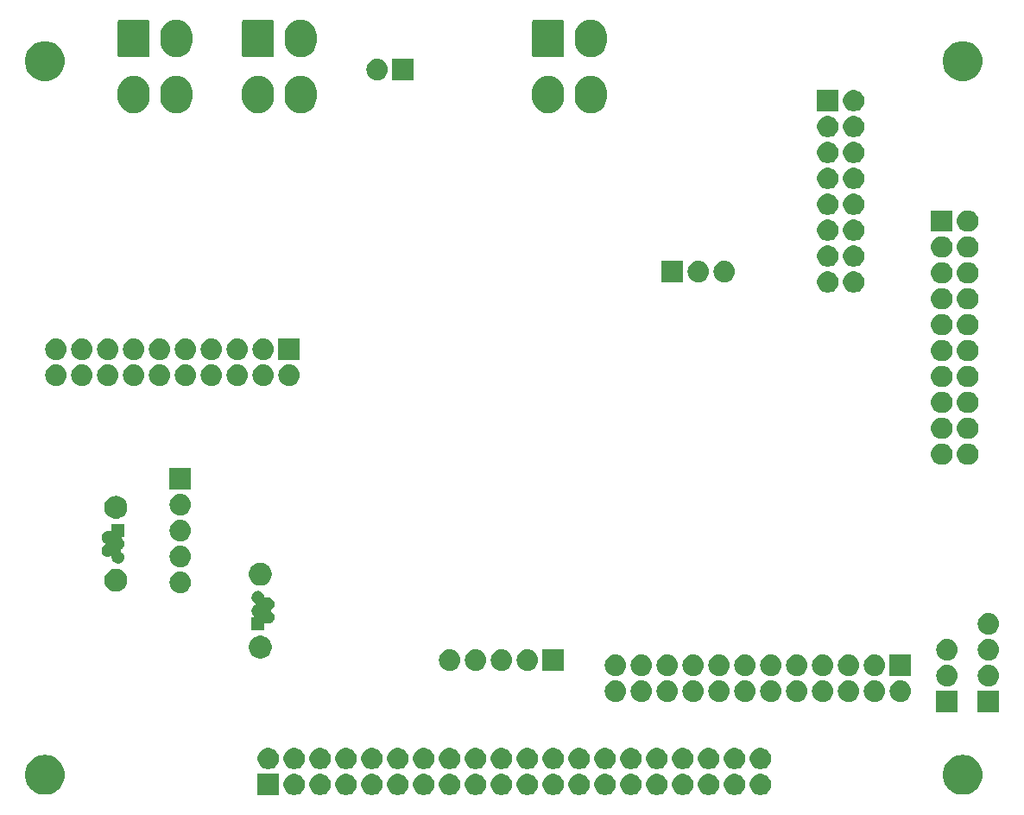
<source format=gbs>
%TF.GenerationSoftware,KiCad,Pcbnew,(5.1.2)-1*%
%TF.CreationDate,2019-08-11T00:06:10+02:00*%
%TF.ProjectId,DutAdapter,44757441-6461-4707-9465-722e6b696361,4*%
%TF.SameCoordinates,Original*%
%TF.FileFunction,Soldermask,Bot*%
%TF.FilePolarity,Negative*%
%FSLAX46Y46*%
G04 Gerber Fmt 4.6, Leading zero omitted, Abs format (unit mm)*
G04 Created by KiCad (PCBNEW (5.1.2)-1) date 2019-08-11 00:06:10*
%MOMM*%
%LPD*%
G04 APERTURE LIST*
%ADD10C,0.100000*%
G04 APERTURE END LIST*
D10*
G36*
X105190000Y-153450000D02*
G01*
X103090000Y-153450000D01*
X103090000Y-151350000D01*
X105190000Y-151350000D01*
X105190000Y-153450000D01*
X105190000Y-153450000D01*
G37*
G36*
X129668687Y-151355027D02*
G01*
X129846274Y-151390350D01*
X130037362Y-151469502D01*
X130209336Y-151584411D01*
X130355589Y-151730664D01*
X130470498Y-151902638D01*
X130549650Y-152093726D01*
X130590000Y-152296584D01*
X130590000Y-152503416D01*
X130549650Y-152706274D01*
X130470498Y-152897362D01*
X130355589Y-153069336D01*
X130209336Y-153215589D01*
X130037362Y-153330498D01*
X129846274Y-153409650D01*
X129668687Y-153444973D01*
X129643417Y-153450000D01*
X129436583Y-153450000D01*
X129411313Y-153444973D01*
X129233726Y-153409650D01*
X129042638Y-153330498D01*
X128870664Y-153215589D01*
X128724411Y-153069336D01*
X128609502Y-152897362D01*
X128530350Y-152706274D01*
X128490000Y-152503416D01*
X128490000Y-152296584D01*
X128530350Y-152093726D01*
X128609502Y-151902638D01*
X128724411Y-151730664D01*
X128870664Y-151584411D01*
X129042638Y-151469502D01*
X129233726Y-151390350D01*
X129411313Y-151355027D01*
X129436583Y-151350000D01*
X129643417Y-151350000D01*
X129668687Y-151355027D01*
X129668687Y-151355027D01*
G37*
G36*
X152528687Y-151355027D02*
G01*
X152706274Y-151390350D01*
X152897362Y-151469502D01*
X153069336Y-151584411D01*
X153215589Y-151730664D01*
X153330498Y-151902638D01*
X153409650Y-152093726D01*
X153450000Y-152296584D01*
X153450000Y-152503416D01*
X153409650Y-152706274D01*
X153330498Y-152897362D01*
X153215589Y-153069336D01*
X153069336Y-153215589D01*
X152897362Y-153330498D01*
X152706274Y-153409650D01*
X152528687Y-153444973D01*
X152503417Y-153450000D01*
X152296583Y-153450000D01*
X152271313Y-153444973D01*
X152093726Y-153409650D01*
X151902638Y-153330498D01*
X151730664Y-153215589D01*
X151584411Y-153069336D01*
X151469502Y-152897362D01*
X151390350Y-152706274D01*
X151350000Y-152503416D01*
X151350000Y-152296584D01*
X151390350Y-152093726D01*
X151469502Y-151902638D01*
X151584411Y-151730664D01*
X151730664Y-151584411D01*
X151902638Y-151469502D01*
X152093726Y-151390350D01*
X152271313Y-151355027D01*
X152296583Y-151350000D01*
X152503417Y-151350000D01*
X152528687Y-151355027D01*
X152528687Y-151355027D01*
G37*
G36*
X147448687Y-151355027D02*
G01*
X147626274Y-151390350D01*
X147817362Y-151469502D01*
X147989336Y-151584411D01*
X148135589Y-151730664D01*
X148250498Y-151902638D01*
X148329650Y-152093726D01*
X148370000Y-152296584D01*
X148370000Y-152503416D01*
X148329650Y-152706274D01*
X148250498Y-152897362D01*
X148135589Y-153069336D01*
X147989336Y-153215589D01*
X147817362Y-153330498D01*
X147626274Y-153409650D01*
X147448687Y-153444973D01*
X147423417Y-153450000D01*
X147216583Y-153450000D01*
X147191313Y-153444973D01*
X147013726Y-153409650D01*
X146822638Y-153330498D01*
X146650664Y-153215589D01*
X146504411Y-153069336D01*
X146389502Y-152897362D01*
X146310350Y-152706274D01*
X146270000Y-152503416D01*
X146270000Y-152296584D01*
X146310350Y-152093726D01*
X146389502Y-151902638D01*
X146504411Y-151730664D01*
X146650664Y-151584411D01*
X146822638Y-151469502D01*
X147013726Y-151390350D01*
X147191313Y-151355027D01*
X147216583Y-151350000D01*
X147423417Y-151350000D01*
X147448687Y-151355027D01*
X147448687Y-151355027D01*
G37*
G36*
X144908687Y-151355027D02*
G01*
X145086274Y-151390350D01*
X145277362Y-151469502D01*
X145449336Y-151584411D01*
X145595589Y-151730664D01*
X145710498Y-151902638D01*
X145789650Y-152093726D01*
X145830000Y-152296584D01*
X145830000Y-152503416D01*
X145789650Y-152706274D01*
X145710498Y-152897362D01*
X145595589Y-153069336D01*
X145449336Y-153215589D01*
X145277362Y-153330498D01*
X145086274Y-153409650D01*
X144908687Y-153444973D01*
X144883417Y-153450000D01*
X144676583Y-153450000D01*
X144651313Y-153444973D01*
X144473726Y-153409650D01*
X144282638Y-153330498D01*
X144110664Y-153215589D01*
X143964411Y-153069336D01*
X143849502Y-152897362D01*
X143770350Y-152706274D01*
X143730000Y-152503416D01*
X143730000Y-152296584D01*
X143770350Y-152093726D01*
X143849502Y-151902638D01*
X143964411Y-151730664D01*
X144110664Y-151584411D01*
X144282638Y-151469502D01*
X144473726Y-151390350D01*
X144651313Y-151355027D01*
X144676583Y-151350000D01*
X144883417Y-151350000D01*
X144908687Y-151355027D01*
X144908687Y-151355027D01*
G37*
G36*
X142368687Y-151355027D02*
G01*
X142546274Y-151390350D01*
X142737362Y-151469502D01*
X142909336Y-151584411D01*
X143055589Y-151730664D01*
X143170498Y-151902638D01*
X143249650Y-152093726D01*
X143290000Y-152296584D01*
X143290000Y-152503416D01*
X143249650Y-152706274D01*
X143170498Y-152897362D01*
X143055589Y-153069336D01*
X142909336Y-153215589D01*
X142737362Y-153330498D01*
X142546274Y-153409650D01*
X142368687Y-153444973D01*
X142343417Y-153450000D01*
X142136583Y-153450000D01*
X142111313Y-153444973D01*
X141933726Y-153409650D01*
X141742638Y-153330498D01*
X141570664Y-153215589D01*
X141424411Y-153069336D01*
X141309502Y-152897362D01*
X141230350Y-152706274D01*
X141190000Y-152503416D01*
X141190000Y-152296584D01*
X141230350Y-152093726D01*
X141309502Y-151902638D01*
X141424411Y-151730664D01*
X141570664Y-151584411D01*
X141742638Y-151469502D01*
X141933726Y-151390350D01*
X142111313Y-151355027D01*
X142136583Y-151350000D01*
X142343417Y-151350000D01*
X142368687Y-151355027D01*
X142368687Y-151355027D01*
G37*
G36*
X139828687Y-151355027D02*
G01*
X140006274Y-151390350D01*
X140197362Y-151469502D01*
X140369336Y-151584411D01*
X140515589Y-151730664D01*
X140630498Y-151902638D01*
X140709650Y-152093726D01*
X140750000Y-152296584D01*
X140750000Y-152503416D01*
X140709650Y-152706274D01*
X140630498Y-152897362D01*
X140515589Y-153069336D01*
X140369336Y-153215589D01*
X140197362Y-153330498D01*
X140006274Y-153409650D01*
X139828687Y-153444973D01*
X139803417Y-153450000D01*
X139596583Y-153450000D01*
X139571313Y-153444973D01*
X139393726Y-153409650D01*
X139202638Y-153330498D01*
X139030664Y-153215589D01*
X138884411Y-153069336D01*
X138769502Y-152897362D01*
X138690350Y-152706274D01*
X138650000Y-152503416D01*
X138650000Y-152296584D01*
X138690350Y-152093726D01*
X138769502Y-151902638D01*
X138884411Y-151730664D01*
X139030664Y-151584411D01*
X139202638Y-151469502D01*
X139393726Y-151390350D01*
X139571313Y-151355027D01*
X139596583Y-151350000D01*
X139803417Y-151350000D01*
X139828687Y-151355027D01*
X139828687Y-151355027D01*
G37*
G36*
X137288687Y-151355027D02*
G01*
X137466274Y-151390350D01*
X137657362Y-151469502D01*
X137829336Y-151584411D01*
X137975589Y-151730664D01*
X138090498Y-151902638D01*
X138169650Y-152093726D01*
X138210000Y-152296584D01*
X138210000Y-152503416D01*
X138169650Y-152706274D01*
X138090498Y-152897362D01*
X137975589Y-153069336D01*
X137829336Y-153215589D01*
X137657362Y-153330498D01*
X137466274Y-153409650D01*
X137288687Y-153444973D01*
X137263417Y-153450000D01*
X137056583Y-153450000D01*
X137031313Y-153444973D01*
X136853726Y-153409650D01*
X136662638Y-153330498D01*
X136490664Y-153215589D01*
X136344411Y-153069336D01*
X136229502Y-152897362D01*
X136150350Y-152706274D01*
X136110000Y-152503416D01*
X136110000Y-152296584D01*
X136150350Y-152093726D01*
X136229502Y-151902638D01*
X136344411Y-151730664D01*
X136490664Y-151584411D01*
X136662638Y-151469502D01*
X136853726Y-151390350D01*
X137031313Y-151355027D01*
X137056583Y-151350000D01*
X137263417Y-151350000D01*
X137288687Y-151355027D01*
X137288687Y-151355027D01*
G37*
G36*
X134748687Y-151355027D02*
G01*
X134926274Y-151390350D01*
X135117362Y-151469502D01*
X135289336Y-151584411D01*
X135435589Y-151730664D01*
X135550498Y-151902638D01*
X135629650Y-152093726D01*
X135670000Y-152296584D01*
X135670000Y-152503416D01*
X135629650Y-152706274D01*
X135550498Y-152897362D01*
X135435589Y-153069336D01*
X135289336Y-153215589D01*
X135117362Y-153330498D01*
X134926274Y-153409650D01*
X134748687Y-153444973D01*
X134723417Y-153450000D01*
X134516583Y-153450000D01*
X134491313Y-153444973D01*
X134313726Y-153409650D01*
X134122638Y-153330498D01*
X133950664Y-153215589D01*
X133804411Y-153069336D01*
X133689502Y-152897362D01*
X133610350Y-152706274D01*
X133570000Y-152503416D01*
X133570000Y-152296584D01*
X133610350Y-152093726D01*
X133689502Y-151902638D01*
X133804411Y-151730664D01*
X133950664Y-151584411D01*
X134122638Y-151469502D01*
X134313726Y-151390350D01*
X134491313Y-151355027D01*
X134516583Y-151350000D01*
X134723417Y-151350000D01*
X134748687Y-151355027D01*
X134748687Y-151355027D01*
G37*
G36*
X132208687Y-151355027D02*
G01*
X132386274Y-151390350D01*
X132577362Y-151469502D01*
X132749336Y-151584411D01*
X132895589Y-151730664D01*
X133010498Y-151902638D01*
X133089650Y-152093726D01*
X133130000Y-152296584D01*
X133130000Y-152503416D01*
X133089650Y-152706274D01*
X133010498Y-152897362D01*
X132895589Y-153069336D01*
X132749336Y-153215589D01*
X132577362Y-153330498D01*
X132386274Y-153409650D01*
X132208687Y-153444973D01*
X132183417Y-153450000D01*
X131976583Y-153450000D01*
X131951313Y-153444973D01*
X131773726Y-153409650D01*
X131582638Y-153330498D01*
X131410664Y-153215589D01*
X131264411Y-153069336D01*
X131149502Y-152897362D01*
X131070350Y-152706274D01*
X131030000Y-152503416D01*
X131030000Y-152296584D01*
X131070350Y-152093726D01*
X131149502Y-151902638D01*
X131264411Y-151730664D01*
X131410664Y-151584411D01*
X131582638Y-151469502D01*
X131773726Y-151390350D01*
X131951313Y-151355027D01*
X131976583Y-151350000D01*
X132183417Y-151350000D01*
X132208687Y-151355027D01*
X132208687Y-151355027D01*
G37*
G36*
X149988687Y-151355027D02*
G01*
X150166274Y-151390350D01*
X150357362Y-151469502D01*
X150529336Y-151584411D01*
X150675589Y-151730664D01*
X150790498Y-151902638D01*
X150869650Y-152093726D01*
X150910000Y-152296584D01*
X150910000Y-152503416D01*
X150869650Y-152706274D01*
X150790498Y-152897362D01*
X150675589Y-153069336D01*
X150529336Y-153215589D01*
X150357362Y-153330498D01*
X150166274Y-153409650D01*
X149988687Y-153444973D01*
X149963417Y-153450000D01*
X149756583Y-153450000D01*
X149731313Y-153444973D01*
X149553726Y-153409650D01*
X149362638Y-153330498D01*
X149190664Y-153215589D01*
X149044411Y-153069336D01*
X148929502Y-152897362D01*
X148850350Y-152706274D01*
X148810000Y-152503416D01*
X148810000Y-152296584D01*
X148850350Y-152093726D01*
X148929502Y-151902638D01*
X149044411Y-151730664D01*
X149190664Y-151584411D01*
X149362638Y-151469502D01*
X149553726Y-151390350D01*
X149731313Y-151355027D01*
X149756583Y-151350000D01*
X149963417Y-151350000D01*
X149988687Y-151355027D01*
X149988687Y-151355027D01*
G37*
G36*
X124588687Y-151355027D02*
G01*
X124766274Y-151390350D01*
X124957362Y-151469502D01*
X125129336Y-151584411D01*
X125275589Y-151730664D01*
X125390498Y-151902638D01*
X125469650Y-152093726D01*
X125510000Y-152296584D01*
X125510000Y-152503416D01*
X125469650Y-152706274D01*
X125390498Y-152897362D01*
X125275589Y-153069336D01*
X125129336Y-153215589D01*
X124957362Y-153330498D01*
X124766274Y-153409650D01*
X124588687Y-153444973D01*
X124563417Y-153450000D01*
X124356583Y-153450000D01*
X124331313Y-153444973D01*
X124153726Y-153409650D01*
X123962638Y-153330498D01*
X123790664Y-153215589D01*
X123644411Y-153069336D01*
X123529502Y-152897362D01*
X123450350Y-152706274D01*
X123410000Y-152503416D01*
X123410000Y-152296584D01*
X123450350Y-152093726D01*
X123529502Y-151902638D01*
X123644411Y-151730664D01*
X123790664Y-151584411D01*
X123962638Y-151469502D01*
X124153726Y-151390350D01*
X124331313Y-151355027D01*
X124356583Y-151350000D01*
X124563417Y-151350000D01*
X124588687Y-151355027D01*
X124588687Y-151355027D01*
G37*
G36*
X122048687Y-151355027D02*
G01*
X122226274Y-151390350D01*
X122417362Y-151469502D01*
X122589336Y-151584411D01*
X122735589Y-151730664D01*
X122850498Y-151902638D01*
X122929650Y-152093726D01*
X122970000Y-152296584D01*
X122970000Y-152503416D01*
X122929650Y-152706274D01*
X122850498Y-152897362D01*
X122735589Y-153069336D01*
X122589336Y-153215589D01*
X122417362Y-153330498D01*
X122226274Y-153409650D01*
X122048687Y-153444973D01*
X122023417Y-153450000D01*
X121816583Y-153450000D01*
X121791313Y-153444973D01*
X121613726Y-153409650D01*
X121422638Y-153330498D01*
X121250664Y-153215589D01*
X121104411Y-153069336D01*
X120989502Y-152897362D01*
X120910350Y-152706274D01*
X120870000Y-152503416D01*
X120870000Y-152296584D01*
X120910350Y-152093726D01*
X120989502Y-151902638D01*
X121104411Y-151730664D01*
X121250664Y-151584411D01*
X121422638Y-151469502D01*
X121613726Y-151390350D01*
X121791313Y-151355027D01*
X121816583Y-151350000D01*
X122023417Y-151350000D01*
X122048687Y-151355027D01*
X122048687Y-151355027D01*
G37*
G36*
X119508687Y-151355027D02*
G01*
X119686274Y-151390350D01*
X119877362Y-151469502D01*
X120049336Y-151584411D01*
X120195589Y-151730664D01*
X120310498Y-151902638D01*
X120389650Y-152093726D01*
X120430000Y-152296584D01*
X120430000Y-152503416D01*
X120389650Y-152706274D01*
X120310498Y-152897362D01*
X120195589Y-153069336D01*
X120049336Y-153215589D01*
X119877362Y-153330498D01*
X119686274Y-153409650D01*
X119508687Y-153444973D01*
X119483417Y-153450000D01*
X119276583Y-153450000D01*
X119251313Y-153444973D01*
X119073726Y-153409650D01*
X118882638Y-153330498D01*
X118710664Y-153215589D01*
X118564411Y-153069336D01*
X118449502Y-152897362D01*
X118370350Y-152706274D01*
X118330000Y-152503416D01*
X118330000Y-152296584D01*
X118370350Y-152093726D01*
X118449502Y-151902638D01*
X118564411Y-151730664D01*
X118710664Y-151584411D01*
X118882638Y-151469502D01*
X119073726Y-151390350D01*
X119251313Y-151355027D01*
X119276583Y-151350000D01*
X119483417Y-151350000D01*
X119508687Y-151355027D01*
X119508687Y-151355027D01*
G37*
G36*
X116968687Y-151355027D02*
G01*
X117146274Y-151390350D01*
X117337362Y-151469502D01*
X117509336Y-151584411D01*
X117655589Y-151730664D01*
X117770498Y-151902638D01*
X117849650Y-152093726D01*
X117890000Y-152296584D01*
X117890000Y-152503416D01*
X117849650Y-152706274D01*
X117770498Y-152897362D01*
X117655589Y-153069336D01*
X117509336Y-153215589D01*
X117337362Y-153330498D01*
X117146274Y-153409650D01*
X116968687Y-153444973D01*
X116943417Y-153450000D01*
X116736583Y-153450000D01*
X116711313Y-153444973D01*
X116533726Y-153409650D01*
X116342638Y-153330498D01*
X116170664Y-153215589D01*
X116024411Y-153069336D01*
X115909502Y-152897362D01*
X115830350Y-152706274D01*
X115790000Y-152503416D01*
X115790000Y-152296584D01*
X115830350Y-152093726D01*
X115909502Y-151902638D01*
X116024411Y-151730664D01*
X116170664Y-151584411D01*
X116342638Y-151469502D01*
X116533726Y-151390350D01*
X116711313Y-151355027D01*
X116736583Y-151350000D01*
X116943417Y-151350000D01*
X116968687Y-151355027D01*
X116968687Y-151355027D01*
G37*
G36*
X114428687Y-151355027D02*
G01*
X114606274Y-151390350D01*
X114797362Y-151469502D01*
X114969336Y-151584411D01*
X115115589Y-151730664D01*
X115230498Y-151902638D01*
X115309650Y-152093726D01*
X115350000Y-152296584D01*
X115350000Y-152503416D01*
X115309650Y-152706274D01*
X115230498Y-152897362D01*
X115115589Y-153069336D01*
X114969336Y-153215589D01*
X114797362Y-153330498D01*
X114606274Y-153409650D01*
X114428687Y-153444973D01*
X114403417Y-153450000D01*
X114196583Y-153450000D01*
X114171313Y-153444973D01*
X113993726Y-153409650D01*
X113802638Y-153330498D01*
X113630664Y-153215589D01*
X113484411Y-153069336D01*
X113369502Y-152897362D01*
X113290350Y-152706274D01*
X113250000Y-152503416D01*
X113250000Y-152296584D01*
X113290350Y-152093726D01*
X113369502Y-151902638D01*
X113484411Y-151730664D01*
X113630664Y-151584411D01*
X113802638Y-151469502D01*
X113993726Y-151390350D01*
X114171313Y-151355027D01*
X114196583Y-151350000D01*
X114403417Y-151350000D01*
X114428687Y-151355027D01*
X114428687Y-151355027D01*
G37*
G36*
X111888687Y-151355027D02*
G01*
X112066274Y-151390350D01*
X112257362Y-151469502D01*
X112429336Y-151584411D01*
X112575589Y-151730664D01*
X112690498Y-151902638D01*
X112769650Y-152093726D01*
X112810000Y-152296584D01*
X112810000Y-152503416D01*
X112769650Y-152706274D01*
X112690498Y-152897362D01*
X112575589Y-153069336D01*
X112429336Y-153215589D01*
X112257362Y-153330498D01*
X112066274Y-153409650D01*
X111888687Y-153444973D01*
X111863417Y-153450000D01*
X111656583Y-153450000D01*
X111631313Y-153444973D01*
X111453726Y-153409650D01*
X111262638Y-153330498D01*
X111090664Y-153215589D01*
X110944411Y-153069336D01*
X110829502Y-152897362D01*
X110750350Y-152706274D01*
X110710000Y-152503416D01*
X110710000Y-152296584D01*
X110750350Y-152093726D01*
X110829502Y-151902638D01*
X110944411Y-151730664D01*
X111090664Y-151584411D01*
X111262638Y-151469502D01*
X111453726Y-151390350D01*
X111631313Y-151355027D01*
X111656583Y-151350000D01*
X111863417Y-151350000D01*
X111888687Y-151355027D01*
X111888687Y-151355027D01*
G37*
G36*
X109348687Y-151355027D02*
G01*
X109526274Y-151390350D01*
X109717362Y-151469502D01*
X109889336Y-151584411D01*
X110035589Y-151730664D01*
X110150498Y-151902638D01*
X110229650Y-152093726D01*
X110270000Y-152296584D01*
X110270000Y-152503416D01*
X110229650Y-152706274D01*
X110150498Y-152897362D01*
X110035589Y-153069336D01*
X109889336Y-153215589D01*
X109717362Y-153330498D01*
X109526274Y-153409650D01*
X109348687Y-153444973D01*
X109323417Y-153450000D01*
X109116583Y-153450000D01*
X109091313Y-153444973D01*
X108913726Y-153409650D01*
X108722638Y-153330498D01*
X108550664Y-153215589D01*
X108404411Y-153069336D01*
X108289502Y-152897362D01*
X108210350Y-152706274D01*
X108170000Y-152503416D01*
X108170000Y-152296584D01*
X108210350Y-152093726D01*
X108289502Y-151902638D01*
X108404411Y-151730664D01*
X108550664Y-151584411D01*
X108722638Y-151469502D01*
X108913726Y-151390350D01*
X109091313Y-151355027D01*
X109116583Y-151350000D01*
X109323417Y-151350000D01*
X109348687Y-151355027D01*
X109348687Y-151355027D01*
G37*
G36*
X106808687Y-151355027D02*
G01*
X106986274Y-151390350D01*
X107177362Y-151469502D01*
X107349336Y-151584411D01*
X107495589Y-151730664D01*
X107610498Y-151902638D01*
X107689650Y-152093726D01*
X107730000Y-152296584D01*
X107730000Y-152503416D01*
X107689650Y-152706274D01*
X107610498Y-152897362D01*
X107495589Y-153069336D01*
X107349336Y-153215589D01*
X107177362Y-153330498D01*
X106986274Y-153409650D01*
X106808687Y-153444973D01*
X106783417Y-153450000D01*
X106576583Y-153450000D01*
X106551313Y-153444973D01*
X106373726Y-153409650D01*
X106182638Y-153330498D01*
X106010664Y-153215589D01*
X105864411Y-153069336D01*
X105749502Y-152897362D01*
X105670350Y-152706274D01*
X105630000Y-152503416D01*
X105630000Y-152296584D01*
X105670350Y-152093726D01*
X105749502Y-151902638D01*
X105864411Y-151730664D01*
X106010664Y-151584411D01*
X106182638Y-151469502D01*
X106373726Y-151390350D01*
X106551313Y-151355027D01*
X106576583Y-151350000D01*
X106783417Y-151350000D01*
X106808687Y-151355027D01*
X106808687Y-151355027D01*
G37*
G36*
X127128687Y-151355027D02*
G01*
X127306274Y-151390350D01*
X127497362Y-151469502D01*
X127669336Y-151584411D01*
X127815589Y-151730664D01*
X127930498Y-151902638D01*
X128009650Y-152093726D01*
X128050000Y-152296584D01*
X128050000Y-152503416D01*
X128009650Y-152706274D01*
X127930498Y-152897362D01*
X127815589Y-153069336D01*
X127669336Y-153215589D01*
X127497362Y-153330498D01*
X127306274Y-153409650D01*
X127128687Y-153444973D01*
X127103417Y-153450000D01*
X126896583Y-153450000D01*
X126871313Y-153444973D01*
X126693726Y-153409650D01*
X126502638Y-153330498D01*
X126330664Y-153215589D01*
X126184411Y-153069336D01*
X126069502Y-152897362D01*
X125990350Y-152706274D01*
X125950000Y-152503416D01*
X125950000Y-152296584D01*
X125990350Y-152093726D01*
X126069502Y-151902638D01*
X126184411Y-151730664D01*
X126330664Y-151584411D01*
X126502638Y-151469502D01*
X126693726Y-151390350D01*
X126871313Y-151355027D01*
X126896583Y-151350000D01*
X127103417Y-151350000D01*
X127128687Y-151355027D01*
X127128687Y-151355027D01*
G37*
G36*
X172456077Y-149522016D02*
G01*
X172785892Y-149587619D01*
X173140780Y-149734619D01*
X173460171Y-149948029D01*
X173731791Y-150219649D01*
X173945201Y-150539040D01*
X174092201Y-150893928D01*
X174167140Y-151270676D01*
X174167140Y-151654804D01*
X174092201Y-152031552D01*
X173945201Y-152386440D01*
X173731791Y-152705831D01*
X173460171Y-152977451D01*
X173140780Y-153190861D01*
X172785892Y-153337861D01*
X172456077Y-153403464D01*
X172409145Y-153412800D01*
X172025015Y-153412800D01*
X171978083Y-153403464D01*
X171648268Y-153337861D01*
X171293380Y-153190861D01*
X170973989Y-152977451D01*
X170702369Y-152705831D01*
X170488959Y-152386440D01*
X170341959Y-152031552D01*
X170267020Y-151654804D01*
X170267020Y-151270676D01*
X170341959Y-150893928D01*
X170488959Y-150539040D01*
X170702369Y-150219649D01*
X170973989Y-149948029D01*
X171293380Y-149734619D01*
X171648268Y-149587619D01*
X171978083Y-149522016D01*
X172025015Y-149512680D01*
X172409145Y-149512680D01*
X172456077Y-149522016D01*
X172456077Y-149522016D01*
G37*
G36*
X82456257Y-149522016D02*
G01*
X82786072Y-149587619D01*
X83140960Y-149734619D01*
X83460351Y-149948029D01*
X83731971Y-150219649D01*
X83945381Y-150539040D01*
X84092381Y-150893928D01*
X84167320Y-151270676D01*
X84167320Y-151654804D01*
X84092381Y-152031552D01*
X83945381Y-152386440D01*
X83731971Y-152705831D01*
X83460351Y-152977451D01*
X83140960Y-153190861D01*
X82786072Y-153337861D01*
X82456257Y-153403464D01*
X82409325Y-153412800D01*
X82025195Y-153412800D01*
X81978263Y-153403464D01*
X81648448Y-153337861D01*
X81293560Y-153190861D01*
X80974169Y-152977451D01*
X80702549Y-152705831D01*
X80489139Y-152386440D01*
X80342139Y-152031552D01*
X80267200Y-151654804D01*
X80267200Y-151270676D01*
X80342139Y-150893928D01*
X80489139Y-150539040D01*
X80702549Y-150219649D01*
X80974169Y-149948029D01*
X81293560Y-149734619D01*
X81648448Y-149587619D01*
X81978263Y-149522016D01*
X82025195Y-149512680D01*
X82409325Y-149512680D01*
X82456257Y-149522016D01*
X82456257Y-149522016D01*
G37*
G36*
X137288687Y-148815027D02*
G01*
X137466274Y-148850350D01*
X137657362Y-148929502D01*
X137829336Y-149044411D01*
X137975589Y-149190664D01*
X138090498Y-149362638D01*
X138169650Y-149553726D01*
X138210000Y-149756584D01*
X138210000Y-149963416D01*
X138169650Y-150166274D01*
X138090498Y-150357362D01*
X137975589Y-150529336D01*
X137829336Y-150675589D01*
X137657362Y-150790498D01*
X137466274Y-150869650D01*
X137288687Y-150904973D01*
X137263417Y-150910000D01*
X137056583Y-150910000D01*
X137031313Y-150904973D01*
X136853726Y-150869650D01*
X136662638Y-150790498D01*
X136490664Y-150675589D01*
X136344411Y-150529336D01*
X136229502Y-150357362D01*
X136150350Y-150166274D01*
X136110000Y-149963416D01*
X136110000Y-149756584D01*
X136150350Y-149553726D01*
X136229502Y-149362638D01*
X136344411Y-149190664D01*
X136490664Y-149044411D01*
X136662638Y-148929502D01*
X136853726Y-148850350D01*
X137031313Y-148815027D01*
X137056583Y-148810000D01*
X137263417Y-148810000D01*
X137288687Y-148815027D01*
X137288687Y-148815027D01*
G37*
G36*
X104268687Y-148815027D02*
G01*
X104446274Y-148850350D01*
X104637362Y-148929502D01*
X104809336Y-149044411D01*
X104955589Y-149190664D01*
X105070498Y-149362638D01*
X105149650Y-149553726D01*
X105190000Y-149756584D01*
X105190000Y-149963416D01*
X105149650Y-150166274D01*
X105070498Y-150357362D01*
X104955589Y-150529336D01*
X104809336Y-150675589D01*
X104637362Y-150790498D01*
X104446274Y-150869650D01*
X104268687Y-150904973D01*
X104243417Y-150910000D01*
X104036583Y-150910000D01*
X104011313Y-150904973D01*
X103833726Y-150869650D01*
X103642638Y-150790498D01*
X103470664Y-150675589D01*
X103324411Y-150529336D01*
X103209502Y-150357362D01*
X103130350Y-150166274D01*
X103090000Y-149963416D01*
X103090000Y-149756584D01*
X103130350Y-149553726D01*
X103209502Y-149362638D01*
X103324411Y-149190664D01*
X103470664Y-149044411D01*
X103642638Y-148929502D01*
X103833726Y-148850350D01*
X104011313Y-148815027D01*
X104036583Y-148810000D01*
X104243417Y-148810000D01*
X104268687Y-148815027D01*
X104268687Y-148815027D01*
G37*
G36*
X149988687Y-148815027D02*
G01*
X150166274Y-148850350D01*
X150357362Y-148929502D01*
X150529336Y-149044411D01*
X150675589Y-149190664D01*
X150790498Y-149362638D01*
X150869650Y-149553726D01*
X150910000Y-149756584D01*
X150910000Y-149963416D01*
X150869650Y-150166274D01*
X150790498Y-150357362D01*
X150675589Y-150529336D01*
X150529336Y-150675589D01*
X150357362Y-150790498D01*
X150166274Y-150869650D01*
X149988687Y-150904973D01*
X149963417Y-150910000D01*
X149756583Y-150910000D01*
X149731313Y-150904973D01*
X149553726Y-150869650D01*
X149362638Y-150790498D01*
X149190664Y-150675589D01*
X149044411Y-150529336D01*
X148929502Y-150357362D01*
X148850350Y-150166274D01*
X148810000Y-149963416D01*
X148810000Y-149756584D01*
X148850350Y-149553726D01*
X148929502Y-149362638D01*
X149044411Y-149190664D01*
X149190664Y-149044411D01*
X149362638Y-148929502D01*
X149553726Y-148850350D01*
X149731313Y-148815027D01*
X149756583Y-148810000D01*
X149963417Y-148810000D01*
X149988687Y-148815027D01*
X149988687Y-148815027D01*
G37*
G36*
X106808687Y-148815027D02*
G01*
X106986274Y-148850350D01*
X107177362Y-148929502D01*
X107349336Y-149044411D01*
X107495589Y-149190664D01*
X107610498Y-149362638D01*
X107689650Y-149553726D01*
X107730000Y-149756584D01*
X107730000Y-149963416D01*
X107689650Y-150166274D01*
X107610498Y-150357362D01*
X107495589Y-150529336D01*
X107349336Y-150675589D01*
X107177362Y-150790498D01*
X106986274Y-150869650D01*
X106808687Y-150904973D01*
X106783417Y-150910000D01*
X106576583Y-150910000D01*
X106551313Y-150904973D01*
X106373726Y-150869650D01*
X106182638Y-150790498D01*
X106010664Y-150675589D01*
X105864411Y-150529336D01*
X105749502Y-150357362D01*
X105670350Y-150166274D01*
X105630000Y-149963416D01*
X105630000Y-149756584D01*
X105670350Y-149553726D01*
X105749502Y-149362638D01*
X105864411Y-149190664D01*
X106010664Y-149044411D01*
X106182638Y-148929502D01*
X106373726Y-148850350D01*
X106551313Y-148815027D01*
X106576583Y-148810000D01*
X106783417Y-148810000D01*
X106808687Y-148815027D01*
X106808687Y-148815027D01*
G37*
G36*
X147448687Y-148815027D02*
G01*
X147626274Y-148850350D01*
X147817362Y-148929502D01*
X147989336Y-149044411D01*
X148135589Y-149190664D01*
X148250498Y-149362638D01*
X148329650Y-149553726D01*
X148370000Y-149756584D01*
X148370000Y-149963416D01*
X148329650Y-150166274D01*
X148250498Y-150357362D01*
X148135589Y-150529336D01*
X147989336Y-150675589D01*
X147817362Y-150790498D01*
X147626274Y-150869650D01*
X147448687Y-150904973D01*
X147423417Y-150910000D01*
X147216583Y-150910000D01*
X147191313Y-150904973D01*
X147013726Y-150869650D01*
X146822638Y-150790498D01*
X146650664Y-150675589D01*
X146504411Y-150529336D01*
X146389502Y-150357362D01*
X146310350Y-150166274D01*
X146270000Y-149963416D01*
X146270000Y-149756584D01*
X146310350Y-149553726D01*
X146389502Y-149362638D01*
X146504411Y-149190664D01*
X146650664Y-149044411D01*
X146822638Y-148929502D01*
X147013726Y-148850350D01*
X147191313Y-148815027D01*
X147216583Y-148810000D01*
X147423417Y-148810000D01*
X147448687Y-148815027D01*
X147448687Y-148815027D01*
G37*
G36*
X109348687Y-148815027D02*
G01*
X109526274Y-148850350D01*
X109717362Y-148929502D01*
X109889336Y-149044411D01*
X110035589Y-149190664D01*
X110150498Y-149362638D01*
X110229650Y-149553726D01*
X110270000Y-149756584D01*
X110270000Y-149963416D01*
X110229650Y-150166274D01*
X110150498Y-150357362D01*
X110035589Y-150529336D01*
X109889336Y-150675589D01*
X109717362Y-150790498D01*
X109526274Y-150869650D01*
X109348687Y-150904973D01*
X109323417Y-150910000D01*
X109116583Y-150910000D01*
X109091313Y-150904973D01*
X108913726Y-150869650D01*
X108722638Y-150790498D01*
X108550664Y-150675589D01*
X108404411Y-150529336D01*
X108289502Y-150357362D01*
X108210350Y-150166274D01*
X108170000Y-149963416D01*
X108170000Y-149756584D01*
X108210350Y-149553726D01*
X108289502Y-149362638D01*
X108404411Y-149190664D01*
X108550664Y-149044411D01*
X108722638Y-148929502D01*
X108913726Y-148850350D01*
X109091313Y-148815027D01*
X109116583Y-148810000D01*
X109323417Y-148810000D01*
X109348687Y-148815027D01*
X109348687Y-148815027D01*
G37*
G36*
X144908687Y-148815027D02*
G01*
X145086274Y-148850350D01*
X145277362Y-148929502D01*
X145449336Y-149044411D01*
X145595589Y-149190664D01*
X145710498Y-149362638D01*
X145789650Y-149553726D01*
X145830000Y-149756584D01*
X145830000Y-149963416D01*
X145789650Y-150166274D01*
X145710498Y-150357362D01*
X145595589Y-150529336D01*
X145449336Y-150675589D01*
X145277362Y-150790498D01*
X145086274Y-150869650D01*
X144908687Y-150904973D01*
X144883417Y-150910000D01*
X144676583Y-150910000D01*
X144651313Y-150904973D01*
X144473726Y-150869650D01*
X144282638Y-150790498D01*
X144110664Y-150675589D01*
X143964411Y-150529336D01*
X143849502Y-150357362D01*
X143770350Y-150166274D01*
X143730000Y-149963416D01*
X143730000Y-149756584D01*
X143770350Y-149553726D01*
X143849502Y-149362638D01*
X143964411Y-149190664D01*
X144110664Y-149044411D01*
X144282638Y-148929502D01*
X144473726Y-148850350D01*
X144651313Y-148815027D01*
X144676583Y-148810000D01*
X144883417Y-148810000D01*
X144908687Y-148815027D01*
X144908687Y-148815027D01*
G37*
G36*
X111888687Y-148815027D02*
G01*
X112066274Y-148850350D01*
X112257362Y-148929502D01*
X112429336Y-149044411D01*
X112575589Y-149190664D01*
X112690498Y-149362638D01*
X112769650Y-149553726D01*
X112810000Y-149756584D01*
X112810000Y-149963416D01*
X112769650Y-150166274D01*
X112690498Y-150357362D01*
X112575589Y-150529336D01*
X112429336Y-150675589D01*
X112257362Y-150790498D01*
X112066274Y-150869650D01*
X111888687Y-150904973D01*
X111863417Y-150910000D01*
X111656583Y-150910000D01*
X111631313Y-150904973D01*
X111453726Y-150869650D01*
X111262638Y-150790498D01*
X111090664Y-150675589D01*
X110944411Y-150529336D01*
X110829502Y-150357362D01*
X110750350Y-150166274D01*
X110710000Y-149963416D01*
X110710000Y-149756584D01*
X110750350Y-149553726D01*
X110829502Y-149362638D01*
X110944411Y-149190664D01*
X111090664Y-149044411D01*
X111262638Y-148929502D01*
X111453726Y-148850350D01*
X111631313Y-148815027D01*
X111656583Y-148810000D01*
X111863417Y-148810000D01*
X111888687Y-148815027D01*
X111888687Y-148815027D01*
G37*
G36*
X142368687Y-148815027D02*
G01*
X142546274Y-148850350D01*
X142737362Y-148929502D01*
X142909336Y-149044411D01*
X143055589Y-149190664D01*
X143170498Y-149362638D01*
X143249650Y-149553726D01*
X143290000Y-149756584D01*
X143290000Y-149963416D01*
X143249650Y-150166274D01*
X143170498Y-150357362D01*
X143055589Y-150529336D01*
X142909336Y-150675589D01*
X142737362Y-150790498D01*
X142546274Y-150869650D01*
X142368687Y-150904973D01*
X142343417Y-150910000D01*
X142136583Y-150910000D01*
X142111313Y-150904973D01*
X141933726Y-150869650D01*
X141742638Y-150790498D01*
X141570664Y-150675589D01*
X141424411Y-150529336D01*
X141309502Y-150357362D01*
X141230350Y-150166274D01*
X141190000Y-149963416D01*
X141190000Y-149756584D01*
X141230350Y-149553726D01*
X141309502Y-149362638D01*
X141424411Y-149190664D01*
X141570664Y-149044411D01*
X141742638Y-148929502D01*
X141933726Y-148850350D01*
X142111313Y-148815027D01*
X142136583Y-148810000D01*
X142343417Y-148810000D01*
X142368687Y-148815027D01*
X142368687Y-148815027D01*
G37*
G36*
X114428687Y-148815027D02*
G01*
X114606274Y-148850350D01*
X114797362Y-148929502D01*
X114969336Y-149044411D01*
X115115589Y-149190664D01*
X115230498Y-149362638D01*
X115309650Y-149553726D01*
X115350000Y-149756584D01*
X115350000Y-149963416D01*
X115309650Y-150166274D01*
X115230498Y-150357362D01*
X115115589Y-150529336D01*
X114969336Y-150675589D01*
X114797362Y-150790498D01*
X114606274Y-150869650D01*
X114428687Y-150904973D01*
X114403417Y-150910000D01*
X114196583Y-150910000D01*
X114171313Y-150904973D01*
X113993726Y-150869650D01*
X113802638Y-150790498D01*
X113630664Y-150675589D01*
X113484411Y-150529336D01*
X113369502Y-150357362D01*
X113290350Y-150166274D01*
X113250000Y-149963416D01*
X113250000Y-149756584D01*
X113290350Y-149553726D01*
X113369502Y-149362638D01*
X113484411Y-149190664D01*
X113630664Y-149044411D01*
X113802638Y-148929502D01*
X113993726Y-148850350D01*
X114171313Y-148815027D01*
X114196583Y-148810000D01*
X114403417Y-148810000D01*
X114428687Y-148815027D01*
X114428687Y-148815027D01*
G37*
G36*
X116968687Y-148815027D02*
G01*
X117146274Y-148850350D01*
X117337362Y-148929502D01*
X117509336Y-149044411D01*
X117655589Y-149190664D01*
X117770498Y-149362638D01*
X117849650Y-149553726D01*
X117890000Y-149756584D01*
X117890000Y-149963416D01*
X117849650Y-150166274D01*
X117770498Y-150357362D01*
X117655589Y-150529336D01*
X117509336Y-150675589D01*
X117337362Y-150790498D01*
X117146274Y-150869650D01*
X116968687Y-150904973D01*
X116943417Y-150910000D01*
X116736583Y-150910000D01*
X116711313Y-150904973D01*
X116533726Y-150869650D01*
X116342638Y-150790498D01*
X116170664Y-150675589D01*
X116024411Y-150529336D01*
X115909502Y-150357362D01*
X115830350Y-150166274D01*
X115790000Y-149963416D01*
X115790000Y-149756584D01*
X115830350Y-149553726D01*
X115909502Y-149362638D01*
X116024411Y-149190664D01*
X116170664Y-149044411D01*
X116342638Y-148929502D01*
X116533726Y-148850350D01*
X116711313Y-148815027D01*
X116736583Y-148810000D01*
X116943417Y-148810000D01*
X116968687Y-148815027D01*
X116968687Y-148815027D01*
G37*
G36*
X127128687Y-148815027D02*
G01*
X127306274Y-148850350D01*
X127497362Y-148929502D01*
X127669336Y-149044411D01*
X127815589Y-149190664D01*
X127930498Y-149362638D01*
X128009650Y-149553726D01*
X128050000Y-149756584D01*
X128050000Y-149963416D01*
X128009650Y-150166274D01*
X127930498Y-150357362D01*
X127815589Y-150529336D01*
X127669336Y-150675589D01*
X127497362Y-150790498D01*
X127306274Y-150869650D01*
X127128687Y-150904973D01*
X127103417Y-150910000D01*
X126896583Y-150910000D01*
X126871313Y-150904973D01*
X126693726Y-150869650D01*
X126502638Y-150790498D01*
X126330664Y-150675589D01*
X126184411Y-150529336D01*
X126069502Y-150357362D01*
X125990350Y-150166274D01*
X125950000Y-149963416D01*
X125950000Y-149756584D01*
X125990350Y-149553726D01*
X126069502Y-149362638D01*
X126184411Y-149190664D01*
X126330664Y-149044411D01*
X126502638Y-148929502D01*
X126693726Y-148850350D01*
X126871313Y-148815027D01*
X126896583Y-148810000D01*
X127103417Y-148810000D01*
X127128687Y-148815027D01*
X127128687Y-148815027D01*
G37*
G36*
X152528687Y-148815027D02*
G01*
X152706274Y-148850350D01*
X152897362Y-148929502D01*
X153069336Y-149044411D01*
X153215589Y-149190664D01*
X153330498Y-149362638D01*
X153409650Y-149553726D01*
X153450000Y-149756584D01*
X153450000Y-149963416D01*
X153409650Y-150166274D01*
X153330498Y-150357362D01*
X153215589Y-150529336D01*
X153069336Y-150675589D01*
X152897362Y-150790498D01*
X152706274Y-150869650D01*
X152528687Y-150904973D01*
X152503417Y-150910000D01*
X152296583Y-150910000D01*
X152271313Y-150904973D01*
X152093726Y-150869650D01*
X151902638Y-150790498D01*
X151730664Y-150675589D01*
X151584411Y-150529336D01*
X151469502Y-150357362D01*
X151390350Y-150166274D01*
X151350000Y-149963416D01*
X151350000Y-149756584D01*
X151390350Y-149553726D01*
X151469502Y-149362638D01*
X151584411Y-149190664D01*
X151730664Y-149044411D01*
X151902638Y-148929502D01*
X152093726Y-148850350D01*
X152271313Y-148815027D01*
X152296583Y-148810000D01*
X152503417Y-148810000D01*
X152528687Y-148815027D01*
X152528687Y-148815027D01*
G37*
G36*
X129668687Y-148815027D02*
G01*
X129846274Y-148850350D01*
X130037362Y-148929502D01*
X130209336Y-149044411D01*
X130355589Y-149190664D01*
X130470498Y-149362638D01*
X130549650Y-149553726D01*
X130590000Y-149756584D01*
X130590000Y-149963416D01*
X130549650Y-150166274D01*
X130470498Y-150357362D01*
X130355589Y-150529336D01*
X130209336Y-150675589D01*
X130037362Y-150790498D01*
X129846274Y-150869650D01*
X129668687Y-150904973D01*
X129643417Y-150910000D01*
X129436583Y-150910000D01*
X129411313Y-150904973D01*
X129233726Y-150869650D01*
X129042638Y-150790498D01*
X128870664Y-150675589D01*
X128724411Y-150529336D01*
X128609502Y-150357362D01*
X128530350Y-150166274D01*
X128490000Y-149963416D01*
X128490000Y-149756584D01*
X128530350Y-149553726D01*
X128609502Y-149362638D01*
X128724411Y-149190664D01*
X128870664Y-149044411D01*
X129042638Y-148929502D01*
X129233726Y-148850350D01*
X129411313Y-148815027D01*
X129436583Y-148810000D01*
X129643417Y-148810000D01*
X129668687Y-148815027D01*
X129668687Y-148815027D01*
G37*
G36*
X124588687Y-148815027D02*
G01*
X124766274Y-148850350D01*
X124957362Y-148929502D01*
X125129336Y-149044411D01*
X125275589Y-149190664D01*
X125390498Y-149362638D01*
X125469650Y-149553726D01*
X125510000Y-149756584D01*
X125510000Y-149963416D01*
X125469650Y-150166274D01*
X125390498Y-150357362D01*
X125275589Y-150529336D01*
X125129336Y-150675589D01*
X124957362Y-150790498D01*
X124766274Y-150869650D01*
X124588687Y-150904973D01*
X124563417Y-150910000D01*
X124356583Y-150910000D01*
X124331313Y-150904973D01*
X124153726Y-150869650D01*
X123962638Y-150790498D01*
X123790664Y-150675589D01*
X123644411Y-150529336D01*
X123529502Y-150357362D01*
X123450350Y-150166274D01*
X123410000Y-149963416D01*
X123410000Y-149756584D01*
X123450350Y-149553726D01*
X123529502Y-149362638D01*
X123644411Y-149190664D01*
X123790664Y-149044411D01*
X123962638Y-148929502D01*
X124153726Y-148850350D01*
X124331313Y-148815027D01*
X124356583Y-148810000D01*
X124563417Y-148810000D01*
X124588687Y-148815027D01*
X124588687Y-148815027D01*
G37*
G36*
X132208687Y-148815027D02*
G01*
X132386274Y-148850350D01*
X132577362Y-148929502D01*
X132749336Y-149044411D01*
X132895589Y-149190664D01*
X133010498Y-149362638D01*
X133089650Y-149553726D01*
X133130000Y-149756584D01*
X133130000Y-149963416D01*
X133089650Y-150166274D01*
X133010498Y-150357362D01*
X132895589Y-150529336D01*
X132749336Y-150675589D01*
X132577362Y-150790498D01*
X132386274Y-150869650D01*
X132208687Y-150904973D01*
X132183417Y-150910000D01*
X131976583Y-150910000D01*
X131951313Y-150904973D01*
X131773726Y-150869650D01*
X131582638Y-150790498D01*
X131410664Y-150675589D01*
X131264411Y-150529336D01*
X131149502Y-150357362D01*
X131070350Y-150166274D01*
X131030000Y-149963416D01*
X131030000Y-149756584D01*
X131070350Y-149553726D01*
X131149502Y-149362638D01*
X131264411Y-149190664D01*
X131410664Y-149044411D01*
X131582638Y-148929502D01*
X131773726Y-148850350D01*
X131951313Y-148815027D01*
X131976583Y-148810000D01*
X132183417Y-148810000D01*
X132208687Y-148815027D01*
X132208687Y-148815027D01*
G37*
G36*
X122048687Y-148815027D02*
G01*
X122226274Y-148850350D01*
X122417362Y-148929502D01*
X122589336Y-149044411D01*
X122735589Y-149190664D01*
X122850498Y-149362638D01*
X122929650Y-149553726D01*
X122970000Y-149756584D01*
X122970000Y-149963416D01*
X122929650Y-150166274D01*
X122850498Y-150357362D01*
X122735589Y-150529336D01*
X122589336Y-150675589D01*
X122417362Y-150790498D01*
X122226274Y-150869650D01*
X122048687Y-150904973D01*
X122023417Y-150910000D01*
X121816583Y-150910000D01*
X121791313Y-150904973D01*
X121613726Y-150869650D01*
X121422638Y-150790498D01*
X121250664Y-150675589D01*
X121104411Y-150529336D01*
X120989502Y-150357362D01*
X120910350Y-150166274D01*
X120870000Y-149963416D01*
X120870000Y-149756584D01*
X120910350Y-149553726D01*
X120989502Y-149362638D01*
X121104411Y-149190664D01*
X121250664Y-149044411D01*
X121422638Y-148929502D01*
X121613726Y-148850350D01*
X121791313Y-148815027D01*
X121816583Y-148810000D01*
X122023417Y-148810000D01*
X122048687Y-148815027D01*
X122048687Y-148815027D01*
G37*
G36*
X134748687Y-148815027D02*
G01*
X134926274Y-148850350D01*
X135117362Y-148929502D01*
X135289336Y-149044411D01*
X135435589Y-149190664D01*
X135550498Y-149362638D01*
X135629650Y-149553726D01*
X135670000Y-149756584D01*
X135670000Y-149963416D01*
X135629650Y-150166274D01*
X135550498Y-150357362D01*
X135435589Y-150529336D01*
X135289336Y-150675589D01*
X135117362Y-150790498D01*
X134926274Y-150869650D01*
X134748687Y-150904973D01*
X134723417Y-150910000D01*
X134516583Y-150910000D01*
X134491313Y-150904973D01*
X134313726Y-150869650D01*
X134122638Y-150790498D01*
X133950664Y-150675589D01*
X133804411Y-150529336D01*
X133689502Y-150357362D01*
X133610350Y-150166274D01*
X133570000Y-149963416D01*
X133570000Y-149756584D01*
X133610350Y-149553726D01*
X133689502Y-149362638D01*
X133804411Y-149190664D01*
X133950664Y-149044411D01*
X134122638Y-148929502D01*
X134313726Y-148850350D01*
X134491313Y-148815027D01*
X134516583Y-148810000D01*
X134723417Y-148810000D01*
X134748687Y-148815027D01*
X134748687Y-148815027D01*
G37*
G36*
X119508687Y-148815027D02*
G01*
X119686274Y-148850350D01*
X119877362Y-148929502D01*
X120049336Y-149044411D01*
X120195589Y-149190664D01*
X120310498Y-149362638D01*
X120389650Y-149553726D01*
X120430000Y-149756584D01*
X120430000Y-149963416D01*
X120389650Y-150166274D01*
X120310498Y-150357362D01*
X120195589Y-150529336D01*
X120049336Y-150675589D01*
X119877362Y-150790498D01*
X119686274Y-150869650D01*
X119508687Y-150904973D01*
X119483417Y-150910000D01*
X119276583Y-150910000D01*
X119251313Y-150904973D01*
X119073726Y-150869650D01*
X118882638Y-150790498D01*
X118710664Y-150675589D01*
X118564411Y-150529336D01*
X118449502Y-150357362D01*
X118370350Y-150166274D01*
X118330000Y-149963416D01*
X118330000Y-149756584D01*
X118370350Y-149553726D01*
X118449502Y-149362638D01*
X118564411Y-149190664D01*
X118710664Y-149044411D01*
X118882638Y-148929502D01*
X119073726Y-148850350D01*
X119251313Y-148815027D01*
X119276583Y-148810000D01*
X119483417Y-148810000D01*
X119508687Y-148815027D01*
X119508687Y-148815027D01*
G37*
G36*
X139828687Y-148815027D02*
G01*
X140006274Y-148850350D01*
X140197362Y-148929502D01*
X140369336Y-149044411D01*
X140515589Y-149190664D01*
X140630498Y-149362638D01*
X140709650Y-149553726D01*
X140750000Y-149756584D01*
X140750000Y-149963416D01*
X140709650Y-150166274D01*
X140630498Y-150357362D01*
X140515589Y-150529336D01*
X140369336Y-150675589D01*
X140197362Y-150790498D01*
X140006274Y-150869650D01*
X139828687Y-150904973D01*
X139803417Y-150910000D01*
X139596583Y-150910000D01*
X139571313Y-150904973D01*
X139393726Y-150869650D01*
X139202638Y-150790498D01*
X139030664Y-150675589D01*
X138884411Y-150529336D01*
X138769502Y-150357362D01*
X138690350Y-150166274D01*
X138650000Y-149963416D01*
X138650000Y-149756584D01*
X138690350Y-149553726D01*
X138769502Y-149362638D01*
X138884411Y-149190664D01*
X139030664Y-149044411D01*
X139202638Y-148929502D01*
X139393726Y-148850350D01*
X139571313Y-148815027D01*
X139596583Y-148810000D01*
X139803417Y-148810000D01*
X139828687Y-148815027D01*
X139828687Y-148815027D01*
G37*
G36*
X171738000Y-145322000D02*
G01*
X169638000Y-145322000D01*
X169638000Y-143222000D01*
X171738000Y-143222000D01*
X171738000Y-145322000D01*
X171738000Y-145322000D01*
G37*
G36*
X175802000Y-145322000D02*
G01*
X173702000Y-145322000D01*
X173702000Y-143222000D01*
X175802000Y-143222000D01*
X175802000Y-145322000D01*
X175802000Y-145322000D01*
G37*
G36*
X143384707Y-142213597D02*
G01*
X143461836Y-142221193D01*
X143659762Y-142281233D01*
X143659765Y-142281234D01*
X143842170Y-142378732D01*
X144002055Y-142509945D01*
X144133268Y-142669830D01*
X144230766Y-142852235D01*
X144230767Y-142852238D01*
X144290807Y-143050164D01*
X144311080Y-143256000D01*
X144290807Y-143461836D01*
X144230767Y-143659762D01*
X144230766Y-143659765D01*
X144133268Y-143842170D01*
X144002055Y-144002055D01*
X143842170Y-144133268D01*
X143659765Y-144230766D01*
X143659762Y-144230767D01*
X143461836Y-144290807D01*
X143384707Y-144298403D01*
X143307580Y-144306000D01*
X143204420Y-144306000D01*
X143127293Y-144298403D01*
X143050164Y-144290807D01*
X142852238Y-144230767D01*
X142852235Y-144230766D01*
X142669830Y-144133268D01*
X142509945Y-144002055D01*
X142378732Y-143842170D01*
X142281234Y-143659765D01*
X142281233Y-143659762D01*
X142221193Y-143461836D01*
X142200920Y-143256000D01*
X142221193Y-143050164D01*
X142281233Y-142852238D01*
X142281234Y-142852235D01*
X142378732Y-142669830D01*
X142509945Y-142509945D01*
X142669830Y-142378732D01*
X142852235Y-142281234D01*
X142852238Y-142281233D01*
X143050164Y-142221193D01*
X143127293Y-142213597D01*
X143204420Y-142206000D01*
X143307580Y-142206000D01*
X143384707Y-142213597D01*
X143384707Y-142213597D01*
G37*
G36*
X166244707Y-142213597D02*
G01*
X166321836Y-142221193D01*
X166519762Y-142281233D01*
X166519765Y-142281234D01*
X166702170Y-142378732D01*
X166862055Y-142509945D01*
X166993268Y-142669830D01*
X167090766Y-142852235D01*
X167090767Y-142852238D01*
X167150807Y-143050164D01*
X167171080Y-143256000D01*
X167150807Y-143461836D01*
X167090767Y-143659762D01*
X167090766Y-143659765D01*
X166993268Y-143842170D01*
X166862055Y-144002055D01*
X166702170Y-144133268D01*
X166519765Y-144230766D01*
X166519762Y-144230767D01*
X166321836Y-144290807D01*
X166244707Y-144298403D01*
X166167580Y-144306000D01*
X166064420Y-144306000D01*
X165987293Y-144298403D01*
X165910164Y-144290807D01*
X165712238Y-144230767D01*
X165712235Y-144230766D01*
X165529830Y-144133268D01*
X165369945Y-144002055D01*
X165238732Y-143842170D01*
X165141234Y-143659765D01*
X165141233Y-143659762D01*
X165081193Y-143461836D01*
X165060920Y-143256000D01*
X165081193Y-143050164D01*
X165141233Y-142852238D01*
X165141234Y-142852235D01*
X165238732Y-142669830D01*
X165369945Y-142509945D01*
X165529830Y-142378732D01*
X165712235Y-142281234D01*
X165712238Y-142281233D01*
X165910164Y-142221193D01*
X165987293Y-142213597D01*
X166064420Y-142206000D01*
X166167580Y-142206000D01*
X166244707Y-142213597D01*
X166244707Y-142213597D01*
G37*
G36*
X163704707Y-142213597D02*
G01*
X163781836Y-142221193D01*
X163979762Y-142281233D01*
X163979765Y-142281234D01*
X164162170Y-142378732D01*
X164322055Y-142509945D01*
X164453268Y-142669830D01*
X164550766Y-142852235D01*
X164550767Y-142852238D01*
X164610807Y-143050164D01*
X164631080Y-143256000D01*
X164610807Y-143461836D01*
X164550767Y-143659762D01*
X164550766Y-143659765D01*
X164453268Y-143842170D01*
X164322055Y-144002055D01*
X164162170Y-144133268D01*
X163979765Y-144230766D01*
X163979762Y-144230767D01*
X163781836Y-144290807D01*
X163704707Y-144298403D01*
X163627580Y-144306000D01*
X163524420Y-144306000D01*
X163447293Y-144298403D01*
X163370164Y-144290807D01*
X163172238Y-144230767D01*
X163172235Y-144230766D01*
X162989830Y-144133268D01*
X162829945Y-144002055D01*
X162698732Y-143842170D01*
X162601234Y-143659765D01*
X162601233Y-143659762D01*
X162541193Y-143461836D01*
X162520920Y-143256000D01*
X162541193Y-143050164D01*
X162601233Y-142852238D01*
X162601234Y-142852235D01*
X162698732Y-142669830D01*
X162829945Y-142509945D01*
X162989830Y-142378732D01*
X163172235Y-142281234D01*
X163172238Y-142281233D01*
X163370164Y-142221193D01*
X163447293Y-142213597D01*
X163524420Y-142206000D01*
X163627580Y-142206000D01*
X163704707Y-142213597D01*
X163704707Y-142213597D01*
G37*
G36*
X161164707Y-142213597D02*
G01*
X161241836Y-142221193D01*
X161439762Y-142281233D01*
X161439765Y-142281234D01*
X161622170Y-142378732D01*
X161782055Y-142509945D01*
X161913268Y-142669830D01*
X162010766Y-142852235D01*
X162010767Y-142852238D01*
X162070807Y-143050164D01*
X162091080Y-143256000D01*
X162070807Y-143461836D01*
X162010767Y-143659762D01*
X162010766Y-143659765D01*
X161913268Y-143842170D01*
X161782055Y-144002055D01*
X161622170Y-144133268D01*
X161439765Y-144230766D01*
X161439762Y-144230767D01*
X161241836Y-144290807D01*
X161164707Y-144298403D01*
X161087580Y-144306000D01*
X160984420Y-144306000D01*
X160907293Y-144298403D01*
X160830164Y-144290807D01*
X160632238Y-144230767D01*
X160632235Y-144230766D01*
X160449830Y-144133268D01*
X160289945Y-144002055D01*
X160158732Y-143842170D01*
X160061234Y-143659765D01*
X160061233Y-143659762D01*
X160001193Y-143461836D01*
X159980920Y-143256000D01*
X160001193Y-143050164D01*
X160061233Y-142852238D01*
X160061234Y-142852235D01*
X160158732Y-142669830D01*
X160289945Y-142509945D01*
X160449830Y-142378732D01*
X160632235Y-142281234D01*
X160632238Y-142281233D01*
X160830164Y-142221193D01*
X160907293Y-142213597D01*
X160984420Y-142206000D01*
X161087580Y-142206000D01*
X161164707Y-142213597D01*
X161164707Y-142213597D01*
G37*
G36*
X158624707Y-142213597D02*
G01*
X158701836Y-142221193D01*
X158899762Y-142281233D01*
X158899765Y-142281234D01*
X159082170Y-142378732D01*
X159242055Y-142509945D01*
X159373268Y-142669830D01*
X159470766Y-142852235D01*
X159470767Y-142852238D01*
X159530807Y-143050164D01*
X159551080Y-143256000D01*
X159530807Y-143461836D01*
X159470767Y-143659762D01*
X159470766Y-143659765D01*
X159373268Y-143842170D01*
X159242055Y-144002055D01*
X159082170Y-144133268D01*
X158899765Y-144230766D01*
X158899762Y-144230767D01*
X158701836Y-144290807D01*
X158624707Y-144298403D01*
X158547580Y-144306000D01*
X158444420Y-144306000D01*
X158367293Y-144298403D01*
X158290164Y-144290807D01*
X158092238Y-144230767D01*
X158092235Y-144230766D01*
X157909830Y-144133268D01*
X157749945Y-144002055D01*
X157618732Y-143842170D01*
X157521234Y-143659765D01*
X157521233Y-143659762D01*
X157461193Y-143461836D01*
X157440920Y-143256000D01*
X157461193Y-143050164D01*
X157521233Y-142852238D01*
X157521234Y-142852235D01*
X157618732Y-142669830D01*
X157749945Y-142509945D01*
X157909830Y-142378732D01*
X158092235Y-142281234D01*
X158092238Y-142281233D01*
X158290164Y-142221193D01*
X158367293Y-142213597D01*
X158444420Y-142206000D01*
X158547580Y-142206000D01*
X158624707Y-142213597D01*
X158624707Y-142213597D01*
G37*
G36*
X156084707Y-142213597D02*
G01*
X156161836Y-142221193D01*
X156359762Y-142281233D01*
X156359765Y-142281234D01*
X156542170Y-142378732D01*
X156702055Y-142509945D01*
X156833268Y-142669830D01*
X156930766Y-142852235D01*
X156930767Y-142852238D01*
X156990807Y-143050164D01*
X157011080Y-143256000D01*
X156990807Y-143461836D01*
X156930767Y-143659762D01*
X156930766Y-143659765D01*
X156833268Y-143842170D01*
X156702055Y-144002055D01*
X156542170Y-144133268D01*
X156359765Y-144230766D01*
X156359762Y-144230767D01*
X156161836Y-144290807D01*
X156084707Y-144298403D01*
X156007580Y-144306000D01*
X155904420Y-144306000D01*
X155827293Y-144298403D01*
X155750164Y-144290807D01*
X155552238Y-144230767D01*
X155552235Y-144230766D01*
X155369830Y-144133268D01*
X155209945Y-144002055D01*
X155078732Y-143842170D01*
X154981234Y-143659765D01*
X154981233Y-143659762D01*
X154921193Y-143461836D01*
X154900920Y-143256000D01*
X154921193Y-143050164D01*
X154981233Y-142852238D01*
X154981234Y-142852235D01*
X155078732Y-142669830D01*
X155209945Y-142509945D01*
X155369830Y-142378732D01*
X155552235Y-142281234D01*
X155552238Y-142281233D01*
X155750164Y-142221193D01*
X155827293Y-142213597D01*
X155904420Y-142206000D01*
X156007580Y-142206000D01*
X156084707Y-142213597D01*
X156084707Y-142213597D01*
G37*
G36*
X140844707Y-142213597D02*
G01*
X140921836Y-142221193D01*
X141119762Y-142281233D01*
X141119765Y-142281234D01*
X141302170Y-142378732D01*
X141462055Y-142509945D01*
X141593268Y-142669830D01*
X141690766Y-142852235D01*
X141690767Y-142852238D01*
X141750807Y-143050164D01*
X141771080Y-143256000D01*
X141750807Y-143461836D01*
X141690767Y-143659762D01*
X141690766Y-143659765D01*
X141593268Y-143842170D01*
X141462055Y-144002055D01*
X141302170Y-144133268D01*
X141119765Y-144230766D01*
X141119762Y-144230767D01*
X140921836Y-144290807D01*
X140844707Y-144298403D01*
X140767580Y-144306000D01*
X140664420Y-144306000D01*
X140587293Y-144298403D01*
X140510164Y-144290807D01*
X140312238Y-144230767D01*
X140312235Y-144230766D01*
X140129830Y-144133268D01*
X139969945Y-144002055D01*
X139838732Y-143842170D01*
X139741234Y-143659765D01*
X139741233Y-143659762D01*
X139681193Y-143461836D01*
X139660920Y-143256000D01*
X139681193Y-143050164D01*
X139741233Y-142852238D01*
X139741234Y-142852235D01*
X139838732Y-142669830D01*
X139969945Y-142509945D01*
X140129830Y-142378732D01*
X140312235Y-142281234D01*
X140312238Y-142281233D01*
X140510164Y-142221193D01*
X140587293Y-142213597D01*
X140664420Y-142206000D01*
X140767580Y-142206000D01*
X140844707Y-142213597D01*
X140844707Y-142213597D01*
G37*
G36*
X145924707Y-142213597D02*
G01*
X146001836Y-142221193D01*
X146199762Y-142281233D01*
X146199765Y-142281234D01*
X146382170Y-142378732D01*
X146542055Y-142509945D01*
X146673268Y-142669830D01*
X146770766Y-142852235D01*
X146770767Y-142852238D01*
X146830807Y-143050164D01*
X146851080Y-143256000D01*
X146830807Y-143461836D01*
X146770767Y-143659762D01*
X146770766Y-143659765D01*
X146673268Y-143842170D01*
X146542055Y-144002055D01*
X146382170Y-144133268D01*
X146199765Y-144230766D01*
X146199762Y-144230767D01*
X146001836Y-144290807D01*
X145924707Y-144298403D01*
X145847580Y-144306000D01*
X145744420Y-144306000D01*
X145667293Y-144298403D01*
X145590164Y-144290807D01*
X145392238Y-144230767D01*
X145392235Y-144230766D01*
X145209830Y-144133268D01*
X145049945Y-144002055D01*
X144918732Y-143842170D01*
X144821234Y-143659765D01*
X144821233Y-143659762D01*
X144761193Y-143461836D01*
X144740920Y-143256000D01*
X144761193Y-143050164D01*
X144821233Y-142852238D01*
X144821234Y-142852235D01*
X144918732Y-142669830D01*
X145049945Y-142509945D01*
X145209830Y-142378732D01*
X145392235Y-142281234D01*
X145392238Y-142281233D01*
X145590164Y-142221193D01*
X145667293Y-142213597D01*
X145744420Y-142206000D01*
X145847580Y-142206000D01*
X145924707Y-142213597D01*
X145924707Y-142213597D01*
G37*
G36*
X148464707Y-142213597D02*
G01*
X148541836Y-142221193D01*
X148739762Y-142281233D01*
X148739765Y-142281234D01*
X148922170Y-142378732D01*
X149082055Y-142509945D01*
X149213268Y-142669830D01*
X149310766Y-142852235D01*
X149310767Y-142852238D01*
X149370807Y-143050164D01*
X149391080Y-143256000D01*
X149370807Y-143461836D01*
X149310767Y-143659762D01*
X149310766Y-143659765D01*
X149213268Y-143842170D01*
X149082055Y-144002055D01*
X148922170Y-144133268D01*
X148739765Y-144230766D01*
X148739762Y-144230767D01*
X148541836Y-144290807D01*
X148464707Y-144298403D01*
X148387580Y-144306000D01*
X148284420Y-144306000D01*
X148207293Y-144298403D01*
X148130164Y-144290807D01*
X147932238Y-144230767D01*
X147932235Y-144230766D01*
X147749830Y-144133268D01*
X147589945Y-144002055D01*
X147458732Y-143842170D01*
X147361234Y-143659765D01*
X147361233Y-143659762D01*
X147301193Y-143461836D01*
X147280920Y-143256000D01*
X147301193Y-143050164D01*
X147361233Y-142852238D01*
X147361234Y-142852235D01*
X147458732Y-142669830D01*
X147589945Y-142509945D01*
X147749830Y-142378732D01*
X147932235Y-142281234D01*
X147932238Y-142281233D01*
X148130164Y-142221193D01*
X148207293Y-142213597D01*
X148284420Y-142206000D01*
X148387580Y-142206000D01*
X148464707Y-142213597D01*
X148464707Y-142213597D01*
G37*
G36*
X151004707Y-142213597D02*
G01*
X151081836Y-142221193D01*
X151279762Y-142281233D01*
X151279765Y-142281234D01*
X151462170Y-142378732D01*
X151622055Y-142509945D01*
X151753268Y-142669830D01*
X151850766Y-142852235D01*
X151850767Y-142852238D01*
X151910807Y-143050164D01*
X151931080Y-143256000D01*
X151910807Y-143461836D01*
X151850767Y-143659762D01*
X151850766Y-143659765D01*
X151753268Y-143842170D01*
X151622055Y-144002055D01*
X151462170Y-144133268D01*
X151279765Y-144230766D01*
X151279762Y-144230767D01*
X151081836Y-144290807D01*
X151004707Y-144298403D01*
X150927580Y-144306000D01*
X150824420Y-144306000D01*
X150747293Y-144298403D01*
X150670164Y-144290807D01*
X150472238Y-144230767D01*
X150472235Y-144230766D01*
X150289830Y-144133268D01*
X150129945Y-144002055D01*
X149998732Y-143842170D01*
X149901234Y-143659765D01*
X149901233Y-143659762D01*
X149841193Y-143461836D01*
X149820920Y-143256000D01*
X149841193Y-143050164D01*
X149901233Y-142852238D01*
X149901234Y-142852235D01*
X149998732Y-142669830D01*
X150129945Y-142509945D01*
X150289830Y-142378732D01*
X150472235Y-142281234D01*
X150472238Y-142281233D01*
X150670164Y-142221193D01*
X150747293Y-142213597D01*
X150824420Y-142206000D01*
X150927580Y-142206000D01*
X151004707Y-142213597D01*
X151004707Y-142213597D01*
G37*
G36*
X153544707Y-142213597D02*
G01*
X153621836Y-142221193D01*
X153819762Y-142281233D01*
X153819765Y-142281234D01*
X154002170Y-142378732D01*
X154162055Y-142509945D01*
X154293268Y-142669830D01*
X154390766Y-142852235D01*
X154390767Y-142852238D01*
X154450807Y-143050164D01*
X154471080Y-143256000D01*
X154450807Y-143461836D01*
X154390767Y-143659762D01*
X154390766Y-143659765D01*
X154293268Y-143842170D01*
X154162055Y-144002055D01*
X154002170Y-144133268D01*
X153819765Y-144230766D01*
X153819762Y-144230767D01*
X153621836Y-144290807D01*
X153544707Y-144298403D01*
X153467580Y-144306000D01*
X153364420Y-144306000D01*
X153287293Y-144298403D01*
X153210164Y-144290807D01*
X153012238Y-144230767D01*
X153012235Y-144230766D01*
X152829830Y-144133268D01*
X152669945Y-144002055D01*
X152538732Y-143842170D01*
X152441234Y-143659765D01*
X152441233Y-143659762D01*
X152381193Y-143461836D01*
X152360920Y-143256000D01*
X152381193Y-143050164D01*
X152441233Y-142852238D01*
X152441234Y-142852235D01*
X152538732Y-142669830D01*
X152669945Y-142509945D01*
X152829830Y-142378732D01*
X153012235Y-142281234D01*
X153012238Y-142281233D01*
X153210164Y-142221193D01*
X153287293Y-142213597D01*
X153364420Y-142206000D01*
X153467580Y-142206000D01*
X153544707Y-142213597D01*
X153544707Y-142213597D01*
G37*
G36*
X138304707Y-142213597D02*
G01*
X138381836Y-142221193D01*
X138579762Y-142281233D01*
X138579765Y-142281234D01*
X138762170Y-142378732D01*
X138922055Y-142509945D01*
X139053268Y-142669830D01*
X139150766Y-142852235D01*
X139150767Y-142852238D01*
X139210807Y-143050164D01*
X139231080Y-143256000D01*
X139210807Y-143461836D01*
X139150767Y-143659762D01*
X139150766Y-143659765D01*
X139053268Y-143842170D01*
X138922055Y-144002055D01*
X138762170Y-144133268D01*
X138579765Y-144230766D01*
X138579762Y-144230767D01*
X138381836Y-144290807D01*
X138304707Y-144298403D01*
X138227580Y-144306000D01*
X138124420Y-144306000D01*
X138047293Y-144298403D01*
X137970164Y-144290807D01*
X137772238Y-144230767D01*
X137772235Y-144230766D01*
X137589830Y-144133268D01*
X137429945Y-144002055D01*
X137298732Y-143842170D01*
X137201234Y-143659765D01*
X137201233Y-143659762D01*
X137141193Y-143461836D01*
X137120920Y-143256000D01*
X137141193Y-143050164D01*
X137201233Y-142852238D01*
X137201234Y-142852235D01*
X137298732Y-142669830D01*
X137429945Y-142509945D01*
X137589830Y-142378732D01*
X137772235Y-142281234D01*
X137772238Y-142281233D01*
X137970164Y-142221193D01*
X138047293Y-142213597D01*
X138124420Y-142206000D01*
X138227580Y-142206000D01*
X138304707Y-142213597D01*
X138304707Y-142213597D01*
G37*
G36*
X170816707Y-140689597D02*
G01*
X170893836Y-140697193D01*
X171091762Y-140757233D01*
X171091765Y-140757234D01*
X171274170Y-140854732D01*
X171434055Y-140985945D01*
X171565268Y-141145830D01*
X171662766Y-141328235D01*
X171662767Y-141328238D01*
X171722807Y-141526164D01*
X171743080Y-141732000D01*
X171722807Y-141937836D01*
X171662767Y-142135762D01*
X171662766Y-142135765D01*
X171565268Y-142318170D01*
X171434055Y-142478055D01*
X171274170Y-142609268D01*
X171091765Y-142706766D01*
X171091762Y-142706767D01*
X170893836Y-142766807D01*
X170816707Y-142774403D01*
X170739580Y-142782000D01*
X170636420Y-142782000D01*
X170559293Y-142774403D01*
X170482164Y-142766807D01*
X170284238Y-142706767D01*
X170284235Y-142706766D01*
X170101830Y-142609268D01*
X169941945Y-142478055D01*
X169810732Y-142318170D01*
X169713234Y-142135765D01*
X169713233Y-142135762D01*
X169653193Y-141937836D01*
X169632920Y-141732000D01*
X169653193Y-141526164D01*
X169713233Y-141328238D01*
X169713234Y-141328235D01*
X169810732Y-141145830D01*
X169941945Y-140985945D01*
X170101830Y-140854732D01*
X170284235Y-140757234D01*
X170284238Y-140757233D01*
X170482164Y-140697193D01*
X170559293Y-140689597D01*
X170636420Y-140682000D01*
X170739580Y-140682000D01*
X170816707Y-140689597D01*
X170816707Y-140689597D01*
G37*
G36*
X174880707Y-140689597D02*
G01*
X174957836Y-140697193D01*
X175155762Y-140757233D01*
X175155765Y-140757234D01*
X175338170Y-140854732D01*
X175498055Y-140985945D01*
X175629268Y-141145830D01*
X175726766Y-141328235D01*
X175726767Y-141328238D01*
X175786807Y-141526164D01*
X175807080Y-141732000D01*
X175786807Y-141937836D01*
X175726767Y-142135762D01*
X175726766Y-142135765D01*
X175629268Y-142318170D01*
X175498055Y-142478055D01*
X175338170Y-142609268D01*
X175155765Y-142706766D01*
X175155762Y-142706767D01*
X174957836Y-142766807D01*
X174880707Y-142774403D01*
X174803580Y-142782000D01*
X174700420Y-142782000D01*
X174623293Y-142774403D01*
X174546164Y-142766807D01*
X174348238Y-142706767D01*
X174348235Y-142706766D01*
X174165830Y-142609268D01*
X174005945Y-142478055D01*
X173874732Y-142318170D01*
X173777234Y-142135765D01*
X173777233Y-142135762D01*
X173717193Y-141937836D01*
X173696920Y-141732000D01*
X173717193Y-141526164D01*
X173777233Y-141328238D01*
X173777234Y-141328235D01*
X173874732Y-141145830D01*
X174005945Y-140985945D01*
X174165830Y-140854732D01*
X174348235Y-140757234D01*
X174348238Y-140757233D01*
X174546164Y-140697193D01*
X174623293Y-140689597D01*
X174700420Y-140682000D01*
X174803580Y-140682000D01*
X174880707Y-140689597D01*
X174880707Y-140689597D01*
G37*
G36*
X145924707Y-139673597D02*
G01*
X146001836Y-139681193D01*
X146199762Y-139741233D01*
X146199765Y-139741234D01*
X146382170Y-139838732D01*
X146542055Y-139969945D01*
X146673268Y-140129830D01*
X146770766Y-140312235D01*
X146770767Y-140312238D01*
X146830807Y-140510164D01*
X146851080Y-140716000D01*
X146830807Y-140921836D01*
X146770767Y-141119762D01*
X146770766Y-141119765D01*
X146673268Y-141302170D01*
X146542055Y-141462055D01*
X146382170Y-141593268D01*
X146199765Y-141690766D01*
X146199762Y-141690767D01*
X146001836Y-141750807D01*
X145924707Y-141758403D01*
X145847580Y-141766000D01*
X145744420Y-141766000D01*
X145667293Y-141758403D01*
X145590164Y-141750807D01*
X145392238Y-141690767D01*
X145392235Y-141690766D01*
X145209830Y-141593268D01*
X145049945Y-141462055D01*
X144918732Y-141302170D01*
X144821234Y-141119765D01*
X144821233Y-141119762D01*
X144761193Y-140921836D01*
X144740920Y-140716000D01*
X144761193Y-140510164D01*
X144821233Y-140312238D01*
X144821234Y-140312235D01*
X144918732Y-140129830D01*
X145049945Y-139969945D01*
X145209830Y-139838732D01*
X145392235Y-139741234D01*
X145392238Y-139741233D01*
X145590164Y-139681193D01*
X145667293Y-139673597D01*
X145744420Y-139666000D01*
X145847580Y-139666000D01*
X145924707Y-139673597D01*
X145924707Y-139673597D01*
G37*
G36*
X138304707Y-139673597D02*
G01*
X138381836Y-139681193D01*
X138579762Y-139741233D01*
X138579765Y-139741234D01*
X138762170Y-139838732D01*
X138922055Y-139969945D01*
X139053268Y-140129830D01*
X139150766Y-140312235D01*
X139150767Y-140312238D01*
X139210807Y-140510164D01*
X139231080Y-140716000D01*
X139210807Y-140921836D01*
X139150767Y-141119762D01*
X139150766Y-141119765D01*
X139053268Y-141302170D01*
X138922055Y-141462055D01*
X138762170Y-141593268D01*
X138579765Y-141690766D01*
X138579762Y-141690767D01*
X138381836Y-141750807D01*
X138304707Y-141758403D01*
X138227580Y-141766000D01*
X138124420Y-141766000D01*
X138047293Y-141758403D01*
X137970164Y-141750807D01*
X137772238Y-141690767D01*
X137772235Y-141690766D01*
X137589830Y-141593268D01*
X137429945Y-141462055D01*
X137298732Y-141302170D01*
X137201234Y-141119765D01*
X137201233Y-141119762D01*
X137141193Y-140921836D01*
X137120920Y-140716000D01*
X137141193Y-140510164D01*
X137201233Y-140312238D01*
X137201234Y-140312235D01*
X137298732Y-140129830D01*
X137429945Y-139969945D01*
X137589830Y-139838732D01*
X137772235Y-139741234D01*
X137772238Y-139741233D01*
X137970164Y-139681193D01*
X138047293Y-139673597D01*
X138124420Y-139666000D01*
X138227580Y-139666000D01*
X138304707Y-139673597D01*
X138304707Y-139673597D01*
G37*
G36*
X143384707Y-139673597D02*
G01*
X143461836Y-139681193D01*
X143659762Y-139741233D01*
X143659765Y-139741234D01*
X143842170Y-139838732D01*
X144002055Y-139969945D01*
X144133268Y-140129830D01*
X144230766Y-140312235D01*
X144230767Y-140312238D01*
X144290807Y-140510164D01*
X144311080Y-140716000D01*
X144290807Y-140921836D01*
X144230767Y-141119762D01*
X144230766Y-141119765D01*
X144133268Y-141302170D01*
X144002055Y-141462055D01*
X143842170Y-141593268D01*
X143659765Y-141690766D01*
X143659762Y-141690767D01*
X143461836Y-141750807D01*
X143384707Y-141758403D01*
X143307580Y-141766000D01*
X143204420Y-141766000D01*
X143127293Y-141758403D01*
X143050164Y-141750807D01*
X142852238Y-141690767D01*
X142852235Y-141690766D01*
X142669830Y-141593268D01*
X142509945Y-141462055D01*
X142378732Y-141302170D01*
X142281234Y-141119765D01*
X142281233Y-141119762D01*
X142221193Y-140921836D01*
X142200920Y-140716000D01*
X142221193Y-140510164D01*
X142281233Y-140312238D01*
X142281234Y-140312235D01*
X142378732Y-140129830D01*
X142509945Y-139969945D01*
X142669830Y-139838732D01*
X142852235Y-139741234D01*
X142852238Y-139741233D01*
X143050164Y-139681193D01*
X143127293Y-139673597D01*
X143204420Y-139666000D01*
X143307580Y-139666000D01*
X143384707Y-139673597D01*
X143384707Y-139673597D01*
G37*
G36*
X148464707Y-139673597D02*
G01*
X148541836Y-139681193D01*
X148739762Y-139741233D01*
X148739765Y-139741234D01*
X148922170Y-139838732D01*
X149082055Y-139969945D01*
X149213268Y-140129830D01*
X149310766Y-140312235D01*
X149310767Y-140312238D01*
X149370807Y-140510164D01*
X149391080Y-140716000D01*
X149370807Y-140921836D01*
X149310767Y-141119762D01*
X149310766Y-141119765D01*
X149213268Y-141302170D01*
X149082055Y-141462055D01*
X148922170Y-141593268D01*
X148739765Y-141690766D01*
X148739762Y-141690767D01*
X148541836Y-141750807D01*
X148464707Y-141758403D01*
X148387580Y-141766000D01*
X148284420Y-141766000D01*
X148207293Y-141758403D01*
X148130164Y-141750807D01*
X147932238Y-141690767D01*
X147932235Y-141690766D01*
X147749830Y-141593268D01*
X147589945Y-141462055D01*
X147458732Y-141302170D01*
X147361234Y-141119765D01*
X147361233Y-141119762D01*
X147301193Y-140921836D01*
X147280920Y-140716000D01*
X147301193Y-140510164D01*
X147361233Y-140312238D01*
X147361234Y-140312235D01*
X147458732Y-140129830D01*
X147589945Y-139969945D01*
X147749830Y-139838732D01*
X147932235Y-139741234D01*
X147932238Y-139741233D01*
X148130164Y-139681193D01*
X148207293Y-139673597D01*
X148284420Y-139666000D01*
X148387580Y-139666000D01*
X148464707Y-139673597D01*
X148464707Y-139673597D01*
G37*
G36*
X163704707Y-139673597D02*
G01*
X163781836Y-139681193D01*
X163979762Y-139741233D01*
X163979765Y-139741234D01*
X164162170Y-139838732D01*
X164322055Y-139969945D01*
X164453268Y-140129830D01*
X164550766Y-140312235D01*
X164550767Y-140312238D01*
X164610807Y-140510164D01*
X164631080Y-140716000D01*
X164610807Y-140921836D01*
X164550767Y-141119762D01*
X164550766Y-141119765D01*
X164453268Y-141302170D01*
X164322055Y-141462055D01*
X164162170Y-141593268D01*
X163979765Y-141690766D01*
X163979762Y-141690767D01*
X163781836Y-141750807D01*
X163704707Y-141758403D01*
X163627580Y-141766000D01*
X163524420Y-141766000D01*
X163447293Y-141758403D01*
X163370164Y-141750807D01*
X163172238Y-141690767D01*
X163172235Y-141690766D01*
X162989830Y-141593268D01*
X162829945Y-141462055D01*
X162698732Y-141302170D01*
X162601234Y-141119765D01*
X162601233Y-141119762D01*
X162541193Y-140921836D01*
X162520920Y-140716000D01*
X162541193Y-140510164D01*
X162601233Y-140312238D01*
X162601234Y-140312235D01*
X162698732Y-140129830D01*
X162829945Y-139969945D01*
X162989830Y-139838732D01*
X163172235Y-139741234D01*
X163172238Y-139741233D01*
X163370164Y-139681193D01*
X163447293Y-139673597D01*
X163524420Y-139666000D01*
X163627580Y-139666000D01*
X163704707Y-139673597D01*
X163704707Y-139673597D01*
G37*
G36*
X161164707Y-139673597D02*
G01*
X161241836Y-139681193D01*
X161439762Y-139741233D01*
X161439765Y-139741234D01*
X161622170Y-139838732D01*
X161782055Y-139969945D01*
X161913268Y-140129830D01*
X162010766Y-140312235D01*
X162010767Y-140312238D01*
X162070807Y-140510164D01*
X162091080Y-140716000D01*
X162070807Y-140921836D01*
X162010767Y-141119762D01*
X162010766Y-141119765D01*
X161913268Y-141302170D01*
X161782055Y-141462055D01*
X161622170Y-141593268D01*
X161439765Y-141690766D01*
X161439762Y-141690767D01*
X161241836Y-141750807D01*
X161164707Y-141758403D01*
X161087580Y-141766000D01*
X160984420Y-141766000D01*
X160907293Y-141758403D01*
X160830164Y-141750807D01*
X160632238Y-141690767D01*
X160632235Y-141690766D01*
X160449830Y-141593268D01*
X160289945Y-141462055D01*
X160158732Y-141302170D01*
X160061234Y-141119765D01*
X160061233Y-141119762D01*
X160001193Y-140921836D01*
X159980920Y-140716000D01*
X160001193Y-140510164D01*
X160061233Y-140312238D01*
X160061234Y-140312235D01*
X160158732Y-140129830D01*
X160289945Y-139969945D01*
X160449830Y-139838732D01*
X160632235Y-139741234D01*
X160632238Y-139741233D01*
X160830164Y-139681193D01*
X160907293Y-139673597D01*
X160984420Y-139666000D01*
X161087580Y-139666000D01*
X161164707Y-139673597D01*
X161164707Y-139673597D01*
G37*
G36*
X151004707Y-139673597D02*
G01*
X151081836Y-139681193D01*
X151279762Y-139741233D01*
X151279765Y-139741234D01*
X151462170Y-139838732D01*
X151622055Y-139969945D01*
X151753268Y-140129830D01*
X151850766Y-140312235D01*
X151850767Y-140312238D01*
X151910807Y-140510164D01*
X151931080Y-140716000D01*
X151910807Y-140921836D01*
X151850767Y-141119762D01*
X151850766Y-141119765D01*
X151753268Y-141302170D01*
X151622055Y-141462055D01*
X151462170Y-141593268D01*
X151279765Y-141690766D01*
X151279762Y-141690767D01*
X151081836Y-141750807D01*
X151004707Y-141758403D01*
X150927580Y-141766000D01*
X150824420Y-141766000D01*
X150747293Y-141758403D01*
X150670164Y-141750807D01*
X150472238Y-141690767D01*
X150472235Y-141690766D01*
X150289830Y-141593268D01*
X150129945Y-141462055D01*
X149998732Y-141302170D01*
X149901234Y-141119765D01*
X149901233Y-141119762D01*
X149841193Y-140921836D01*
X149820920Y-140716000D01*
X149841193Y-140510164D01*
X149901233Y-140312238D01*
X149901234Y-140312235D01*
X149998732Y-140129830D01*
X150129945Y-139969945D01*
X150289830Y-139838732D01*
X150472235Y-139741234D01*
X150472238Y-139741233D01*
X150670164Y-139681193D01*
X150747293Y-139673597D01*
X150824420Y-139666000D01*
X150927580Y-139666000D01*
X151004707Y-139673597D01*
X151004707Y-139673597D01*
G37*
G36*
X167166000Y-141766000D02*
G01*
X165066000Y-141766000D01*
X165066000Y-139666000D01*
X167166000Y-139666000D01*
X167166000Y-141766000D01*
X167166000Y-141766000D01*
G37*
G36*
X156084707Y-139673597D02*
G01*
X156161836Y-139681193D01*
X156359762Y-139741233D01*
X156359765Y-139741234D01*
X156542170Y-139838732D01*
X156702055Y-139969945D01*
X156833268Y-140129830D01*
X156930766Y-140312235D01*
X156930767Y-140312238D01*
X156990807Y-140510164D01*
X157011080Y-140716000D01*
X156990807Y-140921836D01*
X156930767Y-141119762D01*
X156930766Y-141119765D01*
X156833268Y-141302170D01*
X156702055Y-141462055D01*
X156542170Y-141593268D01*
X156359765Y-141690766D01*
X156359762Y-141690767D01*
X156161836Y-141750807D01*
X156084707Y-141758403D01*
X156007580Y-141766000D01*
X155904420Y-141766000D01*
X155827293Y-141758403D01*
X155750164Y-141750807D01*
X155552238Y-141690767D01*
X155552235Y-141690766D01*
X155369830Y-141593268D01*
X155209945Y-141462055D01*
X155078732Y-141302170D01*
X154981234Y-141119765D01*
X154981233Y-141119762D01*
X154921193Y-140921836D01*
X154900920Y-140716000D01*
X154921193Y-140510164D01*
X154981233Y-140312238D01*
X154981234Y-140312235D01*
X155078732Y-140129830D01*
X155209945Y-139969945D01*
X155369830Y-139838732D01*
X155552235Y-139741234D01*
X155552238Y-139741233D01*
X155750164Y-139681193D01*
X155827293Y-139673597D01*
X155904420Y-139666000D01*
X156007580Y-139666000D01*
X156084707Y-139673597D01*
X156084707Y-139673597D01*
G37*
G36*
X153544707Y-139673597D02*
G01*
X153621836Y-139681193D01*
X153819762Y-139741233D01*
X153819765Y-139741234D01*
X154002170Y-139838732D01*
X154162055Y-139969945D01*
X154293268Y-140129830D01*
X154390766Y-140312235D01*
X154390767Y-140312238D01*
X154450807Y-140510164D01*
X154471080Y-140716000D01*
X154450807Y-140921836D01*
X154390767Y-141119762D01*
X154390766Y-141119765D01*
X154293268Y-141302170D01*
X154162055Y-141462055D01*
X154002170Y-141593268D01*
X153819765Y-141690766D01*
X153819762Y-141690767D01*
X153621836Y-141750807D01*
X153544707Y-141758403D01*
X153467580Y-141766000D01*
X153364420Y-141766000D01*
X153287293Y-141758403D01*
X153210164Y-141750807D01*
X153012238Y-141690767D01*
X153012235Y-141690766D01*
X152829830Y-141593268D01*
X152669945Y-141462055D01*
X152538732Y-141302170D01*
X152441234Y-141119765D01*
X152441233Y-141119762D01*
X152381193Y-140921836D01*
X152360920Y-140716000D01*
X152381193Y-140510164D01*
X152441233Y-140312238D01*
X152441234Y-140312235D01*
X152538732Y-140129830D01*
X152669945Y-139969945D01*
X152829830Y-139838732D01*
X153012235Y-139741234D01*
X153012238Y-139741233D01*
X153210164Y-139681193D01*
X153287293Y-139673597D01*
X153364420Y-139666000D01*
X153467580Y-139666000D01*
X153544707Y-139673597D01*
X153544707Y-139673597D01*
G37*
G36*
X140844707Y-139673597D02*
G01*
X140921836Y-139681193D01*
X141119762Y-139741233D01*
X141119765Y-139741234D01*
X141302170Y-139838732D01*
X141462055Y-139969945D01*
X141593268Y-140129830D01*
X141690766Y-140312235D01*
X141690767Y-140312238D01*
X141750807Y-140510164D01*
X141771080Y-140716000D01*
X141750807Y-140921836D01*
X141690767Y-141119762D01*
X141690766Y-141119765D01*
X141593268Y-141302170D01*
X141462055Y-141462055D01*
X141302170Y-141593268D01*
X141119765Y-141690766D01*
X141119762Y-141690767D01*
X140921836Y-141750807D01*
X140844707Y-141758403D01*
X140767580Y-141766000D01*
X140664420Y-141766000D01*
X140587293Y-141758403D01*
X140510164Y-141750807D01*
X140312238Y-141690767D01*
X140312235Y-141690766D01*
X140129830Y-141593268D01*
X139969945Y-141462055D01*
X139838732Y-141302170D01*
X139741234Y-141119765D01*
X139741233Y-141119762D01*
X139681193Y-140921836D01*
X139660920Y-140716000D01*
X139681193Y-140510164D01*
X139741233Y-140312238D01*
X139741234Y-140312235D01*
X139838732Y-140129830D01*
X139969945Y-139969945D01*
X140129830Y-139838732D01*
X140312235Y-139741234D01*
X140312238Y-139741233D01*
X140510164Y-139681193D01*
X140587293Y-139673597D01*
X140664420Y-139666000D01*
X140767580Y-139666000D01*
X140844707Y-139673597D01*
X140844707Y-139673597D01*
G37*
G36*
X158624707Y-139673597D02*
G01*
X158701836Y-139681193D01*
X158899762Y-139741233D01*
X158899765Y-139741234D01*
X159082170Y-139838732D01*
X159242055Y-139969945D01*
X159373268Y-140129830D01*
X159470766Y-140312235D01*
X159470767Y-140312238D01*
X159530807Y-140510164D01*
X159551080Y-140716000D01*
X159530807Y-140921836D01*
X159470767Y-141119762D01*
X159470766Y-141119765D01*
X159373268Y-141302170D01*
X159242055Y-141462055D01*
X159082170Y-141593268D01*
X158899765Y-141690766D01*
X158899762Y-141690767D01*
X158701836Y-141750807D01*
X158624707Y-141758403D01*
X158547580Y-141766000D01*
X158444420Y-141766000D01*
X158367293Y-141758403D01*
X158290164Y-141750807D01*
X158092238Y-141690767D01*
X158092235Y-141690766D01*
X157909830Y-141593268D01*
X157749945Y-141462055D01*
X157618732Y-141302170D01*
X157521234Y-141119765D01*
X157521233Y-141119762D01*
X157461193Y-140921836D01*
X157440920Y-140716000D01*
X157461193Y-140510164D01*
X157521233Y-140312238D01*
X157521234Y-140312235D01*
X157618732Y-140129830D01*
X157749945Y-139969945D01*
X157909830Y-139838732D01*
X158092235Y-139741234D01*
X158092238Y-139741233D01*
X158290164Y-139681193D01*
X158367293Y-139673597D01*
X158444420Y-139666000D01*
X158547580Y-139666000D01*
X158624707Y-139673597D01*
X158624707Y-139673597D01*
G37*
G36*
X133130000Y-141258000D02*
G01*
X131030000Y-141258000D01*
X131030000Y-139158000D01*
X133130000Y-139158000D01*
X133130000Y-141258000D01*
X133130000Y-141258000D01*
G37*
G36*
X129668707Y-139165597D02*
G01*
X129745836Y-139173193D01*
X129943762Y-139233233D01*
X129943765Y-139233234D01*
X130126170Y-139330732D01*
X130286055Y-139461945D01*
X130417268Y-139621830D01*
X130514766Y-139804235D01*
X130514767Y-139804238D01*
X130574807Y-140002164D01*
X130595080Y-140208000D01*
X130574807Y-140413836D01*
X130514767Y-140611762D01*
X130514766Y-140611765D01*
X130417268Y-140794170D01*
X130286055Y-140954055D01*
X130126170Y-141085268D01*
X129943765Y-141182766D01*
X129943762Y-141182767D01*
X129745836Y-141242807D01*
X129668707Y-141250404D01*
X129591580Y-141258000D01*
X129488420Y-141258000D01*
X129411293Y-141250404D01*
X129334164Y-141242807D01*
X129136238Y-141182767D01*
X129136235Y-141182766D01*
X128953830Y-141085268D01*
X128793945Y-140954055D01*
X128662732Y-140794170D01*
X128565234Y-140611765D01*
X128565233Y-140611762D01*
X128505193Y-140413836D01*
X128484920Y-140208000D01*
X128505193Y-140002164D01*
X128565233Y-139804238D01*
X128565234Y-139804235D01*
X128662732Y-139621830D01*
X128793945Y-139461945D01*
X128953830Y-139330732D01*
X129136235Y-139233234D01*
X129136238Y-139233233D01*
X129334164Y-139173193D01*
X129411293Y-139165597D01*
X129488420Y-139158000D01*
X129591580Y-139158000D01*
X129668707Y-139165597D01*
X129668707Y-139165597D01*
G37*
G36*
X122048707Y-139165597D02*
G01*
X122125836Y-139173193D01*
X122323762Y-139233233D01*
X122323765Y-139233234D01*
X122506170Y-139330732D01*
X122666055Y-139461945D01*
X122797268Y-139621830D01*
X122894766Y-139804235D01*
X122894767Y-139804238D01*
X122954807Y-140002164D01*
X122975080Y-140208000D01*
X122954807Y-140413836D01*
X122894767Y-140611762D01*
X122894766Y-140611765D01*
X122797268Y-140794170D01*
X122666055Y-140954055D01*
X122506170Y-141085268D01*
X122323765Y-141182766D01*
X122323762Y-141182767D01*
X122125836Y-141242807D01*
X122048707Y-141250404D01*
X121971580Y-141258000D01*
X121868420Y-141258000D01*
X121791293Y-141250404D01*
X121714164Y-141242807D01*
X121516238Y-141182767D01*
X121516235Y-141182766D01*
X121333830Y-141085268D01*
X121173945Y-140954055D01*
X121042732Y-140794170D01*
X120945234Y-140611765D01*
X120945233Y-140611762D01*
X120885193Y-140413836D01*
X120864920Y-140208000D01*
X120885193Y-140002164D01*
X120945233Y-139804238D01*
X120945234Y-139804235D01*
X121042732Y-139621830D01*
X121173945Y-139461945D01*
X121333830Y-139330732D01*
X121516235Y-139233234D01*
X121516238Y-139233233D01*
X121714164Y-139173193D01*
X121791293Y-139165597D01*
X121868420Y-139158000D01*
X121971580Y-139158000D01*
X122048707Y-139165597D01*
X122048707Y-139165597D01*
G37*
G36*
X127128707Y-139165597D02*
G01*
X127205836Y-139173193D01*
X127403762Y-139233233D01*
X127403765Y-139233234D01*
X127586170Y-139330732D01*
X127746055Y-139461945D01*
X127877268Y-139621830D01*
X127974766Y-139804235D01*
X127974767Y-139804238D01*
X128034807Y-140002164D01*
X128055080Y-140208000D01*
X128034807Y-140413836D01*
X127974767Y-140611762D01*
X127974766Y-140611765D01*
X127877268Y-140794170D01*
X127746055Y-140954055D01*
X127586170Y-141085268D01*
X127403765Y-141182766D01*
X127403762Y-141182767D01*
X127205836Y-141242807D01*
X127128707Y-141250404D01*
X127051580Y-141258000D01*
X126948420Y-141258000D01*
X126871293Y-141250404D01*
X126794164Y-141242807D01*
X126596238Y-141182767D01*
X126596235Y-141182766D01*
X126413830Y-141085268D01*
X126253945Y-140954055D01*
X126122732Y-140794170D01*
X126025234Y-140611765D01*
X126025233Y-140611762D01*
X125965193Y-140413836D01*
X125944920Y-140208000D01*
X125965193Y-140002164D01*
X126025233Y-139804238D01*
X126025234Y-139804235D01*
X126122732Y-139621830D01*
X126253945Y-139461945D01*
X126413830Y-139330732D01*
X126596235Y-139233234D01*
X126596238Y-139233233D01*
X126794164Y-139173193D01*
X126871293Y-139165597D01*
X126948420Y-139158000D01*
X127051580Y-139158000D01*
X127128707Y-139165597D01*
X127128707Y-139165597D01*
G37*
G36*
X124588707Y-139165597D02*
G01*
X124665836Y-139173193D01*
X124863762Y-139233233D01*
X124863765Y-139233234D01*
X125046170Y-139330732D01*
X125206055Y-139461945D01*
X125337268Y-139621830D01*
X125434766Y-139804235D01*
X125434767Y-139804238D01*
X125494807Y-140002164D01*
X125515080Y-140208000D01*
X125494807Y-140413836D01*
X125434767Y-140611762D01*
X125434766Y-140611765D01*
X125337268Y-140794170D01*
X125206055Y-140954055D01*
X125046170Y-141085268D01*
X124863765Y-141182766D01*
X124863762Y-141182767D01*
X124665836Y-141242807D01*
X124588707Y-141250404D01*
X124511580Y-141258000D01*
X124408420Y-141258000D01*
X124331293Y-141250404D01*
X124254164Y-141242807D01*
X124056238Y-141182767D01*
X124056235Y-141182766D01*
X123873830Y-141085268D01*
X123713945Y-140954055D01*
X123582732Y-140794170D01*
X123485234Y-140611765D01*
X123485233Y-140611762D01*
X123425193Y-140413836D01*
X123404920Y-140208000D01*
X123425193Y-140002164D01*
X123485233Y-139804238D01*
X123485234Y-139804235D01*
X123582732Y-139621830D01*
X123713945Y-139461945D01*
X123873830Y-139330732D01*
X124056235Y-139233234D01*
X124056238Y-139233233D01*
X124254164Y-139173193D01*
X124331293Y-139165597D01*
X124408420Y-139158000D01*
X124511580Y-139158000D01*
X124588707Y-139165597D01*
X124588707Y-139165597D01*
G37*
G36*
X174880707Y-138149597D02*
G01*
X174957836Y-138157193D01*
X175131443Y-138209856D01*
X175155765Y-138217234D01*
X175338170Y-138314732D01*
X175498055Y-138445945D01*
X175629268Y-138605830D01*
X175726766Y-138788235D01*
X175726767Y-138788238D01*
X175786807Y-138986164D01*
X175807080Y-139192000D01*
X175786807Y-139397836D01*
X175726767Y-139595762D01*
X175726766Y-139595765D01*
X175629268Y-139778170D01*
X175498055Y-139938055D01*
X175338170Y-140069268D01*
X175155765Y-140166766D01*
X175155762Y-140166767D01*
X174957836Y-140226807D01*
X174880707Y-140234403D01*
X174803580Y-140242000D01*
X174700420Y-140242000D01*
X174623293Y-140234403D01*
X174546164Y-140226807D01*
X174348238Y-140166767D01*
X174348235Y-140166766D01*
X174165830Y-140069268D01*
X174005945Y-139938055D01*
X173874732Y-139778170D01*
X173777234Y-139595765D01*
X173777233Y-139595762D01*
X173717193Y-139397836D01*
X173696920Y-139192000D01*
X173717193Y-138986164D01*
X173777233Y-138788238D01*
X173777234Y-138788235D01*
X173874732Y-138605830D01*
X174005945Y-138445945D01*
X174165830Y-138314732D01*
X174348235Y-138217234D01*
X174372557Y-138209856D01*
X174546164Y-138157193D01*
X174623293Y-138149597D01*
X174700420Y-138142000D01*
X174803580Y-138142000D01*
X174880707Y-138149597D01*
X174880707Y-138149597D01*
G37*
G36*
X170816707Y-138149597D02*
G01*
X170893836Y-138157193D01*
X171067443Y-138209856D01*
X171091765Y-138217234D01*
X171274170Y-138314732D01*
X171434055Y-138445945D01*
X171565268Y-138605830D01*
X171662766Y-138788235D01*
X171662767Y-138788238D01*
X171722807Y-138986164D01*
X171743080Y-139192000D01*
X171722807Y-139397836D01*
X171662767Y-139595762D01*
X171662766Y-139595765D01*
X171565268Y-139778170D01*
X171434055Y-139938055D01*
X171274170Y-140069268D01*
X171091765Y-140166766D01*
X171091762Y-140166767D01*
X170893836Y-140226807D01*
X170816707Y-140234403D01*
X170739580Y-140242000D01*
X170636420Y-140242000D01*
X170559293Y-140234403D01*
X170482164Y-140226807D01*
X170284238Y-140166767D01*
X170284235Y-140166766D01*
X170101830Y-140069268D01*
X169941945Y-139938055D01*
X169810732Y-139778170D01*
X169713234Y-139595765D01*
X169713233Y-139595762D01*
X169653193Y-139397836D01*
X169632920Y-139192000D01*
X169653193Y-138986164D01*
X169713233Y-138788238D01*
X169713234Y-138788235D01*
X169810732Y-138605830D01*
X169941945Y-138445945D01*
X170101830Y-138314732D01*
X170284235Y-138217234D01*
X170308557Y-138209856D01*
X170482164Y-138157193D01*
X170559293Y-138149597D01*
X170636420Y-138142000D01*
X170739580Y-138142000D01*
X170816707Y-138149597D01*
X170816707Y-138149597D01*
G37*
G36*
X103563476Y-137823616D02*
G01*
X103672150Y-137845233D01*
X103876887Y-137930038D01*
X104061145Y-138053156D01*
X104217844Y-138209855D01*
X104340962Y-138394113D01*
X104425767Y-138598850D01*
X104469000Y-138816197D01*
X104469000Y-139037803D01*
X104430127Y-139233233D01*
X104425767Y-139255149D01*
X104340963Y-139459885D01*
X104217845Y-139644144D01*
X104061144Y-139800845D01*
X103969642Y-139861985D01*
X103876887Y-139923962D01*
X103672150Y-140008767D01*
X103563477Y-140030383D01*
X103454804Y-140052000D01*
X103233196Y-140052000D01*
X103124523Y-140030383D01*
X103015850Y-140008767D01*
X102811113Y-139923962D01*
X102718358Y-139861985D01*
X102626856Y-139800845D01*
X102470155Y-139644144D01*
X102347037Y-139459885D01*
X102262233Y-139255149D01*
X102257874Y-139233233D01*
X102219000Y-139037803D01*
X102219000Y-138816197D01*
X102262233Y-138598850D01*
X102347038Y-138394113D01*
X102470156Y-138209855D01*
X102626855Y-138053156D01*
X102811113Y-137930038D01*
X103015850Y-137845233D01*
X103124524Y-137823616D01*
X103233196Y-137802000D01*
X103454804Y-137802000D01*
X103563476Y-137823616D01*
X103563476Y-137823616D01*
G37*
G36*
X174852050Y-135606774D02*
G01*
X174957836Y-135617193D01*
X175155762Y-135677233D01*
X175155765Y-135677234D01*
X175338170Y-135774732D01*
X175498055Y-135905945D01*
X175629268Y-136065830D01*
X175726766Y-136248235D01*
X175726767Y-136248238D01*
X175786807Y-136446164D01*
X175807080Y-136652000D01*
X175786807Y-136857836D01*
X175726767Y-137055762D01*
X175726766Y-137055765D01*
X175629268Y-137238170D01*
X175498055Y-137398055D01*
X175338170Y-137529268D01*
X175155765Y-137626766D01*
X175155762Y-137626767D01*
X174957836Y-137686807D01*
X174880707Y-137694403D01*
X174803580Y-137702000D01*
X174700420Y-137702000D01*
X174623293Y-137694403D01*
X174546164Y-137686807D01*
X174348238Y-137626767D01*
X174348235Y-137626766D01*
X174165830Y-137529268D01*
X174005945Y-137398055D01*
X173874732Y-137238170D01*
X173777234Y-137055765D01*
X173777233Y-137055762D01*
X173717193Y-136857836D01*
X173696920Y-136652000D01*
X173717193Y-136446164D01*
X173777233Y-136248238D01*
X173777234Y-136248235D01*
X173874732Y-136065830D01*
X174005945Y-135905945D01*
X174165830Y-135774732D01*
X174348235Y-135677234D01*
X174348238Y-135677233D01*
X174546164Y-135617193D01*
X174651950Y-135606774D01*
X174700420Y-135602000D01*
X174803580Y-135602000D01*
X174852050Y-135606774D01*
X174852050Y-135606774D01*
G37*
G36*
X103304847Y-133455826D02*
G01*
X103417679Y-133502562D01*
X103417680Y-133502563D01*
X103519227Y-133570414D01*
X103605586Y-133656773D01*
X103650923Y-133724625D01*
X103673438Y-133758321D01*
X103720174Y-133871153D01*
X103744000Y-133990934D01*
X103744000Y-134001244D01*
X103746402Y-134025630D01*
X103753515Y-134049079D01*
X103765066Y-134070690D01*
X103780611Y-134089632D01*
X103799553Y-134105177D01*
X103821164Y-134116728D01*
X103844613Y-134123841D01*
X103868999Y-134126243D01*
X103893385Y-134123841D01*
X103916831Y-134116729D01*
X103943153Y-134105826D01*
X104024566Y-134089632D01*
X104062934Y-134082000D01*
X104185066Y-134082000D01*
X104304847Y-134105826D01*
X104417679Y-134152562D01*
X104417680Y-134152563D01*
X104519227Y-134220414D01*
X104605586Y-134306773D01*
X104650923Y-134374625D01*
X104673438Y-134408321D01*
X104720174Y-134521153D01*
X104744000Y-134640934D01*
X104744000Y-134763066D01*
X104720174Y-134882847D01*
X104673438Y-134995679D01*
X104673437Y-134995680D01*
X104605586Y-135097227D01*
X104519227Y-135183586D01*
X104519224Y-135183588D01*
X104422724Y-135248067D01*
X104403782Y-135263612D01*
X104388236Y-135282554D01*
X104376685Y-135304165D01*
X104369572Y-135327614D01*
X104367170Y-135352000D01*
X104369572Y-135376386D01*
X104376685Y-135399835D01*
X104388236Y-135421445D01*
X104403781Y-135440387D01*
X104422724Y-135455933D01*
X104519227Y-135520414D01*
X104605586Y-135606773D01*
X104650923Y-135674625D01*
X104673438Y-135708321D01*
X104720174Y-135821153D01*
X104744000Y-135940934D01*
X104744000Y-136063066D01*
X104720174Y-136182847D01*
X104673438Y-136295679D01*
X104673437Y-136295680D01*
X104605586Y-136397227D01*
X104519227Y-136483586D01*
X104451375Y-136528923D01*
X104417679Y-136551438D01*
X104304847Y-136598174D01*
X104185066Y-136622000D01*
X104062934Y-136622000D01*
X104003044Y-136610087D01*
X103943153Y-136598174D01*
X103916831Y-136587271D01*
X103893385Y-136580159D01*
X103868999Y-136577757D01*
X103844613Y-136580159D01*
X103821164Y-136587272D01*
X103799553Y-136598823D01*
X103780611Y-136614368D01*
X103765066Y-136633310D01*
X103753515Y-136654921D01*
X103746402Y-136678370D01*
X103744000Y-136702756D01*
X103744000Y-137272000D01*
X102504000Y-137272000D01*
X102504000Y-136032000D01*
X102625413Y-136032000D01*
X102649799Y-136029598D01*
X102673248Y-136022485D01*
X102694859Y-136010934D01*
X102713801Y-135995389D01*
X102729346Y-135976447D01*
X102740897Y-135954836D01*
X102748010Y-135931387D01*
X102750412Y-135907001D01*
X102748010Y-135882615D01*
X102740897Y-135859166D01*
X102729346Y-135837555D01*
X102713806Y-135818619D01*
X102642414Y-135747227D01*
X102574563Y-135645680D01*
X102574562Y-135645679D01*
X102527826Y-135532847D01*
X102504000Y-135413066D01*
X102504000Y-135290934D01*
X102527826Y-135171153D01*
X102574562Y-135058321D01*
X102597077Y-135024625D01*
X102642414Y-134956773D01*
X102728773Y-134870414D01*
X102825276Y-134805933D01*
X102844218Y-134790388D01*
X102859764Y-134771446D01*
X102871315Y-134749835D01*
X102878428Y-134726386D01*
X102880830Y-134702000D01*
X102878428Y-134677614D01*
X102871315Y-134654165D01*
X102859764Y-134632555D01*
X102844219Y-134613613D01*
X102825276Y-134598067D01*
X102728776Y-134533588D01*
X102728773Y-134533586D01*
X102642414Y-134447227D01*
X102574563Y-134345680D01*
X102574562Y-134345679D01*
X102527826Y-134232847D01*
X102504000Y-134113066D01*
X102504000Y-133990934D01*
X102527826Y-133871153D01*
X102574562Y-133758321D01*
X102597077Y-133724625D01*
X102642414Y-133656773D01*
X102728773Y-133570414D01*
X102830320Y-133502563D01*
X102830321Y-133502562D01*
X102943153Y-133455826D01*
X103062934Y-133432000D01*
X103185066Y-133432000D01*
X103304847Y-133455826D01*
X103304847Y-133455826D01*
G37*
G36*
X95632707Y-131545597D02*
G01*
X95709836Y-131553193D01*
X95907762Y-131613233D01*
X95907765Y-131613234D01*
X96090170Y-131710732D01*
X96250055Y-131841945D01*
X96381268Y-132001830D01*
X96478766Y-132184235D01*
X96478767Y-132184238D01*
X96538807Y-132382164D01*
X96559080Y-132588000D01*
X96538807Y-132793836D01*
X96519110Y-132858767D01*
X96478766Y-132991765D01*
X96381268Y-133174170D01*
X96250055Y-133334055D01*
X96090170Y-133465268D01*
X95907765Y-133562766D01*
X95907762Y-133562767D01*
X95709836Y-133622807D01*
X95632707Y-133630403D01*
X95555580Y-133638000D01*
X95452420Y-133638000D01*
X95375293Y-133630403D01*
X95298164Y-133622807D01*
X95100238Y-133562767D01*
X95100235Y-133562766D01*
X94917830Y-133465268D01*
X94757945Y-133334055D01*
X94626732Y-133174170D01*
X94529234Y-132991765D01*
X94488890Y-132858767D01*
X94469193Y-132793836D01*
X94448920Y-132588000D01*
X94469193Y-132382164D01*
X94529233Y-132184238D01*
X94529234Y-132184235D01*
X94626732Y-132001830D01*
X94757945Y-131841945D01*
X94917830Y-131710732D01*
X95100235Y-131613234D01*
X95100238Y-131613233D01*
X95298164Y-131553193D01*
X95375293Y-131545597D01*
X95452420Y-131538000D01*
X95555580Y-131538000D01*
X95632707Y-131545597D01*
X95632707Y-131545597D01*
G37*
G36*
X89407477Y-131279617D02*
G01*
X89516150Y-131301233D01*
X89720887Y-131386038D01*
X89905145Y-131509156D01*
X90061844Y-131665855D01*
X90184962Y-131850113D01*
X90269767Y-132054850D01*
X90313000Y-132272197D01*
X90313000Y-132493803D01*
X90269767Y-132711150D01*
X90184962Y-132915887D01*
X90061844Y-133100145D01*
X89905145Y-133256844D01*
X89720887Y-133379962D01*
X89516150Y-133464767D01*
X89407476Y-133486384D01*
X89298804Y-133508000D01*
X89077196Y-133508000D01*
X88968524Y-133486384D01*
X88859850Y-133464767D01*
X88655113Y-133379962D01*
X88470855Y-133256844D01*
X88314156Y-133100145D01*
X88191038Y-132915887D01*
X88106233Y-132711150D01*
X88063000Y-132493803D01*
X88063000Y-132272197D01*
X88106233Y-132054850D01*
X88191038Y-131850113D01*
X88314156Y-131665855D01*
X88470855Y-131509156D01*
X88655113Y-131386038D01*
X88859850Y-131301233D01*
X88968523Y-131279617D01*
X89077196Y-131258000D01*
X89298804Y-131258000D01*
X89407477Y-131279617D01*
X89407477Y-131279617D01*
G37*
G36*
X103482137Y-130657437D02*
G01*
X103672150Y-130695233D01*
X103876887Y-130780038D01*
X104061145Y-130903156D01*
X104217844Y-131059855D01*
X104340962Y-131244113D01*
X104425767Y-131448850D01*
X104469000Y-131666197D01*
X104469000Y-131887803D01*
X104425767Y-132105150D01*
X104340962Y-132309887D01*
X104217844Y-132494145D01*
X104061145Y-132650844D01*
X103876887Y-132773962D01*
X103672150Y-132858767D01*
X103563476Y-132880384D01*
X103454804Y-132902000D01*
X103233196Y-132902000D01*
X103124524Y-132880384D01*
X103015850Y-132858767D01*
X102811113Y-132773962D01*
X102626855Y-132650844D01*
X102470156Y-132494145D01*
X102347038Y-132309887D01*
X102262233Y-132105150D01*
X102219000Y-131887803D01*
X102219000Y-131666197D01*
X102262233Y-131448850D01*
X102347038Y-131244113D01*
X102470156Y-131059855D01*
X102626855Y-130903156D01*
X102811113Y-130780038D01*
X103015850Y-130695233D01*
X103205863Y-130657437D01*
X103233196Y-130652000D01*
X103454804Y-130652000D01*
X103482137Y-130657437D01*
X103482137Y-130657437D01*
G37*
G36*
X95632707Y-129005597D02*
G01*
X95709836Y-129013193D01*
X95873283Y-129062774D01*
X95907765Y-129073234D01*
X96090170Y-129170732D01*
X96250055Y-129301945D01*
X96381268Y-129461830D01*
X96478766Y-129644235D01*
X96478767Y-129644238D01*
X96538807Y-129842164D01*
X96559080Y-130048000D01*
X96538807Y-130253836D01*
X96493959Y-130401679D01*
X96478766Y-130451765D01*
X96381268Y-130634170D01*
X96250055Y-130794055D01*
X96090170Y-130925268D01*
X95907765Y-131022766D01*
X95907762Y-131022767D01*
X95709836Y-131082807D01*
X95632707Y-131090404D01*
X95555580Y-131098000D01*
X95452420Y-131098000D01*
X95375293Y-131090404D01*
X95298164Y-131082807D01*
X95100238Y-131022767D01*
X95100235Y-131022766D01*
X94917830Y-130925268D01*
X94757945Y-130794055D01*
X94626732Y-130634170D01*
X94529234Y-130451765D01*
X94514041Y-130401679D01*
X94469193Y-130253836D01*
X94448920Y-130048000D01*
X94469193Y-129842164D01*
X94529233Y-129644238D01*
X94529234Y-129644235D01*
X94626732Y-129461830D01*
X94757945Y-129301945D01*
X94917830Y-129170732D01*
X95100235Y-129073234D01*
X95134717Y-129062774D01*
X95298164Y-129013193D01*
X95375293Y-129005597D01*
X95452420Y-128998000D01*
X95555580Y-128998000D01*
X95632707Y-129005597D01*
X95632707Y-129005597D01*
G37*
G36*
X90028000Y-128128000D02*
G01*
X89906587Y-128128000D01*
X89882201Y-128130402D01*
X89858752Y-128137515D01*
X89837141Y-128149066D01*
X89818199Y-128164611D01*
X89802654Y-128183553D01*
X89791103Y-128205164D01*
X89783990Y-128228613D01*
X89781588Y-128252999D01*
X89783990Y-128277385D01*
X89791103Y-128300834D01*
X89802654Y-128322445D01*
X89818194Y-128341381D01*
X89889586Y-128412773D01*
X89934923Y-128480625D01*
X89957438Y-128514321D01*
X90004174Y-128627153D01*
X90028000Y-128746934D01*
X90028000Y-128869066D01*
X90004174Y-128988847D01*
X89957438Y-129101679D01*
X89957437Y-129101680D01*
X89889586Y-129203227D01*
X89803227Y-129289586D01*
X89803224Y-129289588D01*
X89706724Y-129354067D01*
X89687782Y-129369612D01*
X89672236Y-129388554D01*
X89660685Y-129410165D01*
X89653572Y-129433614D01*
X89651170Y-129458000D01*
X89653572Y-129482386D01*
X89660685Y-129505835D01*
X89672236Y-129527445D01*
X89687781Y-129546387D01*
X89706724Y-129561933D01*
X89803227Y-129626414D01*
X89889586Y-129712773D01*
X89934923Y-129780625D01*
X89957438Y-129814321D01*
X90004174Y-129927153D01*
X90028000Y-130046934D01*
X90028000Y-130169066D01*
X90004174Y-130288847D01*
X89957438Y-130401679D01*
X89957437Y-130401680D01*
X89889586Y-130503227D01*
X89803227Y-130589586D01*
X89736502Y-130634170D01*
X89701679Y-130657438D01*
X89588847Y-130704174D01*
X89469066Y-130728000D01*
X89346934Y-130728000D01*
X89227153Y-130704174D01*
X89114321Y-130657438D01*
X89079498Y-130634170D01*
X89012773Y-130589586D01*
X88926414Y-130503227D01*
X88858563Y-130401680D01*
X88858562Y-130401679D01*
X88811826Y-130288847D01*
X88788000Y-130169066D01*
X88788000Y-130158756D01*
X88785598Y-130134370D01*
X88778485Y-130110921D01*
X88766934Y-130089310D01*
X88751389Y-130070368D01*
X88732447Y-130054823D01*
X88710836Y-130043272D01*
X88687387Y-130036159D01*
X88663001Y-130033757D01*
X88638615Y-130036159D01*
X88615169Y-130043271D01*
X88588847Y-130054174D01*
X88528956Y-130066087D01*
X88469066Y-130078000D01*
X88346934Y-130078000D01*
X88227153Y-130054174D01*
X88114321Y-130007438D01*
X88080625Y-129984923D01*
X88012773Y-129939586D01*
X87926414Y-129853227D01*
X87858563Y-129751680D01*
X87858562Y-129751679D01*
X87811826Y-129638847D01*
X87788000Y-129519066D01*
X87788000Y-129396934D01*
X87811826Y-129277153D01*
X87858562Y-129164321D01*
X87881077Y-129130625D01*
X87926414Y-129062773D01*
X88012773Y-128976414D01*
X88109276Y-128911933D01*
X88128218Y-128896388D01*
X88143764Y-128877446D01*
X88155315Y-128855835D01*
X88162428Y-128832386D01*
X88164830Y-128808000D01*
X88162428Y-128783614D01*
X88155315Y-128760165D01*
X88143764Y-128738555D01*
X88128219Y-128719613D01*
X88109276Y-128704067D01*
X88012776Y-128639588D01*
X88012773Y-128639586D01*
X87926414Y-128553227D01*
X87881077Y-128485375D01*
X87858562Y-128451679D01*
X87811826Y-128338847D01*
X87788000Y-128219066D01*
X87788000Y-128096934D01*
X87811826Y-127977153D01*
X87858562Y-127864321D01*
X87881077Y-127830625D01*
X87926414Y-127762773D01*
X88012773Y-127676414D01*
X88114320Y-127608563D01*
X88114321Y-127608562D01*
X88227153Y-127561826D01*
X88346934Y-127538000D01*
X88469066Y-127538000D01*
X88507434Y-127545632D01*
X88588847Y-127561826D01*
X88615169Y-127572729D01*
X88638615Y-127579841D01*
X88663001Y-127582243D01*
X88687387Y-127579841D01*
X88710836Y-127572728D01*
X88732447Y-127561177D01*
X88751389Y-127545632D01*
X88766934Y-127526690D01*
X88778485Y-127505079D01*
X88785598Y-127481630D01*
X88788000Y-127457244D01*
X88788000Y-126888000D01*
X90028000Y-126888000D01*
X90028000Y-128128000D01*
X90028000Y-128128000D01*
G37*
G36*
X95632707Y-126465597D02*
G01*
X95709836Y-126473193D01*
X95907762Y-126533233D01*
X95907765Y-126533234D01*
X96090170Y-126630732D01*
X96250055Y-126761945D01*
X96381268Y-126921830D01*
X96478766Y-127104235D01*
X96478767Y-127104238D01*
X96538807Y-127302164D01*
X96559080Y-127508000D01*
X96538807Y-127713836D01*
X96493158Y-127864320D01*
X96478766Y-127911765D01*
X96381268Y-128094170D01*
X96250055Y-128254055D01*
X96090170Y-128385268D01*
X95907765Y-128482766D01*
X95907762Y-128482767D01*
X95709836Y-128542807D01*
X95632707Y-128550403D01*
X95555580Y-128558000D01*
X95452420Y-128558000D01*
X95375293Y-128550403D01*
X95298164Y-128542807D01*
X95100238Y-128482767D01*
X95100235Y-128482766D01*
X94917830Y-128385268D01*
X94757945Y-128254055D01*
X94626732Y-128094170D01*
X94529234Y-127911765D01*
X94514842Y-127864320D01*
X94469193Y-127713836D01*
X94448920Y-127508000D01*
X94469193Y-127302164D01*
X94529233Y-127104238D01*
X94529234Y-127104235D01*
X94626732Y-126921830D01*
X94757945Y-126761945D01*
X94917830Y-126630732D01*
X95100235Y-126533234D01*
X95100238Y-126533233D01*
X95298164Y-126473193D01*
X95375293Y-126465597D01*
X95452420Y-126458000D01*
X95555580Y-126458000D01*
X95632707Y-126465597D01*
X95632707Y-126465597D01*
G37*
G36*
X89407477Y-124129617D02*
G01*
X89516150Y-124151233D01*
X89720887Y-124236038D01*
X89905145Y-124359156D01*
X90061844Y-124515855D01*
X90184962Y-124700113D01*
X90269767Y-124904850D01*
X90313000Y-125122197D01*
X90313000Y-125343803D01*
X90269767Y-125561150D01*
X90184962Y-125765887D01*
X90061844Y-125950145D01*
X89905145Y-126106844D01*
X89720887Y-126229962D01*
X89516150Y-126314767D01*
X89407477Y-126336383D01*
X89298804Y-126358000D01*
X89077196Y-126358000D01*
X88968523Y-126336383D01*
X88859850Y-126314767D01*
X88655113Y-126229962D01*
X88470855Y-126106844D01*
X88314156Y-125950145D01*
X88191038Y-125765887D01*
X88106233Y-125561150D01*
X88063000Y-125343803D01*
X88063000Y-125122197D01*
X88106233Y-124904850D01*
X88191038Y-124700113D01*
X88314156Y-124515855D01*
X88470855Y-124359156D01*
X88655113Y-124236038D01*
X88859850Y-124151233D01*
X88968523Y-124129617D01*
X89077196Y-124108000D01*
X89298804Y-124108000D01*
X89407477Y-124129617D01*
X89407477Y-124129617D01*
G37*
G36*
X95632707Y-123925596D02*
G01*
X95709836Y-123933193D01*
X95907762Y-123993233D01*
X95907765Y-123993234D01*
X96090170Y-124090732D01*
X96250055Y-124221945D01*
X96381268Y-124381830D01*
X96478766Y-124564235D01*
X96478767Y-124564238D01*
X96538807Y-124762164D01*
X96559080Y-124968000D01*
X96538807Y-125173836D01*
X96487248Y-125343803D01*
X96478766Y-125371765D01*
X96381268Y-125554170D01*
X96250055Y-125714055D01*
X96090170Y-125845268D01*
X95907765Y-125942766D01*
X95907762Y-125942767D01*
X95709836Y-126002807D01*
X95632707Y-126010403D01*
X95555580Y-126018000D01*
X95452420Y-126018000D01*
X95375293Y-126010403D01*
X95298164Y-126002807D01*
X95100238Y-125942767D01*
X95100235Y-125942766D01*
X94917830Y-125845268D01*
X94757945Y-125714055D01*
X94626732Y-125554170D01*
X94529234Y-125371765D01*
X94520752Y-125343803D01*
X94469193Y-125173836D01*
X94448920Y-124968000D01*
X94469193Y-124762164D01*
X94529233Y-124564238D01*
X94529234Y-124564235D01*
X94626732Y-124381830D01*
X94757945Y-124221945D01*
X94917830Y-124090732D01*
X95100235Y-123993234D01*
X95100238Y-123993233D01*
X95298164Y-123933193D01*
X95375293Y-123925596D01*
X95452420Y-123918000D01*
X95555580Y-123918000D01*
X95632707Y-123925596D01*
X95632707Y-123925596D01*
G37*
G36*
X96554000Y-123478000D02*
G01*
X94454000Y-123478000D01*
X94454000Y-121378000D01*
X96554000Y-121378000D01*
X96554000Y-123478000D01*
X96554000Y-123478000D01*
G37*
G36*
X172848687Y-118970027D02*
G01*
X173026274Y-119005350D01*
X173217362Y-119084502D01*
X173389336Y-119199411D01*
X173535589Y-119345664D01*
X173650498Y-119517638D01*
X173729650Y-119708726D01*
X173770000Y-119911584D01*
X173770000Y-120118416D01*
X173729650Y-120321274D01*
X173650498Y-120512362D01*
X173535589Y-120684336D01*
X173389336Y-120830589D01*
X173217362Y-120945498D01*
X173026274Y-121024650D01*
X172848687Y-121059973D01*
X172823417Y-121065000D01*
X172616583Y-121065000D01*
X172591313Y-121059973D01*
X172413726Y-121024650D01*
X172222638Y-120945498D01*
X172050664Y-120830589D01*
X171904411Y-120684336D01*
X171789502Y-120512362D01*
X171710350Y-120321274D01*
X171670000Y-120118416D01*
X171670000Y-119911584D01*
X171710350Y-119708726D01*
X171789502Y-119517638D01*
X171904411Y-119345664D01*
X172050664Y-119199411D01*
X172222638Y-119084502D01*
X172413726Y-119005350D01*
X172591313Y-118970027D01*
X172616583Y-118965000D01*
X172823417Y-118965000D01*
X172848687Y-118970027D01*
X172848687Y-118970027D01*
G37*
G36*
X170308687Y-118970027D02*
G01*
X170486274Y-119005350D01*
X170677362Y-119084502D01*
X170849336Y-119199411D01*
X170995589Y-119345664D01*
X171110498Y-119517638D01*
X171189650Y-119708726D01*
X171230000Y-119911584D01*
X171230000Y-120118416D01*
X171189650Y-120321274D01*
X171110498Y-120512362D01*
X170995589Y-120684336D01*
X170849336Y-120830589D01*
X170677362Y-120945498D01*
X170486274Y-121024650D01*
X170308687Y-121059973D01*
X170283417Y-121065000D01*
X170076583Y-121065000D01*
X170051313Y-121059973D01*
X169873726Y-121024650D01*
X169682638Y-120945498D01*
X169510664Y-120830589D01*
X169364411Y-120684336D01*
X169249502Y-120512362D01*
X169170350Y-120321274D01*
X169130000Y-120118416D01*
X169130000Y-119911584D01*
X169170350Y-119708726D01*
X169249502Y-119517638D01*
X169364411Y-119345664D01*
X169510664Y-119199411D01*
X169682638Y-119084502D01*
X169873726Y-119005350D01*
X170051313Y-118970027D01*
X170076583Y-118965000D01*
X170283417Y-118965000D01*
X170308687Y-118970027D01*
X170308687Y-118970027D01*
G37*
G36*
X170308687Y-116430027D02*
G01*
X170486274Y-116465350D01*
X170677362Y-116544502D01*
X170849336Y-116659411D01*
X170995589Y-116805664D01*
X171110498Y-116977638D01*
X171189650Y-117168726D01*
X171230000Y-117371584D01*
X171230000Y-117578416D01*
X171189650Y-117781274D01*
X171110498Y-117972362D01*
X170995589Y-118144336D01*
X170849336Y-118290589D01*
X170677362Y-118405498D01*
X170486274Y-118484650D01*
X170308687Y-118519973D01*
X170283417Y-118525000D01*
X170076583Y-118525000D01*
X170051313Y-118519973D01*
X169873726Y-118484650D01*
X169682638Y-118405498D01*
X169510664Y-118290589D01*
X169364411Y-118144336D01*
X169249502Y-117972362D01*
X169170350Y-117781274D01*
X169130000Y-117578416D01*
X169130000Y-117371584D01*
X169170350Y-117168726D01*
X169249502Y-116977638D01*
X169364411Y-116805664D01*
X169510664Y-116659411D01*
X169682638Y-116544502D01*
X169873726Y-116465350D01*
X170051313Y-116430027D01*
X170076583Y-116425000D01*
X170283417Y-116425000D01*
X170308687Y-116430027D01*
X170308687Y-116430027D01*
G37*
G36*
X172848687Y-116430027D02*
G01*
X173026274Y-116465350D01*
X173217362Y-116544502D01*
X173389336Y-116659411D01*
X173535589Y-116805664D01*
X173650498Y-116977638D01*
X173729650Y-117168726D01*
X173770000Y-117371584D01*
X173770000Y-117578416D01*
X173729650Y-117781274D01*
X173650498Y-117972362D01*
X173535589Y-118144336D01*
X173389336Y-118290589D01*
X173217362Y-118405498D01*
X173026274Y-118484650D01*
X172848687Y-118519973D01*
X172823417Y-118525000D01*
X172616583Y-118525000D01*
X172591313Y-118519973D01*
X172413726Y-118484650D01*
X172222638Y-118405498D01*
X172050664Y-118290589D01*
X171904411Y-118144336D01*
X171789502Y-117972362D01*
X171710350Y-117781274D01*
X171670000Y-117578416D01*
X171670000Y-117371584D01*
X171710350Y-117168726D01*
X171789502Y-116977638D01*
X171904411Y-116805664D01*
X172050664Y-116659411D01*
X172222638Y-116544502D01*
X172413726Y-116465350D01*
X172591313Y-116430027D01*
X172616583Y-116425000D01*
X172823417Y-116425000D01*
X172848687Y-116430027D01*
X172848687Y-116430027D01*
G37*
G36*
X172848687Y-113890027D02*
G01*
X173026274Y-113925350D01*
X173217362Y-114004502D01*
X173389336Y-114119411D01*
X173535589Y-114265664D01*
X173650498Y-114437638D01*
X173729650Y-114628726D01*
X173770000Y-114831584D01*
X173770000Y-115038416D01*
X173729650Y-115241274D01*
X173650498Y-115432362D01*
X173535589Y-115604336D01*
X173389336Y-115750589D01*
X173217362Y-115865498D01*
X173026274Y-115944650D01*
X172848687Y-115979973D01*
X172823417Y-115985000D01*
X172616583Y-115985000D01*
X172591313Y-115979973D01*
X172413726Y-115944650D01*
X172222638Y-115865498D01*
X172050664Y-115750589D01*
X171904411Y-115604336D01*
X171789502Y-115432362D01*
X171710350Y-115241274D01*
X171670000Y-115038416D01*
X171670000Y-114831584D01*
X171710350Y-114628726D01*
X171789502Y-114437638D01*
X171904411Y-114265664D01*
X172050664Y-114119411D01*
X172222638Y-114004502D01*
X172413726Y-113925350D01*
X172591313Y-113890027D01*
X172616583Y-113885000D01*
X172823417Y-113885000D01*
X172848687Y-113890027D01*
X172848687Y-113890027D01*
G37*
G36*
X170308687Y-113890027D02*
G01*
X170486274Y-113925350D01*
X170677362Y-114004502D01*
X170849336Y-114119411D01*
X170995589Y-114265664D01*
X171110498Y-114437638D01*
X171189650Y-114628726D01*
X171230000Y-114831584D01*
X171230000Y-115038416D01*
X171189650Y-115241274D01*
X171110498Y-115432362D01*
X170995589Y-115604336D01*
X170849336Y-115750589D01*
X170677362Y-115865498D01*
X170486274Y-115944650D01*
X170308687Y-115979973D01*
X170283417Y-115985000D01*
X170076583Y-115985000D01*
X170051313Y-115979973D01*
X169873726Y-115944650D01*
X169682638Y-115865498D01*
X169510664Y-115750589D01*
X169364411Y-115604336D01*
X169249502Y-115432362D01*
X169170350Y-115241274D01*
X169130000Y-115038416D01*
X169130000Y-114831584D01*
X169170350Y-114628726D01*
X169249502Y-114437638D01*
X169364411Y-114265664D01*
X169510664Y-114119411D01*
X169682638Y-114004502D01*
X169873726Y-113925350D01*
X170051313Y-113890027D01*
X170076583Y-113885000D01*
X170283417Y-113885000D01*
X170308687Y-113890027D01*
X170308687Y-113890027D01*
G37*
G36*
X172848687Y-111350027D02*
G01*
X173026274Y-111385350D01*
X173217362Y-111464502D01*
X173389336Y-111579411D01*
X173535589Y-111725664D01*
X173650498Y-111897638D01*
X173729650Y-112088726D01*
X173770000Y-112291584D01*
X173770000Y-112498416D01*
X173729650Y-112701274D01*
X173650498Y-112892362D01*
X173535589Y-113064336D01*
X173389336Y-113210589D01*
X173217362Y-113325498D01*
X173026274Y-113404650D01*
X172848687Y-113439973D01*
X172823417Y-113445000D01*
X172616583Y-113445000D01*
X172591313Y-113439973D01*
X172413726Y-113404650D01*
X172222638Y-113325498D01*
X172050664Y-113210589D01*
X171904411Y-113064336D01*
X171789502Y-112892362D01*
X171710350Y-112701274D01*
X171670000Y-112498416D01*
X171670000Y-112291584D01*
X171710350Y-112088726D01*
X171789502Y-111897638D01*
X171904411Y-111725664D01*
X172050664Y-111579411D01*
X172222638Y-111464502D01*
X172413726Y-111385350D01*
X172591313Y-111350027D01*
X172616583Y-111345000D01*
X172823417Y-111345000D01*
X172848687Y-111350027D01*
X172848687Y-111350027D01*
G37*
G36*
X170308687Y-111350027D02*
G01*
X170486274Y-111385350D01*
X170677362Y-111464502D01*
X170849336Y-111579411D01*
X170995589Y-111725664D01*
X171110498Y-111897638D01*
X171189650Y-112088726D01*
X171230000Y-112291584D01*
X171230000Y-112498416D01*
X171189650Y-112701274D01*
X171110498Y-112892362D01*
X170995589Y-113064336D01*
X170849336Y-113210589D01*
X170677362Y-113325498D01*
X170486274Y-113404650D01*
X170308687Y-113439973D01*
X170283417Y-113445000D01*
X170076583Y-113445000D01*
X170051313Y-113439973D01*
X169873726Y-113404650D01*
X169682638Y-113325498D01*
X169510664Y-113210589D01*
X169364411Y-113064336D01*
X169249502Y-112892362D01*
X169170350Y-112701274D01*
X169130000Y-112498416D01*
X169130000Y-112291584D01*
X169170350Y-112088726D01*
X169249502Y-111897638D01*
X169364411Y-111725664D01*
X169510664Y-111579411D01*
X169682638Y-111464502D01*
X169873726Y-111385350D01*
X170051313Y-111350027D01*
X170076583Y-111345000D01*
X170283417Y-111345000D01*
X170308687Y-111350027D01*
X170308687Y-111350027D01*
G37*
G36*
X83440707Y-111225596D02*
G01*
X83517836Y-111233193D01*
X83715762Y-111293233D01*
X83715765Y-111293234D01*
X83898170Y-111390732D01*
X84058055Y-111521945D01*
X84189268Y-111681830D01*
X84286766Y-111864235D01*
X84286767Y-111864238D01*
X84346807Y-112062164D01*
X84367080Y-112268000D01*
X84346807Y-112473836D01*
X84339350Y-112498417D01*
X84286766Y-112671765D01*
X84189268Y-112854170D01*
X84058055Y-113014055D01*
X83898170Y-113145268D01*
X83715765Y-113242766D01*
X83715762Y-113242767D01*
X83517836Y-113302807D01*
X83440707Y-113310404D01*
X83363580Y-113318000D01*
X83260420Y-113318000D01*
X83183293Y-113310404D01*
X83106164Y-113302807D01*
X82908238Y-113242767D01*
X82908235Y-113242766D01*
X82725830Y-113145268D01*
X82565945Y-113014055D01*
X82434732Y-112854170D01*
X82337234Y-112671765D01*
X82284650Y-112498417D01*
X82277193Y-112473836D01*
X82256920Y-112268000D01*
X82277193Y-112062164D01*
X82337233Y-111864238D01*
X82337234Y-111864235D01*
X82434732Y-111681830D01*
X82565945Y-111521945D01*
X82725830Y-111390732D01*
X82908235Y-111293234D01*
X82908238Y-111293233D01*
X83106164Y-111233193D01*
X83183293Y-111225596D01*
X83260420Y-111218000D01*
X83363580Y-111218000D01*
X83440707Y-111225596D01*
X83440707Y-111225596D01*
G37*
G36*
X85980707Y-111225596D02*
G01*
X86057836Y-111233193D01*
X86255762Y-111293233D01*
X86255765Y-111293234D01*
X86438170Y-111390732D01*
X86598055Y-111521945D01*
X86729268Y-111681830D01*
X86826766Y-111864235D01*
X86826767Y-111864238D01*
X86886807Y-112062164D01*
X86907080Y-112268000D01*
X86886807Y-112473836D01*
X86879350Y-112498417D01*
X86826766Y-112671765D01*
X86729268Y-112854170D01*
X86598055Y-113014055D01*
X86438170Y-113145268D01*
X86255765Y-113242766D01*
X86255762Y-113242767D01*
X86057836Y-113302807D01*
X85980707Y-113310404D01*
X85903580Y-113318000D01*
X85800420Y-113318000D01*
X85723293Y-113310404D01*
X85646164Y-113302807D01*
X85448238Y-113242767D01*
X85448235Y-113242766D01*
X85265830Y-113145268D01*
X85105945Y-113014055D01*
X84974732Y-112854170D01*
X84877234Y-112671765D01*
X84824650Y-112498417D01*
X84817193Y-112473836D01*
X84796920Y-112268000D01*
X84817193Y-112062164D01*
X84877233Y-111864238D01*
X84877234Y-111864235D01*
X84974732Y-111681830D01*
X85105945Y-111521945D01*
X85265830Y-111390732D01*
X85448235Y-111293234D01*
X85448238Y-111293233D01*
X85646164Y-111233193D01*
X85723293Y-111225596D01*
X85800420Y-111218000D01*
X85903580Y-111218000D01*
X85980707Y-111225596D01*
X85980707Y-111225596D01*
G37*
G36*
X88520707Y-111225596D02*
G01*
X88597836Y-111233193D01*
X88795762Y-111293233D01*
X88795765Y-111293234D01*
X88978170Y-111390732D01*
X89138055Y-111521945D01*
X89269268Y-111681830D01*
X89366766Y-111864235D01*
X89366767Y-111864238D01*
X89426807Y-112062164D01*
X89447080Y-112268000D01*
X89426807Y-112473836D01*
X89419350Y-112498417D01*
X89366766Y-112671765D01*
X89269268Y-112854170D01*
X89138055Y-113014055D01*
X88978170Y-113145268D01*
X88795765Y-113242766D01*
X88795762Y-113242767D01*
X88597836Y-113302807D01*
X88520707Y-113310404D01*
X88443580Y-113318000D01*
X88340420Y-113318000D01*
X88263293Y-113310404D01*
X88186164Y-113302807D01*
X87988238Y-113242767D01*
X87988235Y-113242766D01*
X87805830Y-113145268D01*
X87645945Y-113014055D01*
X87514732Y-112854170D01*
X87417234Y-112671765D01*
X87364650Y-112498417D01*
X87357193Y-112473836D01*
X87336920Y-112268000D01*
X87357193Y-112062164D01*
X87417233Y-111864238D01*
X87417234Y-111864235D01*
X87514732Y-111681830D01*
X87645945Y-111521945D01*
X87805830Y-111390732D01*
X87988235Y-111293234D01*
X87988238Y-111293233D01*
X88186164Y-111233193D01*
X88263293Y-111225596D01*
X88340420Y-111218000D01*
X88443580Y-111218000D01*
X88520707Y-111225596D01*
X88520707Y-111225596D01*
G37*
G36*
X98680707Y-111225596D02*
G01*
X98757836Y-111233193D01*
X98955762Y-111293233D01*
X98955765Y-111293234D01*
X99138170Y-111390732D01*
X99298055Y-111521945D01*
X99429268Y-111681830D01*
X99526766Y-111864235D01*
X99526767Y-111864238D01*
X99586807Y-112062164D01*
X99607080Y-112268000D01*
X99586807Y-112473836D01*
X99579350Y-112498417D01*
X99526766Y-112671765D01*
X99429268Y-112854170D01*
X99298055Y-113014055D01*
X99138170Y-113145268D01*
X98955765Y-113242766D01*
X98955762Y-113242767D01*
X98757836Y-113302807D01*
X98680707Y-113310404D01*
X98603580Y-113318000D01*
X98500420Y-113318000D01*
X98423293Y-113310404D01*
X98346164Y-113302807D01*
X98148238Y-113242767D01*
X98148235Y-113242766D01*
X97965830Y-113145268D01*
X97805945Y-113014055D01*
X97674732Y-112854170D01*
X97577234Y-112671765D01*
X97524650Y-112498417D01*
X97517193Y-112473836D01*
X97496920Y-112268000D01*
X97517193Y-112062164D01*
X97577233Y-111864238D01*
X97577234Y-111864235D01*
X97674732Y-111681830D01*
X97805945Y-111521945D01*
X97965830Y-111390732D01*
X98148235Y-111293234D01*
X98148238Y-111293233D01*
X98346164Y-111233193D01*
X98423293Y-111225596D01*
X98500420Y-111218000D01*
X98603580Y-111218000D01*
X98680707Y-111225596D01*
X98680707Y-111225596D01*
G37*
G36*
X93600707Y-111225596D02*
G01*
X93677836Y-111233193D01*
X93875762Y-111293233D01*
X93875765Y-111293234D01*
X94058170Y-111390732D01*
X94218055Y-111521945D01*
X94349268Y-111681830D01*
X94446766Y-111864235D01*
X94446767Y-111864238D01*
X94506807Y-112062164D01*
X94527080Y-112268000D01*
X94506807Y-112473836D01*
X94499350Y-112498417D01*
X94446766Y-112671765D01*
X94349268Y-112854170D01*
X94218055Y-113014055D01*
X94058170Y-113145268D01*
X93875765Y-113242766D01*
X93875762Y-113242767D01*
X93677836Y-113302807D01*
X93600707Y-113310404D01*
X93523580Y-113318000D01*
X93420420Y-113318000D01*
X93343293Y-113310404D01*
X93266164Y-113302807D01*
X93068238Y-113242767D01*
X93068235Y-113242766D01*
X92885830Y-113145268D01*
X92725945Y-113014055D01*
X92594732Y-112854170D01*
X92497234Y-112671765D01*
X92444650Y-112498417D01*
X92437193Y-112473836D01*
X92416920Y-112268000D01*
X92437193Y-112062164D01*
X92497233Y-111864238D01*
X92497234Y-111864235D01*
X92594732Y-111681830D01*
X92725945Y-111521945D01*
X92885830Y-111390732D01*
X93068235Y-111293234D01*
X93068238Y-111293233D01*
X93266164Y-111233193D01*
X93343293Y-111225596D01*
X93420420Y-111218000D01*
X93523580Y-111218000D01*
X93600707Y-111225596D01*
X93600707Y-111225596D01*
G37*
G36*
X96140707Y-111225596D02*
G01*
X96217836Y-111233193D01*
X96415762Y-111293233D01*
X96415765Y-111293234D01*
X96598170Y-111390732D01*
X96758055Y-111521945D01*
X96889268Y-111681830D01*
X96986766Y-111864235D01*
X96986767Y-111864238D01*
X97046807Y-112062164D01*
X97067080Y-112268000D01*
X97046807Y-112473836D01*
X97039350Y-112498417D01*
X96986766Y-112671765D01*
X96889268Y-112854170D01*
X96758055Y-113014055D01*
X96598170Y-113145268D01*
X96415765Y-113242766D01*
X96415762Y-113242767D01*
X96217836Y-113302807D01*
X96140707Y-113310404D01*
X96063580Y-113318000D01*
X95960420Y-113318000D01*
X95883293Y-113310404D01*
X95806164Y-113302807D01*
X95608238Y-113242767D01*
X95608235Y-113242766D01*
X95425830Y-113145268D01*
X95265945Y-113014055D01*
X95134732Y-112854170D01*
X95037234Y-112671765D01*
X94984650Y-112498417D01*
X94977193Y-112473836D01*
X94956920Y-112268000D01*
X94977193Y-112062164D01*
X95037233Y-111864238D01*
X95037234Y-111864235D01*
X95134732Y-111681830D01*
X95265945Y-111521945D01*
X95425830Y-111390732D01*
X95608235Y-111293234D01*
X95608238Y-111293233D01*
X95806164Y-111233193D01*
X95883293Y-111225596D01*
X95960420Y-111218000D01*
X96063580Y-111218000D01*
X96140707Y-111225596D01*
X96140707Y-111225596D01*
G37*
G36*
X106300707Y-111225596D02*
G01*
X106377836Y-111233193D01*
X106575762Y-111293233D01*
X106575765Y-111293234D01*
X106758170Y-111390732D01*
X106918055Y-111521945D01*
X107049268Y-111681830D01*
X107146766Y-111864235D01*
X107146767Y-111864238D01*
X107206807Y-112062164D01*
X107227080Y-112268000D01*
X107206807Y-112473836D01*
X107199350Y-112498417D01*
X107146766Y-112671765D01*
X107049268Y-112854170D01*
X106918055Y-113014055D01*
X106758170Y-113145268D01*
X106575765Y-113242766D01*
X106575762Y-113242767D01*
X106377836Y-113302807D01*
X106300707Y-113310404D01*
X106223580Y-113318000D01*
X106120420Y-113318000D01*
X106043293Y-113310404D01*
X105966164Y-113302807D01*
X105768238Y-113242767D01*
X105768235Y-113242766D01*
X105585830Y-113145268D01*
X105425945Y-113014055D01*
X105294732Y-112854170D01*
X105197234Y-112671765D01*
X105144650Y-112498417D01*
X105137193Y-112473836D01*
X105116920Y-112268000D01*
X105137193Y-112062164D01*
X105197233Y-111864238D01*
X105197234Y-111864235D01*
X105294732Y-111681830D01*
X105425945Y-111521945D01*
X105585830Y-111390732D01*
X105768235Y-111293234D01*
X105768238Y-111293233D01*
X105966164Y-111233193D01*
X106043293Y-111225596D01*
X106120420Y-111218000D01*
X106223580Y-111218000D01*
X106300707Y-111225596D01*
X106300707Y-111225596D01*
G37*
G36*
X91060707Y-111225596D02*
G01*
X91137836Y-111233193D01*
X91335762Y-111293233D01*
X91335765Y-111293234D01*
X91518170Y-111390732D01*
X91678055Y-111521945D01*
X91809268Y-111681830D01*
X91906766Y-111864235D01*
X91906767Y-111864238D01*
X91966807Y-112062164D01*
X91987080Y-112268000D01*
X91966807Y-112473836D01*
X91959350Y-112498417D01*
X91906766Y-112671765D01*
X91809268Y-112854170D01*
X91678055Y-113014055D01*
X91518170Y-113145268D01*
X91335765Y-113242766D01*
X91335762Y-113242767D01*
X91137836Y-113302807D01*
X91060707Y-113310404D01*
X90983580Y-113318000D01*
X90880420Y-113318000D01*
X90803293Y-113310404D01*
X90726164Y-113302807D01*
X90528238Y-113242767D01*
X90528235Y-113242766D01*
X90345830Y-113145268D01*
X90185945Y-113014055D01*
X90054732Y-112854170D01*
X89957234Y-112671765D01*
X89904650Y-112498417D01*
X89897193Y-112473836D01*
X89876920Y-112268000D01*
X89897193Y-112062164D01*
X89957233Y-111864238D01*
X89957234Y-111864235D01*
X90054732Y-111681830D01*
X90185945Y-111521945D01*
X90345830Y-111390732D01*
X90528235Y-111293234D01*
X90528238Y-111293233D01*
X90726164Y-111233193D01*
X90803293Y-111225596D01*
X90880420Y-111218000D01*
X90983580Y-111218000D01*
X91060707Y-111225596D01*
X91060707Y-111225596D01*
G37*
G36*
X103760707Y-111225596D02*
G01*
X103837836Y-111233193D01*
X104035762Y-111293233D01*
X104035765Y-111293234D01*
X104218170Y-111390732D01*
X104378055Y-111521945D01*
X104509268Y-111681830D01*
X104606766Y-111864235D01*
X104606767Y-111864238D01*
X104666807Y-112062164D01*
X104687080Y-112268000D01*
X104666807Y-112473836D01*
X104659350Y-112498417D01*
X104606766Y-112671765D01*
X104509268Y-112854170D01*
X104378055Y-113014055D01*
X104218170Y-113145268D01*
X104035765Y-113242766D01*
X104035762Y-113242767D01*
X103837836Y-113302807D01*
X103760707Y-113310404D01*
X103683580Y-113318000D01*
X103580420Y-113318000D01*
X103503293Y-113310404D01*
X103426164Y-113302807D01*
X103228238Y-113242767D01*
X103228235Y-113242766D01*
X103045830Y-113145268D01*
X102885945Y-113014055D01*
X102754732Y-112854170D01*
X102657234Y-112671765D01*
X102604650Y-112498417D01*
X102597193Y-112473836D01*
X102576920Y-112268000D01*
X102597193Y-112062164D01*
X102657233Y-111864238D01*
X102657234Y-111864235D01*
X102754732Y-111681830D01*
X102885945Y-111521945D01*
X103045830Y-111390732D01*
X103228235Y-111293234D01*
X103228238Y-111293233D01*
X103426164Y-111233193D01*
X103503293Y-111225596D01*
X103580420Y-111218000D01*
X103683580Y-111218000D01*
X103760707Y-111225596D01*
X103760707Y-111225596D01*
G37*
G36*
X101220707Y-111225596D02*
G01*
X101297836Y-111233193D01*
X101495762Y-111293233D01*
X101495765Y-111293234D01*
X101678170Y-111390732D01*
X101838055Y-111521945D01*
X101969268Y-111681830D01*
X102066766Y-111864235D01*
X102066767Y-111864238D01*
X102126807Y-112062164D01*
X102147080Y-112268000D01*
X102126807Y-112473836D01*
X102119350Y-112498417D01*
X102066766Y-112671765D01*
X101969268Y-112854170D01*
X101838055Y-113014055D01*
X101678170Y-113145268D01*
X101495765Y-113242766D01*
X101495762Y-113242767D01*
X101297836Y-113302807D01*
X101220707Y-113310404D01*
X101143580Y-113318000D01*
X101040420Y-113318000D01*
X100963293Y-113310404D01*
X100886164Y-113302807D01*
X100688238Y-113242767D01*
X100688235Y-113242766D01*
X100505830Y-113145268D01*
X100345945Y-113014055D01*
X100214732Y-112854170D01*
X100117234Y-112671765D01*
X100064650Y-112498417D01*
X100057193Y-112473836D01*
X100036920Y-112268000D01*
X100057193Y-112062164D01*
X100117233Y-111864238D01*
X100117234Y-111864235D01*
X100214732Y-111681830D01*
X100345945Y-111521945D01*
X100505830Y-111390732D01*
X100688235Y-111293234D01*
X100688238Y-111293233D01*
X100886164Y-111233193D01*
X100963293Y-111225596D01*
X101040420Y-111218000D01*
X101143580Y-111218000D01*
X101220707Y-111225596D01*
X101220707Y-111225596D01*
G37*
G36*
X172848687Y-108810027D02*
G01*
X173026274Y-108845350D01*
X173217362Y-108924502D01*
X173389336Y-109039411D01*
X173535589Y-109185664D01*
X173650498Y-109357638D01*
X173729650Y-109548726D01*
X173770000Y-109751584D01*
X173770000Y-109958416D01*
X173729650Y-110161274D01*
X173650498Y-110352362D01*
X173535589Y-110524336D01*
X173389336Y-110670589D01*
X173217362Y-110785498D01*
X173026274Y-110864650D01*
X172848687Y-110899973D01*
X172823417Y-110905000D01*
X172616583Y-110905000D01*
X172591313Y-110899973D01*
X172413726Y-110864650D01*
X172222638Y-110785498D01*
X172050664Y-110670589D01*
X171904411Y-110524336D01*
X171789502Y-110352362D01*
X171710350Y-110161274D01*
X171670000Y-109958416D01*
X171670000Y-109751584D01*
X171710350Y-109548726D01*
X171789502Y-109357638D01*
X171904411Y-109185664D01*
X172050664Y-109039411D01*
X172222638Y-108924502D01*
X172413726Y-108845350D01*
X172591313Y-108810027D01*
X172616583Y-108805000D01*
X172823417Y-108805000D01*
X172848687Y-108810027D01*
X172848687Y-108810027D01*
G37*
G36*
X170308687Y-108810027D02*
G01*
X170486274Y-108845350D01*
X170677362Y-108924502D01*
X170849336Y-109039411D01*
X170995589Y-109185664D01*
X171110498Y-109357638D01*
X171189650Y-109548726D01*
X171230000Y-109751584D01*
X171230000Y-109958416D01*
X171189650Y-110161274D01*
X171110498Y-110352362D01*
X170995589Y-110524336D01*
X170849336Y-110670589D01*
X170677362Y-110785498D01*
X170486274Y-110864650D01*
X170308687Y-110899973D01*
X170283417Y-110905000D01*
X170076583Y-110905000D01*
X170051313Y-110899973D01*
X169873726Y-110864650D01*
X169682638Y-110785498D01*
X169510664Y-110670589D01*
X169364411Y-110524336D01*
X169249502Y-110352362D01*
X169170350Y-110161274D01*
X169130000Y-109958416D01*
X169130000Y-109751584D01*
X169170350Y-109548726D01*
X169249502Y-109357638D01*
X169364411Y-109185664D01*
X169510664Y-109039411D01*
X169682638Y-108924502D01*
X169873726Y-108845350D01*
X170051313Y-108810027D01*
X170076583Y-108805000D01*
X170283417Y-108805000D01*
X170308687Y-108810027D01*
X170308687Y-108810027D01*
G37*
G36*
X83440707Y-108685596D02*
G01*
X83517836Y-108693193D01*
X83715762Y-108753233D01*
X83715765Y-108753234D01*
X83898170Y-108850732D01*
X84058055Y-108981945D01*
X84189268Y-109141830D01*
X84286766Y-109324235D01*
X84286767Y-109324238D01*
X84346807Y-109522164D01*
X84367080Y-109728000D01*
X84346807Y-109933836D01*
X84339350Y-109958417D01*
X84286766Y-110131765D01*
X84189268Y-110314170D01*
X84058055Y-110474055D01*
X83898170Y-110605268D01*
X83715765Y-110702766D01*
X83715762Y-110702767D01*
X83517836Y-110762807D01*
X83440707Y-110770404D01*
X83363580Y-110778000D01*
X83260420Y-110778000D01*
X83183293Y-110770404D01*
X83106164Y-110762807D01*
X82908238Y-110702767D01*
X82908235Y-110702766D01*
X82725830Y-110605268D01*
X82565945Y-110474055D01*
X82434732Y-110314170D01*
X82337234Y-110131765D01*
X82284650Y-109958417D01*
X82277193Y-109933836D01*
X82256920Y-109728000D01*
X82277193Y-109522164D01*
X82337233Y-109324238D01*
X82337234Y-109324235D01*
X82434732Y-109141830D01*
X82565945Y-108981945D01*
X82725830Y-108850732D01*
X82908235Y-108753234D01*
X82908238Y-108753233D01*
X83106164Y-108693193D01*
X83183293Y-108685596D01*
X83260420Y-108678000D01*
X83363580Y-108678000D01*
X83440707Y-108685596D01*
X83440707Y-108685596D01*
G37*
G36*
X107222000Y-110778000D02*
G01*
X105122000Y-110778000D01*
X105122000Y-108678000D01*
X107222000Y-108678000D01*
X107222000Y-110778000D01*
X107222000Y-110778000D01*
G37*
G36*
X103760707Y-108685596D02*
G01*
X103837836Y-108693193D01*
X104035762Y-108753233D01*
X104035765Y-108753234D01*
X104218170Y-108850732D01*
X104378055Y-108981945D01*
X104509268Y-109141830D01*
X104606766Y-109324235D01*
X104606767Y-109324238D01*
X104666807Y-109522164D01*
X104687080Y-109728000D01*
X104666807Y-109933836D01*
X104659350Y-109958417D01*
X104606766Y-110131765D01*
X104509268Y-110314170D01*
X104378055Y-110474055D01*
X104218170Y-110605268D01*
X104035765Y-110702766D01*
X104035762Y-110702767D01*
X103837836Y-110762807D01*
X103760707Y-110770404D01*
X103683580Y-110778000D01*
X103580420Y-110778000D01*
X103503293Y-110770404D01*
X103426164Y-110762807D01*
X103228238Y-110702767D01*
X103228235Y-110702766D01*
X103045830Y-110605268D01*
X102885945Y-110474055D01*
X102754732Y-110314170D01*
X102657234Y-110131765D01*
X102604650Y-109958417D01*
X102597193Y-109933836D01*
X102576920Y-109728000D01*
X102597193Y-109522164D01*
X102657233Y-109324238D01*
X102657234Y-109324235D01*
X102754732Y-109141830D01*
X102885945Y-108981945D01*
X103045830Y-108850732D01*
X103228235Y-108753234D01*
X103228238Y-108753233D01*
X103426164Y-108693193D01*
X103503293Y-108685596D01*
X103580420Y-108678000D01*
X103683580Y-108678000D01*
X103760707Y-108685596D01*
X103760707Y-108685596D01*
G37*
G36*
X96140707Y-108685596D02*
G01*
X96217836Y-108693193D01*
X96415762Y-108753233D01*
X96415765Y-108753234D01*
X96598170Y-108850732D01*
X96758055Y-108981945D01*
X96889268Y-109141830D01*
X96986766Y-109324235D01*
X96986767Y-109324238D01*
X97046807Y-109522164D01*
X97067080Y-109728000D01*
X97046807Y-109933836D01*
X97039350Y-109958417D01*
X96986766Y-110131765D01*
X96889268Y-110314170D01*
X96758055Y-110474055D01*
X96598170Y-110605268D01*
X96415765Y-110702766D01*
X96415762Y-110702767D01*
X96217836Y-110762807D01*
X96140707Y-110770404D01*
X96063580Y-110778000D01*
X95960420Y-110778000D01*
X95883293Y-110770404D01*
X95806164Y-110762807D01*
X95608238Y-110702767D01*
X95608235Y-110702766D01*
X95425830Y-110605268D01*
X95265945Y-110474055D01*
X95134732Y-110314170D01*
X95037234Y-110131765D01*
X94984650Y-109958417D01*
X94977193Y-109933836D01*
X94956920Y-109728000D01*
X94977193Y-109522164D01*
X95037233Y-109324238D01*
X95037234Y-109324235D01*
X95134732Y-109141830D01*
X95265945Y-108981945D01*
X95425830Y-108850732D01*
X95608235Y-108753234D01*
X95608238Y-108753233D01*
X95806164Y-108693193D01*
X95883293Y-108685596D01*
X95960420Y-108678000D01*
X96063580Y-108678000D01*
X96140707Y-108685596D01*
X96140707Y-108685596D01*
G37*
G36*
X91060707Y-108685596D02*
G01*
X91137836Y-108693193D01*
X91335762Y-108753233D01*
X91335765Y-108753234D01*
X91518170Y-108850732D01*
X91678055Y-108981945D01*
X91809268Y-109141830D01*
X91906766Y-109324235D01*
X91906767Y-109324238D01*
X91966807Y-109522164D01*
X91987080Y-109728000D01*
X91966807Y-109933836D01*
X91959350Y-109958417D01*
X91906766Y-110131765D01*
X91809268Y-110314170D01*
X91678055Y-110474055D01*
X91518170Y-110605268D01*
X91335765Y-110702766D01*
X91335762Y-110702767D01*
X91137836Y-110762807D01*
X91060707Y-110770404D01*
X90983580Y-110778000D01*
X90880420Y-110778000D01*
X90803293Y-110770404D01*
X90726164Y-110762807D01*
X90528238Y-110702767D01*
X90528235Y-110702766D01*
X90345830Y-110605268D01*
X90185945Y-110474055D01*
X90054732Y-110314170D01*
X89957234Y-110131765D01*
X89904650Y-109958417D01*
X89897193Y-109933836D01*
X89876920Y-109728000D01*
X89897193Y-109522164D01*
X89957233Y-109324238D01*
X89957234Y-109324235D01*
X90054732Y-109141830D01*
X90185945Y-108981945D01*
X90345830Y-108850732D01*
X90528235Y-108753234D01*
X90528238Y-108753233D01*
X90726164Y-108693193D01*
X90803293Y-108685596D01*
X90880420Y-108678000D01*
X90983580Y-108678000D01*
X91060707Y-108685596D01*
X91060707Y-108685596D01*
G37*
G36*
X88520707Y-108685596D02*
G01*
X88597836Y-108693193D01*
X88795762Y-108753233D01*
X88795765Y-108753234D01*
X88978170Y-108850732D01*
X89138055Y-108981945D01*
X89269268Y-109141830D01*
X89366766Y-109324235D01*
X89366767Y-109324238D01*
X89426807Y-109522164D01*
X89447080Y-109728000D01*
X89426807Y-109933836D01*
X89419350Y-109958417D01*
X89366766Y-110131765D01*
X89269268Y-110314170D01*
X89138055Y-110474055D01*
X88978170Y-110605268D01*
X88795765Y-110702766D01*
X88795762Y-110702767D01*
X88597836Y-110762807D01*
X88520707Y-110770404D01*
X88443580Y-110778000D01*
X88340420Y-110778000D01*
X88263293Y-110770404D01*
X88186164Y-110762807D01*
X87988238Y-110702767D01*
X87988235Y-110702766D01*
X87805830Y-110605268D01*
X87645945Y-110474055D01*
X87514732Y-110314170D01*
X87417234Y-110131765D01*
X87364650Y-109958417D01*
X87357193Y-109933836D01*
X87336920Y-109728000D01*
X87357193Y-109522164D01*
X87417233Y-109324238D01*
X87417234Y-109324235D01*
X87514732Y-109141830D01*
X87645945Y-108981945D01*
X87805830Y-108850732D01*
X87988235Y-108753234D01*
X87988238Y-108753233D01*
X88186164Y-108693193D01*
X88263293Y-108685596D01*
X88340420Y-108678000D01*
X88443580Y-108678000D01*
X88520707Y-108685596D01*
X88520707Y-108685596D01*
G37*
G36*
X85980707Y-108685596D02*
G01*
X86057836Y-108693193D01*
X86255762Y-108753233D01*
X86255765Y-108753234D01*
X86438170Y-108850732D01*
X86598055Y-108981945D01*
X86729268Y-109141830D01*
X86826766Y-109324235D01*
X86826767Y-109324238D01*
X86886807Y-109522164D01*
X86907080Y-109728000D01*
X86886807Y-109933836D01*
X86879350Y-109958417D01*
X86826766Y-110131765D01*
X86729268Y-110314170D01*
X86598055Y-110474055D01*
X86438170Y-110605268D01*
X86255765Y-110702766D01*
X86255762Y-110702767D01*
X86057836Y-110762807D01*
X85980707Y-110770404D01*
X85903580Y-110778000D01*
X85800420Y-110778000D01*
X85723293Y-110770404D01*
X85646164Y-110762807D01*
X85448238Y-110702767D01*
X85448235Y-110702766D01*
X85265830Y-110605268D01*
X85105945Y-110474055D01*
X84974732Y-110314170D01*
X84877234Y-110131765D01*
X84824650Y-109958417D01*
X84817193Y-109933836D01*
X84796920Y-109728000D01*
X84817193Y-109522164D01*
X84877233Y-109324238D01*
X84877234Y-109324235D01*
X84974732Y-109141830D01*
X85105945Y-108981945D01*
X85265830Y-108850732D01*
X85448235Y-108753234D01*
X85448238Y-108753233D01*
X85646164Y-108693193D01*
X85723293Y-108685596D01*
X85800420Y-108678000D01*
X85903580Y-108678000D01*
X85980707Y-108685596D01*
X85980707Y-108685596D01*
G37*
G36*
X93600707Y-108685596D02*
G01*
X93677836Y-108693193D01*
X93875762Y-108753233D01*
X93875765Y-108753234D01*
X94058170Y-108850732D01*
X94218055Y-108981945D01*
X94349268Y-109141830D01*
X94446766Y-109324235D01*
X94446767Y-109324238D01*
X94506807Y-109522164D01*
X94527080Y-109728000D01*
X94506807Y-109933836D01*
X94499350Y-109958417D01*
X94446766Y-110131765D01*
X94349268Y-110314170D01*
X94218055Y-110474055D01*
X94058170Y-110605268D01*
X93875765Y-110702766D01*
X93875762Y-110702767D01*
X93677836Y-110762807D01*
X93600707Y-110770404D01*
X93523580Y-110778000D01*
X93420420Y-110778000D01*
X93343293Y-110770404D01*
X93266164Y-110762807D01*
X93068238Y-110702767D01*
X93068235Y-110702766D01*
X92885830Y-110605268D01*
X92725945Y-110474055D01*
X92594732Y-110314170D01*
X92497234Y-110131765D01*
X92444650Y-109958417D01*
X92437193Y-109933836D01*
X92416920Y-109728000D01*
X92437193Y-109522164D01*
X92497233Y-109324238D01*
X92497234Y-109324235D01*
X92594732Y-109141830D01*
X92725945Y-108981945D01*
X92885830Y-108850732D01*
X93068235Y-108753234D01*
X93068238Y-108753233D01*
X93266164Y-108693193D01*
X93343293Y-108685596D01*
X93420420Y-108678000D01*
X93523580Y-108678000D01*
X93600707Y-108685596D01*
X93600707Y-108685596D01*
G37*
G36*
X98680707Y-108685596D02*
G01*
X98757836Y-108693193D01*
X98955762Y-108753233D01*
X98955765Y-108753234D01*
X99138170Y-108850732D01*
X99298055Y-108981945D01*
X99429268Y-109141830D01*
X99526766Y-109324235D01*
X99526767Y-109324238D01*
X99586807Y-109522164D01*
X99607080Y-109728000D01*
X99586807Y-109933836D01*
X99579350Y-109958417D01*
X99526766Y-110131765D01*
X99429268Y-110314170D01*
X99298055Y-110474055D01*
X99138170Y-110605268D01*
X98955765Y-110702766D01*
X98955762Y-110702767D01*
X98757836Y-110762807D01*
X98680707Y-110770404D01*
X98603580Y-110778000D01*
X98500420Y-110778000D01*
X98423293Y-110770404D01*
X98346164Y-110762807D01*
X98148238Y-110702767D01*
X98148235Y-110702766D01*
X97965830Y-110605268D01*
X97805945Y-110474055D01*
X97674732Y-110314170D01*
X97577234Y-110131765D01*
X97524650Y-109958417D01*
X97517193Y-109933836D01*
X97496920Y-109728000D01*
X97517193Y-109522164D01*
X97577233Y-109324238D01*
X97577234Y-109324235D01*
X97674732Y-109141830D01*
X97805945Y-108981945D01*
X97965830Y-108850732D01*
X98148235Y-108753234D01*
X98148238Y-108753233D01*
X98346164Y-108693193D01*
X98423293Y-108685596D01*
X98500420Y-108678000D01*
X98603580Y-108678000D01*
X98680707Y-108685596D01*
X98680707Y-108685596D01*
G37*
G36*
X101220707Y-108685596D02*
G01*
X101297836Y-108693193D01*
X101495762Y-108753233D01*
X101495765Y-108753234D01*
X101678170Y-108850732D01*
X101838055Y-108981945D01*
X101969268Y-109141830D01*
X102066766Y-109324235D01*
X102066767Y-109324238D01*
X102126807Y-109522164D01*
X102147080Y-109728000D01*
X102126807Y-109933836D01*
X102119350Y-109958417D01*
X102066766Y-110131765D01*
X101969268Y-110314170D01*
X101838055Y-110474055D01*
X101678170Y-110605268D01*
X101495765Y-110702766D01*
X101495762Y-110702767D01*
X101297836Y-110762807D01*
X101220707Y-110770404D01*
X101143580Y-110778000D01*
X101040420Y-110778000D01*
X100963293Y-110770404D01*
X100886164Y-110762807D01*
X100688238Y-110702767D01*
X100688235Y-110702766D01*
X100505830Y-110605268D01*
X100345945Y-110474055D01*
X100214732Y-110314170D01*
X100117234Y-110131765D01*
X100064650Y-109958417D01*
X100057193Y-109933836D01*
X100036920Y-109728000D01*
X100057193Y-109522164D01*
X100117233Y-109324238D01*
X100117234Y-109324235D01*
X100214732Y-109141830D01*
X100345945Y-108981945D01*
X100505830Y-108850732D01*
X100688235Y-108753234D01*
X100688238Y-108753233D01*
X100886164Y-108693193D01*
X100963293Y-108685596D01*
X101040420Y-108678000D01*
X101143580Y-108678000D01*
X101220707Y-108685596D01*
X101220707Y-108685596D01*
G37*
G36*
X172848687Y-106270027D02*
G01*
X173026274Y-106305350D01*
X173217362Y-106384502D01*
X173389336Y-106499411D01*
X173535589Y-106645664D01*
X173650498Y-106817638D01*
X173729650Y-107008726D01*
X173770000Y-107211584D01*
X173770000Y-107418416D01*
X173729650Y-107621274D01*
X173650498Y-107812362D01*
X173535589Y-107984336D01*
X173389336Y-108130589D01*
X173217362Y-108245498D01*
X173026274Y-108324650D01*
X172848687Y-108359973D01*
X172823417Y-108365000D01*
X172616583Y-108365000D01*
X172591313Y-108359973D01*
X172413726Y-108324650D01*
X172222638Y-108245498D01*
X172050664Y-108130589D01*
X171904411Y-107984336D01*
X171789502Y-107812362D01*
X171710350Y-107621274D01*
X171670000Y-107418416D01*
X171670000Y-107211584D01*
X171710350Y-107008726D01*
X171789502Y-106817638D01*
X171904411Y-106645664D01*
X172050664Y-106499411D01*
X172222638Y-106384502D01*
X172413726Y-106305350D01*
X172591313Y-106270027D01*
X172616583Y-106265000D01*
X172823417Y-106265000D01*
X172848687Y-106270027D01*
X172848687Y-106270027D01*
G37*
G36*
X170308687Y-106270027D02*
G01*
X170486274Y-106305350D01*
X170677362Y-106384502D01*
X170849336Y-106499411D01*
X170995589Y-106645664D01*
X171110498Y-106817638D01*
X171189650Y-107008726D01*
X171230000Y-107211584D01*
X171230000Y-107418416D01*
X171189650Y-107621274D01*
X171110498Y-107812362D01*
X170995589Y-107984336D01*
X170849336Y-108130589D01*
X170677362Y-108245498D01*
X170486274Y-108324650D01*
X170308687Y-108359973D01*
X170283417Y-108365000D01*
X170076583Y-108365000D01*
X170051313Y-108359973D01*
X169873726Y-108324650D01*
X169682638Y-108245498D01*
X169510664Y-108130589D01*
X169364411Y-107984336D01*
X169249502Y-107812362D01*
X169170350Y-107621274D01*
X169130000Y-107418416D01*
X169130000Y-107211584D01*
X169170350Y-107008726D01*
X169249502Y-106817638D01*
X169364411Y-106645664D01*
X169510664Y-106499411D01*
X169682638Y-106384502D01*
X169873726Y-106305350D01*
X170051313Y-106270027D01*
X170076583Y-106265000D01*
X170283417Y-106265000D01*
X170308687Y-106270027D01*
X170308687Y-106270027D01*
G37*
G36*
X170308687Y-103730027D02*
G01*
X170486274Y-103765350D01*
X170677362Y-103844502D01*
X170849336Y-103959411D01*
X170995589Y-104105664D01*
X171110498Y-104277638D01*
X171189650Y-104468726D01*
X171230000Y-104671584D01*
X171230000Y-104878416D01*
X171189650Y-105081274D01*
X171110498Y-105272362D01*
X170995589Y-105444336D01*
X170849336Y-105590589D01*
X170677362Y-105705498D01*
X170486274Y-105784650D01*
X170308687Y-105819973D01*
X170283417Y-105825000D01*
X170076583Y-105825000D01*
X170051313Y-105819973D01*
X169873726Y-105784650D01*
X169682638Y-105705498D01*
X169510664Y-105590589D01*
X169364411Y-105444336D01*
X169249502Y-105272362D01*
X169170350Y-105081274D01*
X169130000Y-104878416D01*
X169130000Y-104671584D01*
X169170350Y-104468726D01*
X169249502Y-104277638D01*
X169364411Y-104105664D01*
X169510664Y-103959411D01*
X169682638Y-103844502D01*
X169873726Y-103765350D01*
X170051313Y-103730027D01*
X170076583Y-103725000D01*
X170283417Y-103725000D01*
X170308687Y-103730027D01*
X170308687Y-103730027D01*
G37*
G36*
X172848687Y-103730027D02*
G01*
X173026274Y-103765350D01*
X173217362Y-103844502D01*
X173389336Y-103959411D01*
X173535589Y-104105664D01*
X173650498Y-104277638D01*
X173729650Y-104468726D01*
X173770000Y-104671584D01*
X173770000Y-104878416D01*
X173729650Y-105081274D01*
X173650498Y-105272362D01*
X173535589Y-105444336D01*
X173389336Y-105590589D01*
X173217362Y-105705498D01*
X173026274Y-105784650D01*
X172848687Y-105819973D01*
X172823417Y-105825000D01*
X172616583Y-105825000D01*
X172591313Y-105819973D01*
X172413726Y-105784650D01*
X172222638Y-105705498D01*
X172050664Y-105590589D01*
X171904411Y-105444336D01*
X171789502Y-105272362D01*
X171710350Y-105081274D01*
X171670000Y-104878416D01*
X171670000Y-104671584D01*
X171710350Y-104468726D01*
X171789502Y-104277638D01*
X171904411Y-104105664D01*
X172050664Y-103959411D01*
X172222638Y-103844502D01*
X172413726Y-103765350D01*
X172591313Y-103730027D01*
X172616583Y-103725000D01*
X172823417Y-103725000D01*
X172848687Y-103730027D01*
X172848687Y-103730027D01*
G37*
G36*
X159132687Y-102079027D02*
G01*
X159310274Y-102114350D01*
X159501362Y-102193502D01*
X159673336Y-102308411D01*
X159819589Y-102454664D01*
X159934498Y-102626638D01*
X160013650Y-102817726D01*
X160054000Y-103020584D01*
X160054000Y-103227416D01*
X160013650Y-103430274D01*
X159934498Y-103621362D01*
X159819589Y-103793336D01*
X159673336Y-103939589D01*
X159501362Y-104054498D01*
X159310274Y-104133650D01*
X159132687Y-104168973D01*
X159107417Y-104174000D01*
X158900583Y-104174000D01*
X158875313Y-104168973D01*
X158697726Y-104133650D01*
X158506638Y-104054498D01*
X158334664Y-103939589D01*
X158188411Y-103793336D01*
X158073502Y-103621362D01*
X157994350Y-103430274D01*
X157954000Y-103227416D01*
X157954000Y-103020584D01*
X157994350Y-102817726D01*
X158073502Y-102626638D01*
X158188411Y-102454664D01*
X158334664Y-102308411D01*
X158506638Y-102193502D01*
X158697726Y-102114350D01*
X158875313Y-102079027D01*
X158900583Y-102074000D01*
X159107417Y-102074000D01*
X159132687Y-102079027D01*
X159132687Y-102079027D01*
G37*
G36*
X161672687Y-102079027D02*
G01*
X161850274Y-102114350D01*
X162041362Y-102193502D01*
X162213336Y-102308411D01*
X162359589Y-102454664D01*
X162474498Y-102626638D01*
X162553650Y-102817726D01*
X162594000Y-103020584D01*
X162594000Y-103227416D01*
X162553650Y-103430274D01*
X162474498Y-103621362D01*
X162359589Y-103793336D01*
X162213336Y-103939589D01*
X162041362Y-104054498D01*
X161850274Y-104133650D01*
X161672687Y-104168973D01*
X161647417Y-104174000D01*
X161440583Y-104174000D01*
X161415313Y-104168973D01*
X161237726Y-104133650D01*
X161046638Y-104054498D01*
X160874664Y-103939589D01*
X160728411Y-103793336D01*
X160613502Y-103621362D01*
X160534350Y-103430274D01*
X160494000Y-103227416D01*
X160494000Y-103020584D01*
X160534350Y-102817726D01*
X160613502Y-102626638D01*
X160728411Y-102454664D01*
X160874664Y-102308411D01*
X161046638Y-102193502D01*
X161237726Y-102114350D01*
X161415313Y-102079027D01*
X161440583Y-102074000D01*
X161647417Y-102074000D01*
X161672687Y-102079027D01*
X161672687Y-102079027D01*
G37*
G36*
X172848687Y-101190027D02*
G01*
X173026274Y-101225350D01*
X173217362Y-101304502D01*
X173389336Y-101419411D01*
X173535589Y-101565664D01*
X173650498Y-101737638D01*
X173729650Y-101928726D01*
X173770000Y-102131584D01*
X173770000Y-102338416D01*
X173729650Y-102541274D01*
X173650498Y-102732362D01*
X173535589Y-102904336D01*
X173389336Y-103050589D01*
X173217362Y-103165498D01*
X173026274Y-103244650D01*
X172848687Y-103279973D01*
X172823417Y-103285000D01*
X172616583Y-103285000D01*
X172591313Y-103279973D01*
X172413726Y-103244650D01*
X172222638Y-103165498D01*
X172050664Y-103050589D01*
X171904411Y-102904336D01*
X171789502Y-102732362D01*
X171710350Y-102541274D01*
X171670000Y-102338416D01*
X171670000Y-102131584D01*
X171710350Y-101928726D01*
X171789502Y-101737638D01*
X171904411Y-101565664D01*
X172050664Y-101419411D01*
X172222638Y-101304502D01*
X172413726Y-101225350D01*
X172591313Y-101190027D01*
X172616583Y-101185000D01*
X172823417Y-101185000D01*
X172848687Y-101190027D01*
X172848687Y-101190027D01*
G37*
G36*
X170308687Y-101190027D02*
G01*
X170486274Y-101225350D01*
X170677362Y-101304502D01*
X170849336Y-101419411D01*
X170995589Y-101565664D01*
X171110498Y-101737638D01*
X171189650Y-101928726D01*
X171230000Y-102131584D01*
X171230000Y-102338416D01*
X171189650Y-102541274D01*
X171110498Y-102732362D01*
X170995589Y-102904336D01*
X170849336Y-103050589D01*
X170677362Y-103165498D01*
X170486274Y-103244650D01*
X170308687Y-103279973D01*
X170283417Y-103285000D01*
X170076583Y-103285000D01*
X170051313Y-103279973D01*
X169873726Y-103244650D01*
X169682638Y-103165498D01*
X169510664Y-103050589D01*
X169364411Y-102904336D01*
X169249502Y-102732362D01*
X169170350Y-102541274D01*
X169130000Y-102338416D01*
X169130000Y-102131584D01*
X169170350Y-101928726D01*
X169249502Y-101737638D01*
X169364411Y-101565664D01*
X169510664Y-101419411D01*
X169682638Y-101304502D01*
X169873726Y-101225350D01*
X170051313Y-101190027D01*
X170076583Y-101185000D01*
X170283417Y-101185000D01*
X170308687Y-101190027D01*
X170308687Y-101190027D01*
G37*
G36*
X144814000Y-103158000D02*
G01*
X142714000Y-103158000D01*
X142714000Y-101058000D01*
X144814000Y-101058000D01*
X144814000Y-103158000D01*
X144814000Y-103158000D01*
G37*
G36*
X146432707Y-101065596D02*
G01*
X146509836Y-101073193D01*
X146707762Y-101133233D01*
X146707765Y-101133234D01*
X146890170Y-101230732D01*
X147050055Y-101361945D01*
X147181268Y-101521830D01*
X147278766Y-101704235D01*
X147278767Y-101704238D01*
X147338807Y-101902164D01*
X147359080Y-102108000D01*
X147338807Y-102313836D01*
X147331350Y-102338417D01*
X147278766Y-102511765D01*
X147181268Y-102694170D01*
X147050055Y-102854055D01*
X146890170Y-102985268D01*
X146707765Y-103082766D01*
X146707762Y-103082767D01*
X146509836Y-103142807D01*
X146432707Y-103150404D01*
X146355580Y-103158000D01*
X146252420Y-103158000D01*
X146175293Y-103150404D01*
X146098164Y-103142807D01*
X145900238Y-103082767D01*
X145900235Y-103082766D01*
X145717830Y-102985268D01*
X145557945Y-102854055D01*
X145426732Y-102694170D01*
X145329234Y-102511765D01*
X145276650Y-102338417D01*
X145269193Y-102313836D01*
X145248920Y-102108000D01*
X145269193Y-101902164D01*
X145329233Y-101704238D01*
X145329234Y-101704235D01*
X145426732Y-101521830D01*
X145557945Y-101361945D01*
X145717830Y-101230732D01*
X145900235Y-101133234D01*
X145900238Y-101133233D01*
X146098164Y-101073193D01*
X146175293Y-101065596D01*
X146252420Y-101058000D01*
X146355580Y-101058000D01*
X146432707Y-101065596D01*
X146432707Y-101065596D01*
G37*
G36*
X148972707Y-101065596D02*
G01*
X149049836Y-101073193D01*
X149247762Y-101133233D01*
X149247765Y-101133234D01*
X149430170Y-101230732D01*
X149590055Y-101361945D01*
X149721268Y-101521830D01*
X149818766Y-101704235D01*
X149818767Y-101704238D01*
X149878807Y-101902164D01*
X149899080Y-102108000D01*
X149878807Y-102313836D01*
X149871350Y-102338417D01*
X149818766Y-102511765D01*
X149721268Y-102694170D01*
X149590055Y-102854055D01*
X149430170Y-102985268D01*
X149247765Y-103082766D01*
X149247762Y-103082767D01*
X149049836Y-103142807D01*
X148972707Y-103150404D01*
X148895580Y-103158000D01*
X148792420Y-103158000D01*
X148715293Y-103150404D01*
X148638164Y-103142807D01*
X148440238Y-103082767D01*
X148440235Y-103082766D01*
X148257830Y-102985268D01*
X148097945Y-102854055D01*
X147966732Y-102694170D01*
X147869234Y-102511765D01*
X147816650Y-102338417D01*
X147809193Y-102313836D01*
X147788920Y-102108000D01*
X147809193Y-101902164D01*
X147869233Y-101704238D01*
X147869234Y-101704235D01*
X147966732Y-101521830D01*
X148097945Y-101361945D01*
X148257830Y-101230732D01*
X148440235Y-101133234D01*
X148440238Y-101133233D01*
X148638164Y-101073193D01*
X148715293Y-101065596D01*
X148792420Y-101058000D01*
X148895580Y-101058000D01*
X148972707Y-101065596D01*
X148972707Y-101065596D01*
G37*
G36*
X161672687Y-99539027D02*
G01*
X161850274Y-99574350D01*
X162041362Y-99653502D01*
X162213336Y-99768411D01*
X162359589Y-99914664D01*
X162474498Y-100086638D01*
X162553650Y-100277726D01*
X162594000Y-100480584D01*
X162594000Y-100687416D01*
X162553650Y-100890274D01*
X162474498Y-101081362D01*
X162359589Y-101253336D01*
X162213336Y-101399589D01*
X162041362Y-101514498D01*
X161850274Y-101593650D01*
X161672687Y-101628973D01*
X161647417Y-101634000D01*
X161440583Y-101634000D01*
X161415313Y-101628973D01*
X161237726Y-101593650D01*
X161046638Y-101514498D01*
X160874664Y-101399589D01*
X160728411Y-101253336D01*
X160613502Y-101081362D01*
X160534350Y-100890274D01*
X160494000Y-100687416D01*
X160494000Y-100480584D01*
X160534350Y-100277726D01*
X160613502Y-100086638D01*
X160728411Y-99914664D01*
X160874664Y-99768411D01*
X161046638Y-99653502D01*
X161237726Y-99574350D01*
X161415313Y-99539027D01*
X161440583Y-99534000D01*
X161647417Y-99534000D01*
X161672687Y-99539027D01*
X161672687Y-99539027D01*
G37*
G36*
X159132687Y-99539027D02*
G01*
X159310274Y-99574350D01*
X159501362Y-99653502D01*
X159673336Y-99768411D01*
X159819589Y-99914664D01*
X159934498Y-100086638D01*
X160013650Y-100277726D01*
X160054000Y-100480584D01*
X160054000Y-100687416D01*
X160013650Y-100890274D01*
X159934498Y-101081362D01*
X159819589Y-101253336D01*
X159673336Y-101399589D01*
X159501362Y-101514498D01*
X159310274Y-101593650D01*
X159132687Y-101628973D01*
X159107417Y-101634000D01*
X158900583Y-101634000D01*
X158875313Y-101628973D01*
X158697726Y-101593650D01*
X158506638Y-101514498D01*
X158334664Y-101399589D01*
X158188411Y-101253336D01*
X158073502Y-101081362D01*
X157994350Y-100890274D01*
X157954000Y-100687416D01*
X157954000Y-100480584D01*
X157994350Y-100277726D01*
X158073502Y-100086638D01*
X158188411Y-99914664D01*
X158334664Y-99768411D01*
X158506638Y-99653502D01*
X158697726Y-99574350D01*
X158875313Y-99539027D01*
X158900583Y-99534000D01*
X159107417Y-99534000D01*
X159132687Y-99539027D01*
X159132687Y-99539027D01*
G37*
G36*
X170308687Y-98650027D02*
G01*
X170486274Y-98685350D01*
X170677362Y-98764502D01*
X170849336Y-98879411D01*
X170995589Y-99025664D01*
X171110498Y-99197638D01*
X171189650Y-99388726D01*
X171230000Y-99591584D01*
X171230000Y-99798416D01*
X171189650Y-100001274D01*
X171110498Y-100192362D01*
X170995589Y-100364336D01*
X170849336Y-100510589D01*
X170677362Y-100625498D01*
X170486274Y-100704650D01*
X170308687Y-100739973D01*
X170283417Y-100745000D01*
X170076583Y-100745000D01*
X170051313Y-100739973D01*
X169873726Y-100704650D01*
X169682638Y-100625498D01*
X169510664Y-100510589D01*
X169364411Y-100364336D01*
X169249502Y-100192362D01*
X169170350Y-100001274D01*
X169130000Y-99798416D01*
X169130000Y-99591584D01*
X169170350Y-99388726D01*
X169249502Y-99197638D01*
X169364411Y-99025664D01*
X169510664Y-98879411D01*
X169682638Y-98764502D01*
X169873726Y-98685350D01*
X170051313Y-98650027D01*
X170076583Y-98645000D01*
X170283417Y-98645000D01*
X170308687Y-98650027D01*
X170308687Y-98650027D01*
G37*
G36*
X172848687Y-98650027D02*
G01*
X173026274Y-98685350D01*
X173217362Y-98764502D01*
X173389336Y-98879411D01*
X173535589Y-99025664D01*
X173650498Y-99197638D01*
X173729650Y-99388726D01*
X173770000Y-99591584D01*
X173770000Y-99798416D01*
X173729650Y-100001274D01*
X173650498Y-100192362D01*
X173535589Y-100364336D01*
X173389336Y-100510589D01*
X173217362Y-100625498D01*
X173026274Y-100704650D01*
X172848687Y-100739973D01*
X172823417Y-100745000D01*
X172616583Y-100745000D01*
X172591313Y-100739973D01*
X172413726Y-100704650D01*
X172222638Y-100625498D01*
X172050664Y-100510589D01*
X171904411Y-100364336D01*
X171789502Y-100192362D01*
X171710350Y-100001274D01*
X171670000Y-99798416D01*
X171670000Y-99591584D01*
X171710350Y-99388726D01*
X171789502Y-99197638D01*
X171904411Y-99025664D01*
X172050664Y-98879411D01*
X172222638Y-98764502D01*
X172413726Y-98685350D01*
X172591313Y-98650027D01*
X172616583Y-98645000D01*
X172823417Y-98645000D01*
X172848687Y-98650027D01*
X172848687Y-98650027D01*
G37*
G36*
X161672687Y-96999027D02*
G01*
X161850274Y-97034350D01*
X162041362Y-97113502D01*
X162213336Y-97228411D01*
X162359589Y-97374664D01*
X162474498Y-97546638D01*
X162553650Y-97737726D01*
X162594000Y-97940584D01*
X162594000Y-98147416D01*
X162553650Y-98350274D01*
X162474498Y-98541362D01*
X162359589Y-98713336D01*
X162213336Y-98859589D01*
X162041362Y-98974498D01*
X161850274Y-99053650D01*
X161672687Y-99088973D01*
X161647417Y-99094000D01*
X161440583Y-99094000D01*
X161415313Y-99088973D01*
X161237726Y-99053650D01*
X161046638Y-98974498D01*
X160874664Y-98859589D01*
X160728411Y-98713336D01*
X160613502Y-98541362D01*
X160534350Y-98350274D01*
X160494000Y-98147416D01*
X160494000Y-97940584D01*
X160534350Y-97737726D01*
X160613502Y-97546638D01*
X160728411Y-97374664D01*
X160874664Y-97228411D01*
X161046638Y-97113502D01*
X161237726Y-97034350D01*
X161415313Y-96999027D01*
X161440583Y-96994000D01*
X161647417Y-96994000D01*
X161672687Y-96999027D01*
X161672687Y-96999027D01*
G37*
G36*
X159132687Y-96999027D02*
G01*
X159310274Y-97034350D01*
X159501362Y-97113502D01*
X159673336Y-97228411D01*
X159819589Y-97374664D01*
X159934498Y-97546638D01*
X160013650Y-97737726D01*
X160054000Y-97940584D01*
X160054000Y-98147416D01*
X160013650Y-98350274D01*
X159934498Y-98541362D01*
X159819589Y-98713336D01*
X159673336Y-98859589D01*
X159501362Y-98974498D01*
X159310274Y-99053650D01*
X159132687Y-99088973D01*
X159107417Y-99094000D01*
X158900583Y-99094000D01*
X158875313Y-99088973D01*
X158697726Y-99053650D01*
X158506638Y-98974498D01*
X158334664Y-98859589D01*
X158188411Y-98713336D01*
X158073502Y-98541362D01*
X157994350Y-98350274D01*
X157954000Y-98147416D01*
X157954000Y-97940584D01*
X157994350Y-97737726D01*
X158073502Y-97546638D01*
X158188411Y-97374664D01*
X158334664Y-97228411D01*
X158506638Y-97113502D01*
X158697726Y-97034350D01*
X158875313Y-96999027D01*
X158900583Y-96994000D01*
X159107417Y-96994000D01*
X159132687Y-96999027D01*
X159132687Y-96999027D01*
G37*
G36*
X172848687Y-96110027D02*
G01*
X173026274Y-96145350D01*
X173217362Y-96224502D01*
X173389336Y-96339411D01*
X173535589Y-96485664D01*
X173650498Y-96657638D01*
X173729650Y-96848726D01*
X173770000Y-97051584D01*
X173770000Y-97258416D01*
X173729650Y-97461274D01*
X173650498Y-97652362D01*
X173535589Y-97824336D01*
X173389336Y-97970589D01*
X173217362Y-98085498D01*
X173026274Y-98164650D01*
X172848687Y-98199973D01*
X172823417Y-98205000D01*
X172616583Y-98205000D01*
X172591313Y-98199973D01*
X172413726Y-98164650D01*
X172222638Y-98085498D01*
X172050664Y-97970589D01*
X171904411Y-97824336D01*
X171789502Y-97652362D01*
X171710350Y-97461274D01*
X171670000Y-97258416D01*
X171670000Y-97051584D01*
X171710350Y-96848726D01*
X171789502Y-96657638D01*
X171904411Y-96485664D01*
X172050664Y-96339411D01*
X172222638Y-96224502D01*
X172413726Y-96145350D01*
X172591313Y-96110027D01*
X172616583Y-96105000D01*
X172823417Y-96105000D01*
X172848687Y-96110027D01*
X172848687Y-96110027D01*
G37*
G36*
X171230000Y-98205000D02*
G01*
X169130000Y-98205000D01*
X169130000Y-96105000D01*
X171230000Y-96105000D01*
X171230000Y-98205000D01*
X171230000Y-98205000D01*
G37*
G36*
X159132687Y-94459027D02*
G01*
X159310274Y-94494350D01*
X159501362Y-94573502D01*
X159673336Y-94688411D01*
X159819589Y-94834664D01*
X159934498Y-95006638D01*
X160013650Y-95197726D01*
X160054000Y-95400584D01*
X160054000Y-95607416D01*
X160013650Y-95810274D01*
X159934498Y-96001362D01*
X159819589Y-96173336D01*
X159673336Y-96319589D01*
X159501362Y-96434498D01*
X159310274Y-96513650D01*
X159132687Y-96548973D01*
X159107417Y-96554000D01*
X158900583Y-96554000D01*
X158875313Y-96548973D01*
X158697726Y-96513650D01*
X158506638Y-96434498D01*
X158334664Y-96319589D01*
X158188411Y-96173336D01*
X158073502Y-96001362D01*
X157994350Y-95810274D01*
X157954000Y-95607416D01*
X157954000Y-95400584D01*
X157994350Y-95197726D01*
X158073502Y-95006638D01*
X158188411Y-94834664D01*
X158334664Y-94688411D01*
X158506638Y-94573502D01*
X158697726Y-94494350D01*
X158875313Y-94459027D01*
X158900583Y-94454000D01*
X159107417Y-94454000D01*
X159132687Y-94459027D01*
X159132687Y-94459027D01*
G37*
G36*
X161672687Y-94459027D02*
G01*
X161850274Y-94494350D01*
X162041362Y-94573502D01*
X162213336Y-94688411D01*
X162359589Y-94834664D01*
X162474498Y-95006638D01*
X162553650Y-95197726D01*
X162594000Y-95400584D01*
X162594000Y-95607416D01*
X162553650Y-95810274D01*
X162474498Y-96001362D01*
X162359589Y-96173336D01*
X162213336Y-96319589D01*
X162041362Y-96434498D01*
X161850274Y-96513650D01*
X161672687Y-96548973D01*
X161647417Y-96554000D01*
X161440583Y-96554000D01*
X161415313Y-96548973D01*
X161237726Y-96513650D01*
X161046638Y-96434498D01*
X160874664Y-96319589D01*
X160728411Y-96173336D01*
X160613502Y-96001362D01*
X160534350Y-95810274D01*
X160494000Y-95607416D01*
X160494000Y-95400584D01*
X160534350Y-95197726D01*
X160613502Y-95006638D01*
X160728411Y-94834664D01*
X160874664Y-94688411D01*
X161046638Y-94573502D01*
X161237726Y-94494350D01*
X161415313Y-94459027D01*
X161440583Y-94454000D01*
X161647417Y-94454000D01*
X161672687Y-94459027D01*
X161672687Y-94459027D01*
G37*
G36*
X161672687Y-91919027D02*
G01*
X161850274Y-91954350D01*
X162041362Y-92033502D01*
X162213336Y-92148411D01*
X162359589Y-92294664D01*
X162474498Y-92466638D01*
X162553650Y-92657726D01*
X162594000Y-92860584D01*
X162594000Y-93067416D01*
X162553650Y-93270274D01*
X162474498Y-93461362D01*
X162359589Y-93633336D01*
X162213336Y-93779589D01*
X162041362Y-93894498D01*
X161850274Y-93973650D01*
X161672687Y-94008973D01*
X161647417Y-94014000D01*
X161440583Y-94014000D01*
X161415313Y-94008973D01*
X161237726Y-93973650D01*
X161046638Y-93894498D01*
X160874664Y-93779589D01*
X160728411Y-93633336D01*
X160613502Y-93461362D01*
X160534350Y-93270274D01*
X160494000Y-93067416D01*
X160494000Y-92860584D01*
X160534350Y-92657726D01*
X160613502Y-92466638D01*
X160728411Y-92294664D01*
X160874664Y-92148411D01*
X161046638Y-92033502D01*
X161237726Y-91954350D01*
X161415313Y-91919027D01*
X161440583Y-91914000D01*
X161647417Y-91914000D01*
X161672687Y-91919027D01*
X161672687Y-91919027D01*
G37*
G36*
X159132687Y-91919027D02*
G01*
X159310274Y-91954350D01*
X159501362Y-92033502D01*
X159673336Y-92148411D01*
X159819589Y-92294664D01*
X159934498Y-92466638D01*
X160013650Y-92657726D01*
X160054000Y-92860584D01*
X160054000Y-93067416D01*
X160013650Y-93270274D01*
X159934498Y-93461362D01*
X159819589Y-93633336D01*
X159673336Y-93779589D01*
X159501362Y-93894498D01*
X159310274Y-93973650D01*
X159132687Y-94008973D01*
X159107417Y-94014000D01*
X158900583Y-94014000D01*
X158875313Y-94008973D01*
X158697726Y-93973650D01*
X158506638Y-93894498D01*
X158334664Y-93779589D01*
X158188411Y-93633336D01*
X158073502Y-93461362D01*
X157994350Y-93270274D01*
X157954000Y-93067416D01*
X157954000Y-92860584D01*
X157994350Y-92657726D01*
X158073502Y-92466638D01*
X158188411Y-92294664D01*
X158334664Y-92148411D01*
X158506638Y-92033502D01*
X158697726Y-91954350D01*
X158875313Y-91919027D01*
X158900583Y-91914000D01*
X159107417Y-91914000D01*
X159132687Y-91919027D01*
X159132687Y-91919027D01*
G37*
G36*
X159132687Y-89379027D02*
G01*
X159310274Y-89414350D01*
X159501362Y-89493502D01*
X159673336Y-89608411D01*
X159819589Y-89754664D01*
X159934498Y-89926638D01*
X160013650Y-90117726D01*
X160054000Y-90320584D01*
X160054000Y-90527416D01*
X160013650Y-90730274D01*
X159934498Y-90921362D01*
X159819589Y-91093336D01*
X159673336Y-91239589D01*
X159501362Y-91354498D01*
X159310274Y-91433650D01*
X159132687Y-91468973D01*
X159107417Y-91474000D01*
X158900583Y-91474000D01*
X158875313Y-91468973D01*
X158697726Y-91433650D01*
X158506638Y-91354498D01*
X158334664Y-91239589D01*
X158188411Y-91093336D01*
X158073502Y-90921362D01*
X157994350Y-90730274D01*
X157954000Y-90527416D01*
X157954000Y-90320584D01*
X157994350Y-90117726D01*
X158073502Y-89926638D01*
X158188411Y-89754664D01*
X158334664Y-89608411D01*
X158506638Y-89493502D01*
X158697726Y-89414350D01*
X158875313Y-89379027D01*
X158900583Y-89374000D01*
X159107417Y-89374000D01*
X159132687Y-89379027D01*
X159132687Y-89379027D01*
G37*
G36*
X161672687Y-89379027D02*
G01*
X161850274Y-89414350D01*
X162041362Y-89493502D01*
X162213336Y-89608411D01*
X162359589Y-89754664D01*
X162474498Y-89926638D01*
X162553650Y-90117726D01*
X162594000Y-90320584D01*
X162594000Y-90527416D01*
X162553650Y-90730274D01*
X162474498Y-90921362D01*
X162359589Y-91093336D01*
X162213336Y-91239589D01*
X162041362Y-91354498D01*
X161850274Y-91433650D01*
X161672687Y-91468973D01*
X161647417Y-91474000D01*
X161440583Y-91474000D01*
X161415313Y-91468973D01*
X161237726Y-91433650D01*
X161046638Y-91354498D01*
X160874664Y-91239589D01*
X160728411Y-91093336D01*
X160613502Y-90921362D01*
X160534350Y-90730274D01*
X160494000Y-90527416D01*
X160494000Y-90320584D01*
X160534350Y-90117726D01*
X160613502Y-89926638D01*
X160728411Y-89754664D01*
X160874664Y-89608411D01*
X161046638Y-89493502D01*
X161237726Y-89414350D01*
X161415313Y-89379027D01*
X161440583Y-89374000D01*
X161647417Y-89374000D01*
X161672687Y-89379027D01*
X161672687Y-89379027D01*
G37*
G36*
X161672687Y-86839027D02*
G01*
X161850274Y-86874350D01*
X162041362Y-86953502D01*
X162213336Y-87068411D01*
X162359589Y-87214664D01*
X162474498Y-87386638D01*
X162553650Y-87577726D01*
X162594000Y-87780584D01*
X162594000Y-87987416D01*
X162553650Y-88190274D01*
X162474498Y-88381362D01*
X162359589Y-88553336D01*
X162213336Y-88699589D01*
X162041362Y-88814498D01*
X161850274Y-88893650D01*
X161672687Y-88928973D01*
X161647417Y-88934000D01*
X161440583Y-88934000D01*
X161415313Y-88928973D01*
X161237726Y-88893650D01*
X161046638Y-88814498D01*
X160874664Y-88699589D01*
X160728411Y-88553336D01*
X160613502Y-88381362D01*
X160534350Y-88190274D01*
X160494000Y-87987416D01*
X160494000Y-87780584D01*
X160534350Y-87577726D01*
X160613502Y-87386638D01*
X160728411Y-87214664D01*
X160874664Y-87068411D01*
X161046638Y-86953502D01*
X161237726Y-86874350D01*
X161415313Y-86839027D01*
X161440583Y-86834000D01*
X161647417Y-86834000D01*
X161672687Y-86839027D01*
X161672687Y-86839027D01*
G37*
G36*
X159132687Y-86839027D02*
G01*
X159310274Y-86874350D01*
X159501362Y-86953502D01*
X159673336Y-87068411D01*
X159819589Y-87214664D01*
X159934498Y-87386638D01*
X160013650Y-87577726D01*
X160054000Y-87780584D01*
X160054000Y-87987416D01*
X160013650Y-88190274D01*
X159934498Y-88381362D01*
X159819589Y-88553336D01*
X159673336Y-88699589D01*
X159501362Y-88814498D01*
X159310274Y-88893650D01*
X159132687Y-88928973D01*
X159107417Y-88934000D01*
X158900583Y-88934000D01*
X158875313Y-88928973D01*
X158697726Y-88893650D01*
X158506638Y-88814498D01*
X158334664Y-88699589D01*
X158188411Y-88553336D01*
X158073502Y-88381362D01*
X157994350Y-88190274D01*
X157954000Y-87987416D01*
X157954000Y-87780584D01*
X157994350Y-87577726D01*
X158073502Y-87386638D01*
X158188411Y-87214664D01*
X158334664Y-87068411D01*
X158506638Y-86953502D01*
X158697726Y-86874350D01*
X158875313Y-86839027D01*
X158900583Y-86834000D01*
X159107417Y-86834000D01*
X159132687Y-86839027D01*
X159132687Y-86839027D01*
G37*
G36*
X136075848Y-82920427D02*
G01*
X136075851Y-82920428D01*
X136075852Y-82920428D01*
X136368028Y-83009059D01*
X136368030Y-83009060D01*
X136368033Y-83009061D01*
X136637298Y-83152986D01*
X136873319Y-83346681D01*
X137067014Y-83582701D01*
X137210939Y-83851966D01*
X137299573Y-84144151D01*
X137322000Y-84371858D01*
X137322000Y-85124141D01*
X137299573Y-85351850D01*
X137210940Y-85644032D01*
X137067014Y-85913299D01*
X136873319Y-86149319D01*
X136637299Y-86343014D01*
X136368034Y-86486939D01*
X136368031Y-86486940D01*
X136368029Y-86486941D01*
X136075853Y-86575572D01*
X136075852Y-86575572D01*
X136075849Y-86575573D01*
X135772000Y-86605499D01*
X135468152Y-86575573D01*
X135468149Y-86575572D01*
X135468148Y-86575572D01*
X135175972Y-86486941D01*
X135175970Y-86486940D01*
X135175967Y-86486939D01*
X134906702Y-86343014D01*
X134670681Y-86149319D01*
X134476986Y-85913299D01*
X134333061Y-85644034D01*
X134244427Y-85351849D01*
X134222000Y-85124142D01*
X134222000Y-84371859D01*
X134244427Y-84144152D01*
X134244428Y-84144148D01*
X134333059Y-83851972D01*
X134333060Y-83851970D01*
X134333061Y-83851967D01*
X134476986Y-83582702D01*
X134670681Y-83346681D01*
X134906701Y-83152986D01*
X135175966Y-83009061D01*
X135175969Y-83009060D01*
X135175971Y-83009059D01*
X135468147Y-82920428D01*
X135468148Y-82920428D01*
X135468151Y-82920427D01*
X135772000Y-82890501D01*
X136075848Y-82920427D01*
X136075848Y-82920427D01*
G37*
G36*
X131875848Y-82920427D02*
G01*
X131875851Y-82920428D01*
X131875852Y-82920428D01*
X132168028Y-83009059D01*
X132168030Y-83009060D01*
X132168033Y-83009061D01*
X132437298Y-83152986D01*
X132673319Y-83346681D01*
X132867014Y-83582701D01*
X133010939Y-83851966D01*
X133099573Y-84144151D01*
X133122000Y-84371858D01*
X133122000Y-85124141D01*
X133099573Y-85351850D01*
X133010940Y-85644032D01*
X132867014Y-85913299D01*
X132673319Y-86149319D01*
X132437299Y-86343014D01*
X132168034Y-86486939D01*
X132168031Y-86486940D01*
X132168029Y-86486941D01*
X131875853Y-86575572D01*
X131875852Y-86575572D01*
X131875849Y-86575573D01*
X131572000Y-86605499D01*
X131268152Y-86575573D01*
X131268149Y-86575572D01*
X131268148Y-86575572D01*
X130975972Y-86486941D01*
X130975970Y-86486940D01*
X130975967Y-86486939D01*
X130706702Y-86343014D01*
X130470681Y-86149319D01*
X130276986Y-85913299D01*
X130133061Y-85644034D01*
X130044427Y-85351849D01*
X130022000Y-85124142D01*
X130022000Y-84371859D01*
X130044427Y-84144152D01*
X130044428Y-84144148D01*
X130133059Y-83851972D01*
X130133060Y-83851970D01*
X130133061Y-83851967D01*
X130276986Y-83582702D01*
X130470681Y-83346681D01*
X130706701Y-83152986D01*
X130975966Y-83009061D01*
X130975969Y-83009060D01*
X130975971Y-83009059D01*
X131268147Y-82920428D01*
X131268148Y-82920428D01*
X131268151Y-82920427D01*
X131572000Y-82890501D01*
X131875848Y-82920427D01*
X131875848Y-82920427D01*
G37*
G36*
X103427848Y-82920427D02*
G01*
X103427851Y-82920428D01*
X103427852Y-82920428D01*
X103720028Y-83009059D01*
X103720030Y-83009060D01*
X103720033Y-83009061D01*
X103989298Y-83152986D01*
X104225319Y-83346681D01*
X104419014Y-83582701D01*
X104562939Y-83851966D01*
X104651573Y-84144151D01*
X104674000Y-84371858D01*
X104674000Y-85124141D01*
X104651573Y-85351850D01*
X104562940Y-85644032D01*
X104419014Y-85913299D01*
X104225319Y-86149319D01*
X103989299Y-86343014D01*
X103720034Y-86486939D01*
X103720031Y-86486940D01*
X103720029Y-86486941D01*
X103427853Y-86575572D01*
X103427852Y-86575572D01*
X103427849Y-86575573D01*
X103124000Y-86605499D01*
X102820152Y-86575573D01*
X102820149Y-86575572D01*
X102820148Y-86575572D01*
X102527972Y-86486941D01*
X102527970Y-86486940D01*
X102527967Y-86486939D01*
X102258702Y-86343014D01*
X102022681Y-86149319D01*
X101828986Y-85913299D01*
X101685061Y-85644034D01*
X101596427Y-85351849D01*
X101574000Y-85124142D01*
X101574000Y-84371859D01*
X101596427Y-84144152D01*
X101596428Y-84144148D01*
X101685059Y-83851972D01*
X101685060Y-83851970D01*
X101685061Y-83851967D01*
X101828986Y-83582702D01*
X102022681Y-83346681D01*
X102258701Y-83152986D01*
X102527966Y-83009061D01*
X102527969Y-83009060D01*
X102527971Y-83009059D01*
X102820147Y-82920428D01*
X102820148Y-82920428D01*
X102820151Y-82920427D01*
X103124000Y-82890501D01*
X103427848Y-82920427D01*
X103427848Y-82920427D01*
G37*
G36*
X107627848Y-82920427D02*
G01*
X107627851Y-82920428D01*
X107627852Y-82920428D01*
X107920028Y-83009059D01*
X107920030Y-83009060D01*
X107920033Y-83009061D01*
X108189298Y-83152986D01*
X108425319Y-83346681D01*
X108619014Y-83582701D01*
X108762939Y-83851966D01*
X108851573Y-84144151D01*
X108874000Y-84371858D01*
X108874000Y-85124141D01*
X108851573Y-85351850D01*
X108762940Y-85644032D01*
X108619014Y-85913299D01*
X108425319Y-86149319D01*
X108189299Y-86343014D01*
X107920034Y-86486939D01*
X107920031Y-86486940D01*
X107920029Y-86486941D01*
X107627853Y-86575572D01*
X107627852Y-86575572D01*
X107627849Y-86575573D01*
X107324000Y-86605499D01*
X107020152Y-86575573D01*
X107020149Y-86575572D01*
X107020148Y-86575572D01*
X106727972Y-86486941D01*
X106727970Y-86486940D01*
X106727967Y-86486939D01*
X106458702Y-86343014D01*
X106222681Y-86149319D01*
X106028986Y-85913299D01*
X105885061Y-85644034D01*
X105796427Y-85351849D01*
X105774000Y-85124142D01*
X105774000Y-84371859D01*
X105796427Y-84144152D01*
X105796428Y-84144148D01*
X105885059Y-83851972D01*
X105885060Y-83851970D01*
X105885061Y-83851967D01*
X106028986Y-83582702D01*
X106222681Y-83346681D01*
X106458701Y-83152986D01*
X106727966Y-83009061D01*
X106727969Y-83009060D01*
X106727971Y-83009059D01*
X107020147Y-82920428D01*
X107020148Y-82920428D01*
X107020151Y-82920427D01*
X107324000Y-82890501D01*
X107627848Y-82920427D01*
X107627848Y-82920427D01*
G37*
G36*
X91235848Y-82920427D02*
G01*
X91235851Y-82920428D01*
X91235852Y-82920428D01*
X91528028Y-83009059D01*
X91528030Y-83009060D01*
X91528033Y-83009061D01*
X91797298Y-83152986D01*
X92033319Y-83346681D01*
X92227014Y-83582701D01*
X92370939Y-83851966D01*
X92459573Y-84144151D01*
X92482000Y-84371858D01*
X92482000Y-85124141D01*
X92459573Y-85351850D01*
X92370940Y-85644032D01*
X92227014Y-85913299D01*
X92033319Y-86149319D01*
X91797299Y-86343014D01*
X91528034Y-86486939D01*
X91528031Y-86486940D01*
X91528029Y-86486941D01*
X91235853Y-86575572D01*
X91235852Y-86575572D01*
X91235849Y-86575573D01*
X90932000Y-86605499D01*
X90628152Y-86575573D01*
X90628149Y-86575572D01*
X90628148Y-86575572D01*
X90335972Y-86486941D01*
X90335970Y-86486940D01*
X90335967Y-86486939D01*
X90066702Y-86343014D01*
X89830681Y-86149319D01*
X89636986Y-85913299D01*
X89493061Y-85644034D01*
X89404427Y-85351849D01*
X89382000Y-85124142D01*
X89382000Y-84371859D01*
X89404427Y-84144152D01*
X89404428Y-84144148D01*
X89493059Y-83851972D01*
X89493060Y-83851970D01*
X89493061Y-83851967D01*
X89636986Y-83582702D01*
X89830681Y-83346681D01*
X90066701Y-83152986D01*
X90335966Y-83009061D01*
X90335969Y-83009060D01*
X90335971Y-83009059D01*
X90628147Y-82920428D01*
X90628148Y-82920428D01*
X90628151Y-82920427D01*
X90932000Y-82890501D01*
X91235848Y-82920427D01*
X91235848Y-82920427D01*
G37*
G36*
X95435848Y-82920427D02*
G01*
X95435851Y-82920428D01*
X95435852Y-82920428D01*
X95728028Y-83009059D01*
X95728030Y-83009060D01*
X95728033Y-83009061D01*
X95997298Y-83152986D01*
X96233319Y-83346681D01*
X96427014Y-83582701D01*
X96570939Y-83851966D01*
X96659573Y-84144151D01*
X96682000Y-84371858D01*
X96682000Y-85124141D01*
X96659573Y-85351850D01*
X96570940Y-85644032D01*
X96427014Y-85913299D01*
X96233319Y-86149319D01*
X95997299Y-86343014D01*
X95728034Y-86486939D01*
X95728031Y-86486940D01*
X95728029Y-86486941D01*
X95435853Y-86575572D01*
X95435852Y-86575572D01*
X95435849Y-86575573D01*
X95132000Y-86605499D01*
X94828152Y-86575573D01*
X94828149Y-86575572D01*
X94828148Y-86575572D01*
X94535972Y-86486941D01*
X94535970Y-86486940D01*
X94535967Y-86486939D01*
X94266702Y-86343014D01*
X94030681Y-86149319D01*
X93836986Y-85913299D01*
X93693061Y-85644034D01*
X93604427Y-85351849D01*
X93582000Y-85124142D01*
X93582000Y-84371859D01*
X93604427Y-84144152D01*
X93604428Y-84144148D01*
X93693059Y-83851972D01*
X93693060Y-83851970D01*
X93693061Y-83851967D01*
X93836986Y-83582702D01*
X94030681Y-83346681D01*
X94266701Y-83152986D01*
X94535966Y-83009061D01*
X94535969Y-83009060D01*
X94535971Y-83009059D01*
X94828147Y-82920428D01*
X94828148Y-82920428D01*
X94828151Y-82920427D01*
X95132000Y-82890501D01*
X95435848Y-82920427D01*
X95435848Y-82920427D01*
G37*
G36*
X160054000Y-86394000D02*
G01*
X157954000Y-86394000D01*
X157954000Y-84294000D01*
X160054000Y-84294000D01*
X160054000Y-86394000D01*
X160054000Y-86394000D01*
G37*
G36*
X161672687Y-84299027D02*
G01*
X161850274Y-84334350D01*
X162041362Y-84413502D01*
X162213336Y-84528411D01*
X162359589Y-84674664D01*
X162474498Y-84846638D01*
X162553650Y-85037726D01*
X162594000Y-85240584D01*
X162594000Y-85447416D01*
X162553650Y-85650274D01*
X162474498Y-85841362D01*
X162359589Y-86013336D01*
X162213336Y-86159589D01*
X162041362Y-86274498D01*
X161850274Y-86353650D01*
X161672687Y-86388973D01*
X161647417Y-86394000D01*
X161440583Y-86394000D01*
X161415313Y-86388973D01*
X161237726Y-86353650D01*
X161046638Y-86274498D01*
X160874664Y-86159589D01*
X160728411Y-86013336D01*
X160613502Y-85841362D01*
X160534350Y-85650274D01*
X160494000Y-85447416D01*
X160494000Y-85240584D01*
X160534350Y-85037726D01*
X160613502Y-84846638D01*
X160728411Y-84674664D01*
X160874664Y-84528411D01*
X161046638Y-84413502D01*
X161237726Y-84334350D01*
X161415313Y-84299027D01*
X161440583Y-84294000D01*
X161647417Y-84294000D01*
X161672687Y-84299027D01*
X161672687Y-84299027D01*
G37*
G36*
X172456077Y-79522156D02*
G01*
X172785892Y-79587759D01*
X173140780Y-79734759D01*
X173460171Y-79948169D01*
X173731791Y-80219789D01*
X173945201Y-80539180D01*
X174092201Y-80894068D01*
X174167140Y-81270816D01*
X174167140Y-81654944D01*
X174092201Y-82031692D01*
X173945201Y-82386580D01*
X173731791Y-82705971D01*
X173460171Y-82977591D01*
X173140780Y-83191001D01*
X172785892Y-83338001D01*
X172456077Y-83403604D01*
X172409145Y-83412940D01*
X172025015Y-83412940D01*
X171978083Y-83403604D01*
X171648268Y-83338001D01*
X171293380Y-83191001D01*
X170973989Y-82977591D01*
X170702369Y-82705971D01*
X170488959Y-82386580D01*
X170341959Y-82031692D01*
X170267020Y-81654944D01*
X170267020Y-81270816D01*
X170341959Y-80894068D01*
X170488959Y-80539180D01*
X170702369Y-80219789D01*
X170973989Y-79948169D01*
X171293380Y-79734759D01*
X171648268Y-79587759D01*
X171978083Y-79522156D01*
X172025015Y-79512820D01*
X172409145Y-79512820D01*
X172456077Y-79522156D01*
X172456077Y-79522156D01*
G37*
G36*
X82456257Y-79522156D02*
G01*
X82786072Y-79587759D01*
X83140960Y-79734759D01*
X83460351Y-79948169D01*
X83731971Y-80219789D01*
X83945381Y-80539180D01*
X84092381Y-80894068D01*
X84167320Y-81270816D01*
X84167320Y-81654944D01*
X84092381Y-82031692D01*
X83945381Y-82386580D01*
X83731971Y-82705971D01*
X83460351Y-82977591D01*
X83140960Y-83191001D01*
X82786072Y-83338001D01*
X82456257Y-83403604D01*
X82409325Y-83412940D01*
X82025195Y-83412940D01*
X81978263Y-83403604D01*
X81648448Y-83338001D01*
X81293560Y-83191001D01*
X80974169Y-82977591D01*
X80702549Y-82705971D01*
X80489139Y-82386580D01*
X80342139Y-82031692D01*
X80267200Y-81654944D01*
X80267200Y-81270816D01*
X80342139Y-80894068D01*
X80489139Y-80539180D01*
X80702549Y-80219789D01*
X80974169Y-79948169D01*
X81293560Y-79734759D01*
X81648448Y-79587759D01*
X81978263Y-79522156D01*
X82025195Y-79512820D01*
X82409325Y-79512820D01*
X82456257Y-79522156D01*
X82456257Y-79522156D01*
G37*
G36*
X118398000Y-83346000D02*
G01*
X116298000Y-83346000D01*
X116298000Y-81246000D01*
X118398000Y-81246000D01*
X118398000Y-83346000D01*
X118398000Y-83346000D01*
G37*
G36*
X114936707Y-81253596D02*
G01*
X115013836Y-81261193D01*
X115211762Y-81321233D01*
X115211765Y-81321234D01*
X115394170Y-81418732D01*
X115554055Y-81549945D01*
X115685268Y-81709830D01*
X115782766Y-81892235D01*
X115782767Y-81892238D01*
X115842807Y-82090164D01*
X115863080Y-82296000D01*
X115842807Y-82501836D01*
X115782767Y-82699762D01*
X115782766Y-82699765D01*
X115685268Y-82882170D01*
X115554055Y-83042055D01*
X115394170Y-83173268D01*
X115211765Y-83270766D01*
X115211762Y-83270767D01*
X115013836Y-83330807D01*
X114940804Y-83338000D01*
X114859580Y-83346000D01*
X114756420Y-83346000D01*
X114675196Y-83338000D01*
X114602164Y-83330807D01*
X114404238Y-83270767D01*
X114404235Y-83270766D01*
X114221830Y-83173268D01*
X114061945Y-83042055D01*
X113930732Y-82882170D01*
X113833234Y-82699765D01*
X113833233Y-82699762D01*
X113773193Y-82501836D01*
X113752920Y-82296000D01*
X113773193Y-82090164D01*
X113833233Y-81892238D01*
X113833234Y-81892235D01*
X113930732Y-81709830D01*
X114061945Y-81549945D01*
X114221830Y-81418732D01*
X114404235Y-81321234D01*
X114404238Y-81321233D01*
X114602164Y-81261193D01*
X114679293Y-81253596D01*
X114756420Y-81246000D01*
X114859580Y-81246000D01*
X114936707Y-81253596D01*
X114936707Y-81253596D01*
G37*
G36*
X136075848Y-77420427D02*
G01*
X136075851Y-77420428D01*
X136075852Y-77420428D01*
X136368028Y-77509059D01*
X136368030Y-77509060D01*
X136368033Y-77509061D01*
X136637298Y-77652986D01*
X136873319Y-77846681D01*
X137067014Y-78082701D01*
X137210939Y-78351966D01*
X137299573Y-78644151D01*
X137322000Y-78871858D01*
X137322000Y-79624141D01*
X137299573Y-79851850D01*
X137210940Y-80144032D01*
X137067014Y-80413299D01*
X136873319Y-80649319D01*
X136637299Y-80843014D01*
X136368034Y-80986939D01*
X136368031Y-80986940D01*
X136368029Y-80986941D01*
X136075853Y-81075572D01*
X136075852Y-81075572D01*
X136075849Y-81075573D01*
X135772000Y-81105499D01*
X135468152Y-81075573D01*
X135468149Y-81075572D01*
X135468148Y-81075572D01*
X135175972Y-80986941D01*
X135175970Y-80986940D01*
X135175967Y-80986939D01*
X134906702Y-80843014D01*
X134670681Y-80649319D01*
X134476986Y-80413299D01*
X134333061Y-80144034D01*
X134273646Y-79948169D01*
X134244428Y-79851853D01*
X134244428Y-79851852D01*
X134244427Y-79851849D01*
X134222000Y-79624142D01*
X134222000Y-78871859D01*
X134244427Y-78644152D01*
X134244428Y-78644148D01*
X134333059Y-78351972D01*
X134333060Y-78351970D01*
X134333061Y-78351967D01*
X134476986Y-78082702D01*
X134670681Y-77846681D01*
X134906701Y-77652986D01*
X135175966Y-77509061D01*
X135175969Y-77509060D01*
X135175971Y-77509059D01*
X135468147Y-77420428D01*
X135468148Y-77420428D01*
X135468151Y-77420427D01*
X135772000Y-77390501D01*
X136075848Y-77420427D01*
X136075848Y-77420427D01*
G37*
G36*
X95435848Y-77420427D02*
G01*
X95435851Y-77420428D01*
X95435852Y-77420428D01*
X95728028Y-77509059D01*
X95728030Y-77509060D01*
X95728033Y-77509061D01*
X95997298Y-77652986D01*
X96233319Y-77846681D01*
X96427014Y-78082701D01*
X96570939Y-78351966D01*
X96659573Y-78644151D01*
X96682000Y-78871858D01*
X96682000Y-79624141D01*
X96659573Y-79851850D01*
X96570940Y-80144032D01*
X96427014Y-80413299D01*
X96233319Y-80649319D01*
X95997299Y-80843014D01*
X95728034Y-80986939D01*
X95728031Y-80986940D01*
X95728029Y-80986941D01*
X95435853Y-81075572D01*
X95435852Y-81075572D01*
X95435849Y-81075573D01*
X95132000Y-81105499D01*
X94828152Y-81075573D01*
X94828149Y-81075572D01*
X94828148Y-81075572D01*
X94535972Y-80986941D01*
X94535970Y-80986940D01*
X94535967Y-80986939D01*
X94266702Y-80843014D01*
X94030681Y-80649319D01*
X93836986Y-80413299D01*
X93693061Y-80144034D01*
X93633646Y-79948169D01*
X93604428Y-79851853D01*
X93604428Y-79851852D01*
X93604427Y-79851849D01*
X93582000Y-79624142D01*
X93582000Y-78871859D01*
X93604427Y-78644152D01*
X93604428Y-78644148D01*
X93693059Y-78351972D01*
X93693060Y-78351970D01*
X93693061Y-78351967D01*
X93836986Y-78082702D01*
X94030681Y-77846681D01*
X94266701Y-77652986D01*
X94535966Y-77509061D01*
X94535969Y-77509060D01*
X94535971Y-77509059D01*
X94828147Y-77420428D01*
X94828148Y-77420428D01*
X94828151Y-77420427D01*
X95132000Y-77390501D01*
X95435848Y-77420427D01*
X95435848Y-77420427D01*
G37*
G36*
X107627848Y-77420427D02*
G01*
X107627851Y-77420428D01*
X107627852Y-77420428D01*
X107920028Y-77509059D01*
X107920030Y-77509060D01*
X107920033Y-77509061D01*
X108189298Y-77652986D01*
X108425319Y-77846681D01*
X108619014Y-78082701D01*
X108762939Y-78351966D01*
X108851573Y-78644151D01*
X108874000Y-78871858D01*
X108874000Y-79624141D01*
X108851573Y-79851850D01*
X108762940Y-80144032D01*
X108619014Y-80413299D01*
X108425319Y-80649319D01*
X108189299Y-80843014D01*
X107920034Y-80986939D01*
X107920031Y-80986940D01*
X107920029Y-80986941D01*
X107627853Y-81075572D01*
X107627852Y-81075572D01*
X107627849Y-81075573D01*
X107324000Y-81105499D01*
X107020152Y-81075573D01*
X107020149Y-81075572D01*
X107020148Y-81075572D01*
X106727972Y-80986941D01*
X106727970Y-80986940D01*
X106727967Y-80986939D01*
X106458702Y-80843014D01*
X106222681Y-80649319D01*
X106028986Y-80413299D01*
X105885061Y-80144034D01*
X105825646Y-79948169D01*
X105796428Y-79851853D01*
X105796428Y-79851852D01*
X105796427Y-79851849D01*
X105774000Y-79624142D01*
X105774000Y-78871859D01*
X105796427Y-78644152D01*
X105796428Y-78644148D01*
X105885059Y-78351972D01*
X105885060Y-78351970D01*
X105885061Y-78351967D01*
X106028986Y-78082702D01*
X106222681Y-77846681D01*
X106458701Y-77652986D01*
X106727966Y-77509061D01*
X106727969Y-77509060D01*
X106727971Y-77509059D01*
X107020147Y-77420428D01*
X107020148Y-77420428D01*
X107020151Y-77420427D01*
X107324000Y-77390501D01*
X107627848Y-77420427D01*
X107627848Y-77420427D01*
G37*
G36*
X132972824Y-77402151D02*
G01*
X133007449Y-77412655D01*
X133039360Y-77429712D01*
X133067332Y-77452668D01*
X133090288Y-77480640D01*
X133107345Y-77512551D01*
X133117849Y-77547176D01*
X133122000Y-77589327D01*
X133122000Y-80906673D01*
X133117849Y-80948824D01*
X133107345Y-80983449D01*
X133090288Y-81015360D01*
X133067332Y-81043332D01*
X133039360Y-81066288D01*
X133007449Y-81083345D01*
X132972824Y-81093849D01*
X132930673Y-81098000D01*
X130213327Y-81098000D01*
X130171176Y-81093849D01*
X130136551Y-81083345D01*
X130104640Y-81066288D01*
X130076668Y-81043332D01*
X130053712Y-81015360D01*
X130036655Y-80983449D01*
X130026151Y-80948824D01*
X130022000Y-80906673D01*
X130022000Y-77589327D01*
X130026151Y-77547176D01*
X130036655Y-77512551D01*
X130053712Y-77480640D01*
X130076668Y-77452668D01*
X130104640Y-77429712D01*
X130136551Y-77412655D01*
X130171176Y-77402151D01*
X130213327Y-77398000D01*
X132930673Y-77398000D01*
X132972824Y-77402151D01*
X132972824Y-77402151D01*
G37*
G36*
X104524824Y-77402151D02*
G01*
X104559449Y-77412655D01*
X104591360Y-77429712D01*
X104619332Y-77452668D01*
X104642288Y-77480640D01*
X104659345Y-77512551D01*
X104669849Y-77547176D01*
X104674000Y-77589327D01*
X104674000Y-80906673D01*
X104669849Y-80948824D01*
X104659345Y-80983449D01*
X104642288Y-81015360D01*
X104619332Y-81043332D01*
X104591360Y-81066288D01*
X104559449Y-81083345D01*
X104524824Y-81093849D01*
X104482673Y-81098000D01*
X101765327Y-81098000D01*
X101723176Y-81093849D01*
X101688551Y-81083345D01*
X101656640Y-81066288D01*
X101628668Y-81043332D01*
X101605712Y-81015360D01*
X101588655Y-80983449D01*
X101578151Y-80948824D01*
X101574000Y-80906673D01*
X101574000Y-77589327D01*
X101578151Y-77547176D01*
X101588655Y-77512551D01*
X101605712Y-77480640D01*
X101628668Y-77452668D01*
X101656640Y-77429712D01*
X101688551Y-77412655D01*
X101723176Y-77402151D01*
X101765327Y-77398000D01*
X104482673Y-77398000D01*
X104524824Y-77402151D01*
X104524824Y-77402151D01*
G37*
G36*
X92332824Y-77402151D02*
G01*
X92367449Y-77412655D01*
X92399360Y-77429712D01*
X92427332Y-77452668D01*
X92450288Y-77480640D01*
X92467345Y-77512551D01*
X92477849Y-77547176D01*
X92482000Y-77589327D01*
X92482000Y-80906673D01*
X92477849Y-80948824D01*
X92467345Y-80983449D01*
X92450288Y-81015360D01*
X92427332Y-81043332D01*
X92399360Y-81066288D01*
X92367449Y-81083345D01*
X92332824Y-81093849D01*
X92290673Y-81098000D01*
X89573327Y-81098000D01*
X89531176Y-81093849D01*
X89496551Y-81083345D01*
X89464640Y-81066288D01*
X89436668Y-81043332D01*
X89413712Y-81015360D01*
X89396655Y-80983449D01*
X89386151Y-80948824D01*
X89382000Y-80906673D01*
X89382000Y-77589327D01*
X89386151Y-77547176D01*
X89396655Y-77512551D01*
X89413712Y-77480640D01*
X89436668Y-77452668D01*
X89464640Y-77429712D01*
X89496551Y-77412655D01*
X89531176Y-77402151D01*
X89573327Y-77398000D01*
X92290673Y-77398000D01*
X92332824Y-77402151D01*
X92332824Y-77402151D01*
G37*
M02*

</source>
